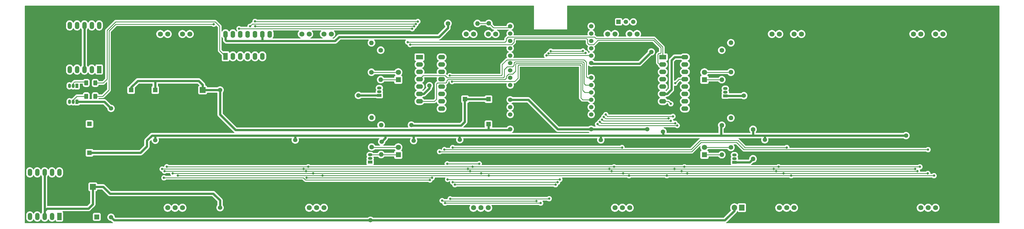
<source format=gbr>
%TF.GenerationSoftware,KiCad,Pcbnew,(6.0.10)*%
%TF.CreationDate,2023-02-22T22:23:03-03:00*%
%TF.ProjectId,SevenSegmentClock,53657665-6e53-4656-976d-656e74436c6f,rev?*%
%TF.SameCoordinates,Original*%
%TF.FileFunction,Copper,L2,Bot*%
%TF.FilePolarity,Positive*%
%FSLAX46Y46*%
G04 Gerber Fmt 4.6, Leading zero omitted, Abs format (unit mm)*
G04 Created by KiCad (PCBNEW (6.0.10)) date 2023-02-22 22:23:03*
%MOMM*%
%LPD*%
G01*
G04 APERTURE LIST*
G04 Aperture macros list*
%AMRoundRect*
0 Rectangle with rounded corners*
0 $1 Rounding radius*
0 $2 $3 $4 $5 $6 $7 $8 $9 X,Y pos of 4 corners*
0 Add a 4 corners polygon primitive as box body*
4,1,4,$2,$3,$4,$5,$6,$7,$8,$9,$2,$3,0*
0 Add four circle primitives for the rounded corners*
1,1,$1+$1,$2,$3*
1,1,$1+$1,$4,$5*
1,1,$1+$1,$6,$7*
1,1,$1+$1,$8,$9*
0 Add four rect primitives between the rounded corners*
20,1,$1+$1,$2,$3,$4,$5,0*
20,1,$1+$1,$4,$5,$6,$7,0*
20,1,$1+$1,$6,$7,$8,$9,0*
20,1,$1+$1,$8,$9,$2,$3,0*%
G04 Aperture macros list end*
%TA.AperFunction,ComponentPad*%
%ADD10R,1.600000X2.400000*%
%TD*%
%TA.AperFunction,ComponentPad*%
%ADD11O,1.600000X2.400000*%
%TD*%
%TA.AperFunction,ComponentPad*%
%ADD12R,1.500000X1.050000*%
%TD*%
%TA.AperFunction,ComponentPad*%
%ADD13O,1.500000X1.050000*%
%TD*%
%TA.AperFunction,ComponentPad*%
%ADD14R,1.524000X1.524000*%
%TD*%
%TA.AperFunction,ComponentPad*%
%ADD15C,1.524000*%
%TD*%
%TA.AperFunction,ComponentPad*%
%ADD16R,1.700000X1.700000*%
%TD*%
%TA.AperFunction,ComponentPad*%
%ADD17R,1.600000X1.600000*%
%TD*%
%TA.AperFunction,ComponentPad*%
%ADD18C,1.600000*%
%TD*%
%TA.AperFunction,ComponentPad*%
%ADD19O,1.600000X1.600000*%
%TD*%
%TA.AperFunction,ComponentPad*%
%ADD20R,1.050000X1.500000*%
%TD*%
%TA.AperFunction,ComponentPad*%
%ADD21O,1.050000X1.500000*%
%TD*%
%TA.AperFunction,ComponentPad*%
%ADD22R,2.000000X2.000000*%
%TD*%
%TA.AperFunction,ComponentPad*%
%ADD23C,2.000000*%
%TD*%
%TA.AperFunction,ComponentPad*%
%ADD24R,2.400000X1.600000*%
%TD*%
%TA.AperFunction,ComponentPad*%
%ADD25O,2.400000X1.600000*%
%TD*%
%TA.AperFunction,ComponentPad*%
%ADD26R,1.500000X1.500000*%
%TD*%
%TA.AperFunction,ComponentPad*%
%ADD27C,1.500000*%
%TD*%
%TA.AperFunction,ComponentPad*%
%ADD28R,1.905000X2.000000*%
%TD*%
%TA.AperFunction,ComponentPad*%
%ADD29O,1.905000X2.000000*%
%TD*%
%TA.AperFunction,ComponentPad*%
%ADD30R,1.750000X1.750000*%
%TD*%
%TA.AperFunction,ComponentPad*%
%ADD31C,1.750000*%
%TD*%
%TA.AperFunction,ComponentPad*%
%ADD32R,1.524000X2.524000*%
%TD*%
%TA.AperFunction,ComponentPad*%
%ADD33O,1.524000X2.524000*%
%TD*%
%TA.AperFunction,ComponentPad*%
%ADD34R,1.800000X1.800000*%
%TD*%
%TA.AperFunction,ComponentPad*%
%ADD35C,1.800000*%
%TD*%
%TA.AperFunction,SMDPad,CuDef*%
%ADD36RoundRect,0.250000X0.400000X0.625000X-0.400000X0.625000X-0.400000X-0.625000X0.400000X-0.625000X0*%
%TD*%
%TA.AperFunction,ViaPad*%
%ADD37C,0.800000*%
%TD*%
%TA.AperFunction,ViaPad*%
%ADD38C,1.500000*%
%TD*%
%TA.AperFunction,Conductor*%
%ADD39C,0.800000*%
%TD*%
%TA.AperFunction,Conductor*%
%ADD40C,0.250000*%
%TD*%
G04 APERTURE END LIST*
D10*
%TO.P,U9,1*%
%TO.N,/Display/DispDegree*%
X118337800Y-93371800D03*
D11*
%TO.P,U9,2*%
%TO.N,Net-(U10-Pad2)*%
X120877800Y-93371800D03*
%TO.P,U9,3*%
%TO.N,Net-(U10-Pad10)*%
X123417800Y-93371800D03*
%TO.P,U9,4*%
%TO.N,Net-(U10-Pad11)*%
X125957800Y-93371800D03*
%TO.P,U9,5*%
%TO.N,Net-(U10-Pad1)*%
X128497800Y-93371800D03*
%TO.P,U9,6,N.C.*%
%TO.N,unconnected-(U9-Pad6)*%
X131037800Y-93371800D03*
%TO.P,U9,7,GND*%
%TO.N,GND*%
X133577800Y-93371800D03*
%TO.P,U9,8,N.C.*%
%TO.N,unconnected-(U9-Pad8)*%
X133577800Y-85751800D03*
%TO.P,U9,9*%
%TO.N,+3.3V*%
X131037800Y-85751800D03*
%TO.P,U9,10*%
%TO.N,Net-(U10-Pad1)*%
X128497800Y-85751800D03*
%TO.P,U9,11*%
%TO.N,Net-(U10-Pad11)*%
X125957800Y-85751800D03*
%TO.P,U9,12*%
%TO.N,Net-(U10-Pad10)*%
X123417800Y-85751800D03*
%TO.P,U9,13*%
%TO.N,/Display/DispPercent*%
X120877800Y-85751800D03*
%TO.P,U9,14,Vcc*%
%TO.N,+3.3V*%
X118337800Y-85751800D03*
%TD*%
D12*
%TO.P,Q4,1,E*%
%TO.N,/Display/LedsGnd*%
X290612400Y-107051400D03*
D13*
%TO.P,Q4,2,B*%
%TO.N,Net-(Q4-Pad2)*%
X290612400Y-105781400D03*
%TO.P,Q4,3,C*%
%TO.N,Net-(D4-Pad1)*%
X290612400Y-104511400D03*
%TD*%
D14*
%TO.P,U15,1,IN-*%
%TO.N,GND*%
X134226600Y-145641200D03*
D15*
%TO.P,U15,2,OUT-*%
X134226600Y-105001200D03*
%TO.P,U15,3,OUT+*%
%TO.N,+5V*%
X116446600Y-105001200D03*
%TO.P,U15,4,IN+*%
%TO.N,+12V*%
X116446600Y-145641200D03*
%TD*%
D16*
%TO.P,J2,1,Pin_1*%
%TO.N,GND*%
X65761000Y-148823400D03*
%TD*%
D12*
%TO.P,Q1,1,E*%
%TO.N,/Display/LedsGnd*%
X168190600Y-129926800D03*
D13*
%TO.P,Q1,2,B*%
%TO.N,Net-(Q1-Pad2)*%
X168190600Y-128656800D03*
%TO.P,Q1,3,C*%
%TO.N,Net-(D1-Pad1)*%
X168190600Y-127386800D03*
%TD*%
D17*
%TO.P,C23,1*%
%TO.N,+5V*%
X85799041Y-105018800D03*
D18*
%TO.P,C23,2*%
%TO.N,GND*%
X83299041Y-105018800D03*
%TD*%
%TO.P,R59,1*%
%TO.N,+12V*%
X300163200Y-118618000D03*
D19*
%TO.P,R59,2*%
%TO.N,/Display/LedsGnd*%
X300163200Y-128778000D03*
%TD*%
D17*
%TO.P,C15,1*%
%TO.N,+5V*%
X208986200Y-116806359D03*
D18*
%TO.P,C15,2*%
%TO.N,GND*%
X208986200Y-114306359D03*
%TD*%
%TO.P,R19,1*%
%TO.N,Net-(D2-Pad2)*%
X168635000Y-98873200D03*
D19*
%TO.P,R19,2*%
%TO.N,+12V*%
X168635000Y-88713200D03*
%TD*%
D17*
%TO.P,C24,1*%
%TO.N,+5V*%
X94105759Y-105018800D03*
D18*
%TO.P,C24,2*%
%TO.N,GND*%
X91605759Y-105018800D03*
%TD*%
D15*
%TO.P,U13,1,ADC0*%
%TO.N,Net-(R60-Pad1)*%
X216452100Y-82993600D03*
%TO.P,U13,2,Reserved*%
%TO.N,unconnected-(U13-Pad2)*%
X216452100Y-85533600D03*
%TO.P,U13,3,Reserved*%
%TO.N,unconnected-(U13-Pad3)*%
X216452100Y-88073600D03*
%TO.P,U13,4,GPIO10*%
%TO.N,unconnected-(U13-Pad4)*%
X216452100Y-90613600D03*
%TO.P,U13,5,GPIO9*%
%TO.N,unconnected-(U13-Pad5)*%
X216452100Y-93153600D03*
%TO.P,U13,6,MOSI*%
%TO.N,unconnected-(U13-Pad6)*%
X216452100Y-95693600D03*
%TO.P,U13,7,CS*%
%TO.N,unconnected-(U13-Pad7)*%
X216452100Y-98233600D03*
%TO.P,U13,8,MISO*%
%TO.N,unconnected-(U13-Pad8)*%
X216452100Y-100773600D03*
%TO.P,U13,9,SCLK*%
%TO.N,unconnected-(U13-Pad9)*%
X216452100Y-103313600D03*
%TO.P,U13,10,GND*%
%TO.N,GND*%
X216452100Y-105853600D03*
%TO.P,U13,11,3v3*%
%TO.N,+3.3V*%
X216452100Y-108393600D03*
%TO.P,U13,12,EN*%
%TO.N,unconnected-(U13-Pad12)*%
X216452100Y-110933600D03*
%TO.P,U13,13,Reset*%
%TO.N,unconnected-(U13-Pad13)*%
X216452100Y-113473600D03*
%TO.P,U13,14,GND*%
%TO.N,GND*%
X216452100Y-116013600D03*
%TO.P,U13,15,Vin*%
%TO.N,+5V*%
X216452100Y-118553600D03*
%TO.P,U13,16,3v3*%
%TO.N,+3.3V*%
X244392100Y-118553600D03*
%TO.P,U13,17,GND*%
%TO.N,GND*%
X244392100Y-116013600D03*
%TO.P,U13,18,GPIO1*%
%TO.N,unconnected-(U13-Pad18)*%
X244392100Y-113473600D03*
%TO.P,U13,19,GPIO3*%
%TO.N,unconnected-(U13-Pad19)*%
X244392100Y-110933600D03*
%TO.P,U13,20,GPIO15*%
%TO.N,DispD*%
X244392100Y-108393600D03*
%TO.P,U13,21,GPIO13*%
%TO.N,DispB*%
X244392100Y-105853600D03*
%TO.P,U13,22,GPIO12*%
%TO.N,DispA*%
X244392100Y-103313600D03*
%TO.P,U13,23,GPIO14*%
%TO.N,DispC*%
X244392100Y-100773600D03*
%TO.P,U13,24,GND*%
%TO.N,GND*%
X244392100Y-98233600D03*
%TO.P,U13,25,3v3*%
%TO.N,+3.3V*%
X244392100Y-95693600D03*
%TO.P,U13,26,GPIO2*%
%TO.N,DispSel0*%
X244392100Y-93153600D03*
%TO.P,U13,27,GPIO0*%
%TO.N,~{BlkDisp}*%
X244392100Y-90613600D03*
%TO.P,U13,28,GPIO4*%
%TO.N,DispSel1*%
X244392100Y-88073600D03*
%TO.P,U13,29,GPIO5*%
%TO.N,DispSel2*%
X244392100Y-85533600D03*
%TO.P,U13,30,GPIO16*%
%TO.N,Net-(R62-Pad1)*%
X244392100Y-82993600D03*
%TD*%
D18*
%TO.P,R16,1*%
%TO.N,Net-(D1-Pad2)*%
X168707200Y-124720000D03*
D19*
%TO.P,R16,2*%
%TO.N,+12V*%
X168707200Y-114560000D03*
%TD*%
D18*
%TO.P,R17,1*%
%TO.N,+12V*%
X171956200Y-117120600D03*
D19*
%TO.P,R17,2*%
%TO.N,Net-(D1-Pad1)*%
X171956200Y-127280600D03*
%TD*%
D20*
%TO.P,Q5,1,E*%
%TO.N,/Display/LedsGnd*%
X67077400Y-103556400D03*
D21*
%TO.P,Q5,2,B*%
%TO.N,Net-(Q5-Pad2)*%
X65807400Y-103556400D03*
%TO.P,Q5,3,C*%
%TO.N,Net-(Q5-Pad3)*%
X64537400Y-103556400D03*
%TD*%
D18*
%TO.P,R39,1*%
%TO.N,Net-(D4-Pad2)*%
X292528400Y-98856800D03*
D19*
%TO.P,R39,2*%
%TO.N,+12V*%
X292528400Y-88696800D03*
%TD*%
D20*
%TO.P,Q6,1,E*%
%TO.N,/Display/LedsGnd*%
X67077400Y-109075000D03*
D21*
%TO.P,Q6,2,B*%
%TO.N,Net-(Q6-Pad2)*%
X65807400Y-109075000D03*
%TO.P,Q6,3,C*%
%TO.N,Net-(Q6-Pad3)*%
X64537400Y-109075000D03*
%TD*%
D18*
%TO.P,R40,1*%
%TO.N,+12V*%
X289391800Y-91288000D03*
D19*
%TO.P,R40,2*%
%TO.N,Net-(D4-Pad1)*%
X289391800Y-101448000D03*
%TD*%
D22*
%TO.P,C26,1*%
%TO.N,+12V*%
X72612646Y-138440200D03*
D23*
%TO.P,C26,2*%
%TO.N,GND*%
X67612646Y-138440200D03*
%TD*%
D17*
%TO.P,C18,1*%
%TO.N,+3.3V*%
X200888600Y-108173600D03*
D18*
%TO.P,C18,2*%
%TO.N,GND*%
X200888600Y-105673600D03*
%TD*%
%TO.P,R36,1*%
%TO.N,Net-(D3-Pad2)*%
X292524000Y-124828800D03*
D19*
%TO.P,R36,2*%
%TO.N,+12V*%
X292524000Y-114668800D03*
%TD*%
D17*
%TO.P,C21,1*%
%TO.N,+12V*%
X71427349Y-116731800D03*
D18*
%TO.P,C21,2*%
%TO.N,GND*%
X68927349Y-116731800D03*
%TD*%
D24*
%TO.P,U10,1*%
%TO.N,Net-(U10-Pad1)*%
X185190400Y-93667400D03*
D25*
%TO.P,U10,2*%
%TO.N,Net-(U10-Pad2)*%
X185190400Y-96207400D03*
%TO.P,U10,3*%
%TO.N,unconnected-(U10-Pad3)*%
X185190400Y-98747400D03*
%TO.P,U10,4*%
%TO.N,DispA*%
X185190400Y-101287400D03*
%TO.P,U10,5,Clk*%
%TO.N,Net-(U10-Pad5)*%
X185190400Y-103827400D03*
%TO.P,U10,6,Pol*%
%TO.N,+3.3V*%
X185190400Y-106367400D03*
%TO.P,U10,7*%
%TO.N,DispB*%
X185190400Y-108907400D03*
%TO.P,U10,8,GND*%
%TO.N,GND*%
X185190400Y-111447400D03*
%TO.P,U10,9*%
%TO.N,unconnected-(U10-Pad9)*%
X192810400Y-111447400D03*
%TO.P,U10,10*%
%TO.N,Net-(U10-Pad10)*%
X192810400Y-108907400D03*
%TO.P,U10,11*%
%TO.N,Net-(U10-Pad11)*%
X192810400Y-106367400D03*
%TO.P,U10,12*%
%TO.N,unconnected-(U10-Pad12)*%
X192810400Y-103827400D03*
%TO.P,U10,13*%
%TO.N,DispC*%
X192810400Y-101287400D03*
%TO.P,U10,14*%
%TO.N,DispD*%
X192810400Y-98747400D03*
%TO.P,U10,15*%
%TO.N,unconnected-(U10-Pad15)*%
X192810400Y-96207400D03*
%TO.P,U10,16,Vcc*%
%TO.N,+3.3V*%
X192810400Y-93667400D03*
%TD*%
D16*
%TO.P,J1,1,Pin_1*%
%TO.N,+12V*%
X73960800Y-148823400D03*
%TD*%
D24*
%TO.P,U4,1*%
%TO.N,Net-(R18-Pad1)*%
X269054200Y-93667400D03*
D25*
%TO.P,U4,2*%
%TO.N,Net-(R15-Pad1)*%
X269054200Y-96207400D03*
%TO.P,U4,3*%
%TO.N,unconnected-(U4-Pad3)*%
X269054200Y-98747400D03*
%TO.P,U4,4*%
%TO.N,DispA*%
X269054200Y-101287400D03*
%TO.P,U4,5,Clk*%
%TO.N,/Display/DotsClk*%
X269054200Y-103827400D03*
%TO.P,U4,6,Pol*%
%TO.N,+3.3V*%
X269054200Y-106367400D03*
%TO.P,U4,7*%
%TO.N,DispB*%
X269054200Y-108907400D03*
%TO.P,U4,8,GND*%
%TO.N,GND*%
X269054200Y-111447400D03*
%TO.P,U4,9*%
%TO.N,unconnected-(U4-Pad9)*%
X276674200Y-111447400D03*
%TO.P,U4,10*%
%TO.N,Net-(R35-Pad1)*%
X276674200Y-108907400D03*
%TO.P,U4,11*%
%TO.N,Net-(R38-Pad1)*%
X276674200Y-106367400D03*
%TO.P,U4,12*%
%TO.N,unconnected-(U4-Pad12)*%
X276674200Y-103827400D03*
%TO.P,U4,13*%
%TO.N,DispC*%
X276674200Y-101287400D03*
%TO.P,U4,14*%
%TO.N,DispD*%
X276674200Y-98747400D03*
%TO.P,U4,15*%
%TO.N,unconnected-(U4-Pad15)*%
X276674200Y-96207400D03*
%TO.P,U4,16,Vcc*%
%TO.N,+3.3V*%
X276674200Y-93667400D03*
%TD*%
D22*
%TO.P,C27,1*%
%TO.N,+5V*%
X110446154Y-105018800D03*
D23*
%TO.P,C27,2*%
%TO.N,GND*%
X105446154Y-105018800D03*
%TD*%
D26*
%TO.P,U14,1,VCC*%
%TO.N,+3.3V*%
X253819200Y-81486600D03*
D27*
%TO.P,U14,2,IO*%
%TO.N,Net-(R62-Pad1)*%
X256359200Y-81486600D03*
%TO.P,U14,3,NC*%
%TO.N,unconnected-(U14-Pad3)*%
X258899200Y-81486600D03*
%TO.P,U14,4,GND*%
%TO.N,GND*%
X261439200Y-81486600D03*
%TD*%
D18*
%TO.P,R61,1*%
%TO.N,+3.3V*%
X194988000Y-82030600D03*
D19*
%TO.P,R61,2*%
%TO.N,Net-(R60-Pad1)*%
X205148000Y-82030600D03*
%TD*%
D12*
%TO.P,Q3,1,E*%
%TO.N,/Display/LedsGnd*%
X293735400Y-129962200D03*
D13*
%TO.P,Q3,2,B*%
%TO.N,Net-(Q3-Pad2)*%
X293735400Y-128692200D03*
%TO.P,Q3,3,C*%
%TO.N,Net-(D3-Pad1)*%
X293735400Y-127422200D03*
%TD*%
D12*
%TO.P,Q2,1,E*%
%TO.N,/Display/LedsGnd*%
X171354200Y-106830400D03*
D13*
%TO.P,Q2,2,B*%
%TO.N,Net-(Q2-Pad2)*%
X171354200Y-105560400D03*
%TO.P,Q2,3,C*%
%TO.N,Net-(D2-Pad1)*%
X171354200Y-104290400D03*
%TD*%
D17*
%TO.P,C20,1*%
%TO.N,+12V*%
X71427349Y-126686400D03*
D18*
%TO.P,C20,2*%
%TO.N,GND*%
X68927349Y-126686400D03*
%TD*%
D28*
%TO.P,Q7,1,G*%
%TO.N,/Display/~{BlkDispBuf}*%
X296285600Y-145657800D03*
D29*
%TO.P,Q7,2,D*%
%TO.N,/Display/LedsGnd*%
X293745600Y-145657800D03*
%TO.P,Q7,3,S*%
%TO.N,GND*%
X291205600Y-145657800D03*
%TD*%
D18*
%TO.P,R20,1*%
%TO.N,+12V*%
X171825600Y-91261000D03*
D19*
%TO.P,R20,2*%
%TO.N,Net-(D2-Pad1)*%
X171825600Y-101421000D03*
%TD*%
D17*
%TO.P,C25,1*%
%TO.N,+3.3V*%
X208986200Y-108173600D03*
D18*
%TO.P,C25,2*%
%TO.N,GND*%
X208986200Y-105673600D03*
%TD*%
%TO.P,R37,1*%
%TO.N,+12V*%
X289389200Y-117196800D03*
D19*
%TO.P,R37,2*%
%TO.N,Net-(D3-Pad1)*%
X289389200Y-127356800D03*
%TD*%
D18*
%TO.P,R60,1*%
%TO.N,Net-(R60-Pad1)*%
X209104000Y-82004400D03*
%TO.P,R60,2*%
%TO.N,GND*%
X211644000Y-82004400D03*
%TD*%
D30*
%TO.P,SSD4,1,C.K.*%
%TO.N,GND*%
X260180100Y-145671600D03*
D31*
%TO.P,SSD4,2,e*%
%TO.N,Net-(R32-Pad2)*%
X257640100Y-145671600D03*
%TO.P,SSD4,3,d*%
%TO.N,Net-(R31-Pad2)*%
X255100100Y-145671600D03*
%TO.P,SSD4,4,c*%
%TO.N,Net-(R30-Pad2)*%
X252560100Y-145671600D03*
%TO.P,SSD4,5,C.K.*%
%TO.N,GND*%
X250020100Y-145671600D03*
%TO.P,SSD4,6,b*%
%TO.N,Net-(R29-Pad2)*%
X250020100Y-85671600D03*
%TO.P,SSD4,7,a*%
%TO.N,Net-(R28-Pad2)*%
X252560100Y-85671600D03*
%TO.P,SSD4,8,DP*%
%TO.N,GND*%
X255100100Y-85671600D03*
%TO.P,SSD4,9,f*%
%TO.N,Net-(R33-Pad2)*%
X257640100Y-85671600D03*
%TO.P,SSD4,10,g*%
%TO.N,Net-(R34-Pad2)*%
X260180100Y-85671600D03*
%TD*%
D32*
%TO.P,SSD8,1,e*%
%TO.N,+12V*%
X61044100Y-148691600D03*
D33*
%TO.P,SSD8,2,d*%
X58504100Y-148691600D03*
%TO.P,SSD8,3,C.A.*%
X55964100Y-148691600D03*
%TO.P,SSD8,4,c*%
X53424100Y-148691600D03*
%TO.P,SSD8,5,DP*%
X50884100Y-148691600D03*
%TO.P,SSD8,6,b*%
%TO.N,Net-(R54-Pad2)*%
X50884100Y-133451600D03*
%TO.P,SSD8,7,a*%
X53424100Y-133451600D03*
%TO.P,SSD8,8,C.A.*%
%TO.N,+12V*%
X55964100Y-133451600D03*
%TO.P,SSD8,9,f*%
%TO.N,Net-(R54-Pad2)*%
X58504100Y-133451600D03*
%TO.P,SSD8,10,g*%
X61044100Y-133451600D03*
%TD*%
D34*
%TO.P,D3,1,K*%
%TO.N,Net-(D3-Pad1)*%
X283421100Y-127355600D03*
D35*
%TO.P,D3,2,A*%
%TO.N,Net-(D3-Pad2)*%
X283421100Y-124815600D03*
%TD*%
D34*
%TO.P,D1,1,K*%
%TO.N,Net-(D1-Pad1)*%
X177884100Y-127355600D03*
D35*
%TO.P,D1,2,A*%
%TO.N,Net-(D1-Pad2)*%
X177884100Y-124815600D03*
%TD*%
D36*
%TO.P,R53,1*%
%TO.N,/Display/DispDegree*%
X73418600Y-102570200D03*
%TO.P,R53,2*%
%TO.N,Net-(Q5-Pad2)*%
X70318600Y-102570200D03*
%TD*%
D30*
%TO.P,SSD5,1,C.K.*%
%TO.N,GND*%
X316822100Y-145671600D03*
D31*
%TO.P,SSD5,2,e*%
%TO.N,Net-(R45-Pad2)*%
X314282100Y-145671600D03*
%TO.P,SSD5,3,d*%
%TO.N,Net-(R44-Pad2)*%
X311742100Y-145671600D03*
%TO.P,SSD5,4,c*%
%TO.N,Net-(R43-Pad2)*%
X309202100Y-145671600D03*
%TO.P,SSD5,5,C.K.*%
%TO.N,GND*%
X306662100Y-145671600D03*
%TO.P,SSD5,6,b*%
%TO.N,Net-(R42-Pad2)*%
X306662100Y-85671600D03*
%TO.P,SSD5,7,a*%
%TO.N,Net-(R41-Pad2)*%
X309202100Y-85671600D03*
%TO.P,SSD5,8,DP*%
%TO.N,GND*%
X311742100Y-85671600D03*
%TO.P,SSD5,9,f*%
%TO.N,Net-(R46-Pad2)*%
X314282100Y-85671600D03*
%TO.P,SSD5,10,g*%
%TO.N,Net-(R47-Pad2)*%
X316822100Y-85671600D03*
%TD*%
D36*
%TO.P,R58,1*%
%TO.N,/Display/DispPercent*%
X73418600Y-107169600D03*
%TO.P,R58,2*%
%TO.N,Net-(Q6-Pad2)*%
X70318600Y-107169600D03*
%TD*%
D34*
%TO.P,D2,1,K*%
%TO.N,Net-(D2-Pad1)*%
X177884100Y-101447600D03*
D35*
%TO.P,D2,2,A*%
%TO.N,Net-(D2-Pad2)*%
X177884100Y-98907600D03*
%TD*%
D30*
%TO.P,SSD3,1,C.K.*%
%TO.N,GND*%
X211412100Y-145671600D03*
D31*
%TO.P,SSD3,2,e*%
%TO.N,Net-(R25-Pad2)*%
X208872100Y-145671600D03*
%TO.P,SSD3,3,d*%
%TO.N,Net-(R24-Pad2)*%
X206332100Y-145671600D03*
%TO.P,SSD3,4,c*%
%TO.N,Net-(R23-Pad2)*%
X203792100Y-145671600D03*
%TO.P,SSD3,5,C.K.*%
%TO.N,GND*%
X201252100Y-145671600D03*
%TO.P,SSD3,6,b*%
%TO.N,Net-(R22-Pad2)*%
X201252100Y-85671600D03*
%TO.P,SSD3,7,a*%
%TO.N,Net-(R21-Pad2)*%
X203792100Y-85671600D03*
%TO.P,SSD3,8,DP*%
%TO.N,GND*%
X206332100Y-85671600D03*
%TO.P,SSD3,9,f*%
%TO.N,Net-(R26-Pad2)*%
X208872100Y-85671600D03*
%TO.P,SSD3,10,g*%
%TO.N,Net-(R27-Pad2)*%
X211412100Y-85671600D03*
%TD*%
D32*
%TO.P,SSD6,1,e*%
%TO.N,+12V*%
X74760100Y-97942400D03*
D33*
%TO.P,SSD6,2,d*%
X72220100Y-97942400D03*
%TO.P,SSD6,3,C.A.*%
X69680100Y-97942400D03*
%TO.P,SSD6,4,c*%
X67140100Y-97942400D03*
%TO.P,SSD6,5,DP*%
X64600100Y-97942400D03*
%TO.P,SSD6,6,b*%
%TO.N,Net-(R50-Pad2)*%
X64600100Y-82702400D03*
%TO.P,SSD6,7,a*%
X67140100Y-82702400D03*
%TO.P,SSD6,8,C.A.*%
%TO.N,+12V*%
X69680100Y-82702400D03*
%TO.P,SSD6,9,f*%
%TO.N,Net-(R50-Pad2)*%
X72220100Y-82702400D03*
%TO.P,SSD6,10,g*%
X74760100Y-82702400D03*
%TD*%
D30*
%TO.P,SSD2,1,C.K.*%
%TO.N,GND*%
X154770100Y-145671600D03*
D31*
%TO.P,SSD2,2,e*%
%TO.N,Net-(R12-Pad2)*%
X152230100Y-145671600D03*
%TO.P,SSD2,3,d*%
%TO.N,Net-(R11-Pad2)*%
X149690100Y-145671600D03*
%TO.P,SSD2,4,c*%
%TO.N,Net-(R10-Pad2)*%
X147150100Y-145671600D03*
%TO.P,SSD2,5,C.K.*%
%TO.N,GND*%
X144610100Y-145671600D03*
%TO.P,SSD2,6,b*%
%TO.N,Net-(R9-Pad2)*%
X144610100Y-85671600D03*
%TO.P,SSD2,7,a*%
%TO.N,Net-(R8-Pad2)*%
X147150100Y-85671600D03*
%TO.P,SSD2,8,DP*%
%TO.N,GND*%
X149690100Y-85671600D03*
%TO.P,SSD2,9,f*%
%TO.N,Net-(R13-Pad2)*%
X152230100Y-85671600D03*
%TO.P,SSD2,10,g*%
%TO.N,Net-(R14-Pad2)*%
X154770100Y-85671600D03*
%TD*%
D30*
%TO.P,SSD1,1,C.K.*%
%TO.N,GND*%
X106002100Y-145671600D03*
D31*
%TO.P,SSD1,2,e*%
%TO.N,Net-(R5-Pad2)*%
X103462100Y-145671600D03*
%TO.P,SSD1,3,d*%
%TO.N,Net-(R4-Pad2)*%
X100922100Y-145671600D03*
%TO.P,SSD1,4,c*%
%TO.N,Net-(R3-Pad2)*%
X98382100Y-145671600D03*
%TO.P,SSD1,5,C.K.*%
%TO.N,GND*%
X95842100Y-145671600D03*
%TO.P,SSD1,6,b*%
%TO.N,Net-(R2-Pad2)*%
X95842100Y-85671600D03*
%TO.P,SSD1,7,a*%
%TO.N,Net-(R1-Pad2)*%
X98382100Y-85671600D03*
%TO.P,SSD1,8,DP*%
%TO.N,GND*%
X100922100Y-85671600D03*
%TO.P,SSD1,9,f*%
%TO.N,Net-(R6-Pad2)*%
X103462100Y-85671600D03*
%TO.P,SSD1,10,g*%
%TO.N,Net-(R7-Pad2)*%
X106002100Y-85671600D03*
%TD*%
D34*
%TO.P,D4,1,K*%
%TO.N,Net-(D4-Pad1)*%
X283421100Y-101447600D03*
D35*
%TO.P,D4,2,A*%
%TO.N,Net-(D4-Pad2)*%
X283421100Y-98907600D03*
%TD*%
D30*
%TO.P,SSD7,1,C.K.*%
%TO.N,GND*%
X365590100Y-145671600D03*
D31*
%TO.P,SSD7,2,e*%
%TO.N,Net-(R55-Pad2)*%
X363050100Y-145671600D03*
%TO.P,SSD7,3,d*%
%TO.N,Net-(R52-Pad2)*%
X360510100Y-145671600D03*
%TO.P,SSD7,4,c*%
%TO.N,Net-(R51-Pad2)*%
X357970100Y-145671600D03*
%TO.P,SSD7,5,C.K.*%
%TO.N,GND*%
X355430100Y-145671600D03*
%TO.P,SSD7,6,b*%
%TO.N,Net-(R49-Pad2)*%
X355430100Y-85671600D03*
%TO.P,SSD7,7,a*%
%TO.N,Net-(R48-Pad2)*%
X357970100Y-85671600D03*
%TO.P,SSD7,8,DP*%
%TO.N,GND*%
X360510100Y-85671600D03*
%TO.P,SSD7,9,f*%
%TO.N,Net-(R56-Pad2)*%
X363050100Y-85671600D03*
%TO.P,SSD7,10,g*%
%TO.N,Net-(R57-Pad2)*%
X365590100Y-85671600D03*
%TD*%
D37*
%TO.N,GND*%
X240030000Y-90017600D03*
X264769600Y-89179400D03*
X247548400Y-89154000D03*
X240030000Y-88671400D03*
X272237200Y-107594400D03*
X183134000Y-127914400D03*
X196570600Y-129413000D03*
X183134000Y-125730000D03*
X272186400Y-119380000D03*
X221538800Y-91897200D03*
X273939000Y-96723200D03*
X267919200Y-124383800D03*
X137541000Y-85648800D03*
X277063200Y-115925600D03*
X223596200Y-89535000D03*
X223570800Y-91922600D03*
X190373000Y-95910400D03*
X221513400Y-89535000D03*
X277088600Y-117424200D03*
X255219200Y-89204800D03*
X265480800Y-127838200D03*
X267436600Y-123469400D03*
D38*
X188366400Y-107416600D03*
D37*
X238836200Y-90017600D03*
X140893800Y-85674200D03*
X183134000Y-126847600D03*
X255219200Y-93751400D03*
X190373000Y-98374200D03*
X276047200Y-114630200D03*
X266344400Y-123240800D03*
X265277600Y-123291600D03*
X272364200Y-124510800D03*
X238836200Y-88671400D03*
X183134000Y-124688600D03*
X273913600Y-95199200D03*
X263220200Y-89154000D03*
X190373000Y-101549200D03*
D38*
%TO.N,+12V*%
X142367000Y-122301000D03*
X94107000Y-122351800D03*
X183184800Y-122504200D03*
X304215800Y-122224800D03*
X247700800Y-122250200D03*
X269138400Y-119380000D03*
X172161200Y-122859800D03*
X352907600Y-120751600D03*
X199085200Y-122174000D03*
D37*
%TO.N,Net-(R15-Pad1)*%
X181965600Y-89331800D03*
%TO.N,Net-(U1-Pad2)*%
X97282000Y-133045200D03*
X251434600Y-133070600D03*
X202641200Y-133070600D03*
X356844600Y-133070600D03*
X308152800Y-133070600D03*
X146075400Y-133070600D03*
X275539200Y-133070600D03*
%TO.N,DispA*%
X248742200Y-114300000D03*
X271094200Y-114858800D03*
%TO.N,DispB*%
X271830800Y-109778800D03*
X248107200Y-115214400D03*
X271830800Y-115697000D03*
%TO.N,Net-(U1-Pad6)*%
X360400600Y-133832600D03*
X206476600Y-133832600D03*
X255422400Y-133832600D03*
X100152200Y-133832600D03*
X310667400Y-133832600D03*
X148539200Y-133832600D03*
X277520400Y-133832600D03*
%TO.N,DispC*%
X273304000Y-102666800D03*
X273304000Y-116509800D03*
X247345200Y-116027200D03*
X195656200Y-100050600D03*
%TO.N,DispD*%
X274040600Y-117271800D03*
X246583200Y-116814600D03*
X196418200Y-102108000D03*
%TO.N,~{BlkDisp}*%
X249402600Y-113512600D03*
X272567400Y-114122200D03*
%TO.N,DispSel0*%
X228955600Y-93091000D03*
%TO.N,DispSel1*%
X242443000Y-92202000D03*
X229692200Y-92354400D03*
%TO.N,DispSel2*%
X241528600Y-91541600D03*
X230428800Y-91592400D03*
%TO.N,Net-(U10-Pad5)*%
X194881601Y-135890001D03*
X233578400Y-135890000D03*
D38*
%TO.N,+3.3V*%
X188620400Y-103505000D03*
X263702800Y-118567200D03*
X265099800Y-91846400D03*
X182397400Y-117094000D03*
%TO.N,/Display/LedsGnd*%
X168275000Y-149987000D03*
X78867000Y-111379000D03*
X297002200Y-106959400D03*
X78867000Y-148920200D03*
X164134800Y-106883200D03*
D37*
%TO.N,/Display/~{BlkDispBuf}*%
X146862800Y-131546600D03*
X357682800Y-131546600D03*
X308965600Y-131546600D03*
X203479400Y-131546600D03*
X252272800Y-131546600D03*
X276504400Y-131546600D03*
X98094800Y-131495800D03*
%TO.N,/Display/DispPercent*%
X114274600Y-82296000D03*
%TO.N,Net-(U1-Pad1)*%
X356082600Y-132308600D03*
X201904600Y-132308600D03*
X273050000Y-132308600D03*
X145262600Y-132308600D03*
X250672600Y-132308600D03*
X96494600Y-132308600D03*
X307314600Y-132308600D03*
%TO.N,Net-(U1-Pad5)*%
X188798200Y-136093200D03*
X97104200Y-135331200D03*
%TO.N,Net-(U1-Pad7)*%
X313309000Y-134594600D03*
X101854000Y-134569200D03*
X362559600Y-134594600D03*
X151739600Y-134594600D03*
X257429000Y-134594600D03*
X270459200Y-134594600D03*
X209042000Y-134594600D03*
%TO.N,Net-(U3-Pad5)*%
X189534800Y-135356600D03*
X146253200Y-135356600D03*
%TO.N,Net-(U5-Pad5)*%
X205790800Y-130479800D03*
X194767200Y-130479800D03*
%TO.N,Net-(U6-Pad3)*%
X192989200Y-143205200D03*
X225501200Y-143332200D03*
%TO.N,Net-(U6-Pad5)*%
X226949000Y-144068800D03*
X193979800Y-144068800D03*
%TO.N,Net-(U6-Pad7)*%
X229895400Y-142544800D03*
X195757800Y-142595600D03*
%TO.N,Net-(U6-Pad9)*%
X232079800Y-137718800D03*
X197402506Y-137714768D03*
%TO.N,Net-(U6-Pad10)*%
X196621400Y-124866400D03*
X255016000Y-124866400D03*
%TO.N,Net-(U6-Pad11)*%
X232816400Y-136855200D03*
X196646800Y-136855200D03*
%TO.N,Net-(U11-Pad5)*%
X311810400Y-124866400D03*
X193776600Y-125577600D03*
%TO.N,Net-(U12-Pad5)*%
X192125600Y-126314200D03*
X360502200Y-125603000D03*
%TO.N,Net-(U10-Pad2)*%
X182676800Y-83845400D03*
X122986800Y-83820000D03*
%TO.N,Net-(U10-Pad10)*%
X126796800Y-83032600D03*
X183972200Y-82219800D03*
%TO.N,Net-(U10-Pad11)*%
X128498600Y-81330800D03*
X184607200Y-81356200D03*
%TO.N,Net-(U10-Pad1)*%
X128524000Y-83032600D03*
X183337200Y-83032600D03*
%TO.N,Net-(R18-Pad1)*%
X181127400Y-88468200D03*
%TD*%
D39*
%TO.N,+12V*%
X142367000Y-120751600D02*
X145262600Y-120751600D01*
X114122200Y-140792200D02*
X116446600Y-143116600D01*
X187655200Y-120751600D02*
X199034400Y-120751600D01*
X199034400Y-120751600D02*
X199034400Y-122123200D01*
X56759400Y-145948400D02*
X55964100Y-146743700D01*
X173405800Y-120751600D02*
X182803800Y-120751600D01*
X172008800Y-120751600D02*
X145262600Y-120751600D01*
X269163800Y-120751600D02*
X269163800Y-119405400D01*
X299923200Y-120751600D02*
X289153600Y-120751600D01*
X199034400Y-122123200D02*
X199085200Y-122174000D01*
X199034400Y-120751600D02*
X201904600Y-120751600D01*
X289153600Y-120751600D02*
X269163800Y-120751600D01*
X182803800Y-120751600D02*
X187655200Y-120751600D01*
X142367000Y-120751600D02*
X142367000Y-122301000D01*
X304215800Y-120751600D02*
X304215800Y-122224800D01*
X91236800Y-122478800D02*
X91236800Y-124510800D01*
X247675400Y-120751600D02*
X247675400Y-122224800D01*
X142367000Y-120751600D02*
X94081600Y-120751600D01*
X91236800Y-124510800D02*
X89061200Y-126686400D01*
X250672600Y-120751600D02*
X247675400Y-120751600D01*
X172008800Y-120751600D02*
X173405800Y-120751600D01*
X304215800Y-120751600D02*
X299923200Y-120751600D01*
X269163800Y-119405400D02*
X269138400Y-119380000D01*
X94081600Y-120751600D02*
X94081600Y-122326400D01*
X94081600Y-122326400D02*
X94107000Y-122351800D01*
X352907600Y-120751600D02*
X304215800Y-120751600D01*
X72612646Y-138440200D02*
X76159400Y-138440200D01*
X69680100Y-97942400D02*
X69680100Y-82702400D01*
X289153600Y-120751600D02*
X289153600Y-117432400D01*
X183159400Y-122478800D02*
X183184800Y-122504200D01*
X92964000Y-120751600D02*
X91236800Y-122478800D01*
X247675400Y-120751600D02*
X201904600Y-120751600D01*
X172161200Y-122859800D02*
X173405800Y-121615200D01*
X183159400Y-121107200D02*
X183159400Y-122478800D01*
X269163800Y-120751600D02*
X250672600Y-120751600D01*
X89061200Y-126686400D02*
X71427349Y-126686400D01*
X94081600Y-120751600D02*
X92964000Y-120751600D01*
X173405800Y-121615200D02*
X173405800Y-120751600D01*
X300163200Y-120511600D02*
X299923200Y-120751600D01*
X72612646Y-144421554D02*
X71085800Y-145948400D01*
X55964100Y-148691600D02*
X55964100Y-146743700D01*
X78511400Y-140792200D02*
X114122200Y-140792200D01*
X300163200Y-118618000D02*
X300163200Y-120511600D01*
X182803800Y-120751600D02*
X183159400Y-121107200D01*
X76159400Y-138440200D02*
X78511400Y-140792200D01*
X55964100Y-146743700D02*
X55964100Y-133451600D01*
X247675400Y-122224800D02*
X247700800Y-122250200D01*
X72612646Y-138440200D02*
X72612646Y-144421554D01*
X116446600Y-143116600D02*
X116446600Y-145641200D01*
X289153600Y-117432400D02*
X289389200Y-117196800D01*
X71085800Y-145948400D02*
X56759400Y-145948400D01*
D40*
%TO.N,Net-(D1-Pad1)*%
X172031200Y-127355600D02*
X177884100Y-127355600D01*
X171850000Y-127386800D02*
X171956200Y-127280600D01*
X168190600Y-127386800D02*
X171850000Y-127386800D01*
X171956200Y-127280600D02*
X172031200Y-127355600D01*
X171956200Y-127280600D02*
X172007000Y-127331400D01*
%TO.N,Net-(D1-Pad2)*%
X177878100Y-124821600D02*
X177884100Y-124815600D01*
X168808800Y-124821600D02*
X177878100Y-124821600D01*
X168707200Y-124720000D02*
X168808800Y-124821600D01*
%TO.N,Net-(D2-Pad1)*%
X171852200Y-101447600D02*
X177884100Y-101447600D01*
X171825600Y-101421000D02*
X171852200Y-101447600D01*
X171825600Y-101421000D02*
X171851000Y-101446400D01*
%TO.N,Net-(D2-Pad2)*%
X168685800Y-98924000D02*
X177867700Y-98924000D01*
X177867700Y-98924000D02*
X177884100Y-98907600D01*
X168635000Y-98873200D02*
X168685800Y-98924000D01*
%TO.N,Net-(D3-Pad1)*%
X283421100Y-127355600D02*
X289388000Y-127355600D01*
X289388000Y-127355600D02*
X289389200Y-127356800D01*
%TO.N,Net-(D3-Pad2)*%
X292510800Y-124815600D02*
X292524000Y-124828800D01*
X283421100Y-124815600D02*
X292510800Y-124815600D01*
%TO.N,Net-(D4-Pad1)*%
X289391400Y-101447600D02*
X289391800Y-101448000D01*
X283421100Y-101447600D02*
X289391400Y-101447600D01*
%TO.N,Net-(D4-Pad2)*%
X283421100Y-98907600D02*
X292477600Y-98907600D01*
X292477600Y-98907600D02*
X292528400Y-98856800D01*
%TO.N,Net-(R15-Pad1)*%
X245211600Y-89306400D02*
X243636800Y-89306400D01*
X267987600Y-96207400D02*
X267360400Y-95580200D01*
X242773200Y-87223600D02*
X217932000Y-87223600D01*
X268401800Y-92100400D02*
X268401800Y-90347800D01*
X267360400Y-95580200D02*
X267360400Y-92735400D01*
X217779600Y-87376000D02*
X217779600Y-88519000D01*
X269054200Y-96207400D02*
X267987600Y-96207400D01*
X268401800Y-90347800D02*
X265861800Y-87807800D01*
X265861800Y-87807800D02*
X246710200Y-87807800D01*
X268097000Y-92405200D02*
X268401800Y-92100400D01*
X217779600Y-88519000D02*
X216941400Y-89357200D01*
X267360400Y-92735400D02*
X267690600Y-92405200D01*
X246710200Y-87807800D02*
X245211600Y-89306400D01*
X181991000Y-89357200D02*
X181965600Y-89331800D01*
X243154200Y-88823800D02*
X243154200Y-87604600D01*
X267690600Y-92405200D02*
X268097000Y-92405200D01*
X216941400Y-89357200D02*
X181991000Y-89357200D01*
X243154200Y-87604600D02*
X242773200Y-87223600D01*
X217932000Y-87223600D02*
X217779600Y-87376000D01*
X243636800Y-89306400D02*
X243154200Y-88823800D01*
%TO.N,Net-(U1-Pad2)*%
X97307400Y-133070600D02*
X146075400Y-133070600D01*
X202641200Y-133070600D02*
X251434600Y-133070600D01*
X356844600Y-133070600D02*
X308152800Y-133070600D01*
X275539200Y-133070600D02*
X308152800Y-133070600D01*
X146075400Y-133070600D02*
X202641200Y-133070600D01*
X251434600Y-133070600D02*
X275539200Y-133070600D01*
X97282000Y-133045200D02*
X97307400Y-133070600D01*
%TO.N,DispA*%
X214426800Y-97993200D02*
X214426800Y-100406200D01*
X241960400Y-95605600D02*
X241604800Y-95250000D01*
X242454800Y-103313600D02*
X241960400Y-102819200D01*
X186478000Y-99999800D02*
X185190400Y-101287400D01*
X244392100Y-103313600D02*
X242454800Y-103313600D01*
X271018000Y-114935000D02*
X271094200Y-114858800D01*
X214045800Y-100787200D02*
X194792600Y-100787200D01*
X217779600Y-96469200D02*
X217297000Y-96951800D01*
X248742200Y-114325400D02*
X249351800Y-114935000D01*
X241604800Y-95250000D02*
X218109800Y-95250000D01*
X217297000Y-96951800D02*
X215468200Y-96951800D01*
X217779600Y-95580200D02*
X217779600Y-96469200D01*
X215468200Y-96951800D02*
X214426800Y-97993200D01*
X241960400Y-102819200D02*
X241960400Y-95605600D01*
X218109800Y-95250000D02*
X217779600Y-95580200D01*
X194792600Y-100787200D02*
X194005200Y-99999800D01*
X214426800Y-100406200D02*
X214045800Y-100787200D01*
X194005200Y-99999800D02*
X186478000Y-99999800D01*
X249351800Y-114935000D02*
X271018000Y-114935000D01*
X248742200Y-114300000D02*
X248742200Y-114325400D01*
%TO.N,DispB*%
X191084200Y-108178600D02*
X190355400Y-108907400D01*
X215138000Y-100304600D02*
X215138000Y-100838000D01*
X241198400Y-95834200D02*
X218465400Y-95834200D01*
X190355400Y-108907400D02*
X185190400Y-108907400D01*
X241401600Y-96037400D02*
X241198400Y-95834200D01*
X271830800Y-109778800D02*
X270959400Y-108907400D01*
X215925400Y-99517200D02*
X215138000Y-100304600D01*
X215138000Y-100838000D02*
X214630000Y-101346000D01*
X191084200Y-102870000D02*
X191084200Y-108178600D01*
X241401600Y-105105200D02*
X241401600Y-96037400D01*
X244392100Y-105853600D02*
X242150000Y-105853600D01*
X270959400Y-108907400D02*
X269054200Y-108907400D01*
X191363600Y-102590600D02*
X191084200Y-102870000D01*
X248589800Y-115697000D02*
X271830800Y-115697000D01*
X217297000Y-99517200D02*
X215925400Y-99517200D01*
X194233800Y-102590600D02*
X191363600Y-102590600D01*
X194589400Y-101803200D02*
X194589400Y-102235000D01*
X248107200Y-115214400D02*
X248589800Y-115697000D01*
X218465400Y-95834200D02*
X218313000Y-95986600D01*
X214630000Y-101346000D02*
X195046600Y-101346000D01*
X242150000Y-105853600D02*
X241401600Y-105105200D01*
X218313000Y-95986600D02*
X218313000Y-98501200D01*
X195046600Y-101346000D02*
X194589400Y-101803200D01*
X194589400Y-102235000D02*
X194233800Y-102590600D01*
X218313000Y-98501200D02*
X217297000Y-99517200D01*
%TO.N,Net-(U1-Pad6)*%
X277520400Y-133832600D02*
X255422400Y-133832600D01*
X255422400Y-133832600D02*
X206476600Y-133832600D01*
X100152200Y-133832600D02*
X148539200Y-133832600D01*
X360400600Y-133832600D02*
X310667400Y-133832600D01*
X206476600Y-133832600D02*
X148539200Y-133832600D01*
X310667400Y-133832600D02*
X277520400Y-133832600D01*
%TO.N,DispC*%
X242671600Y-100330000D02*
X242671600Y-95351600D01*
X273304000Y-102666800D02*
X274683400Y-101287400D01*
X274683400Y-101287400D02*
X276674200Y-101287400D01*
X213690200Y-99720400D02*
X213360000Y-100050600D01*
X247345200Y-116027200D02*
X247827800Y-116509800D01*
X215341200Y-94589600D02*
X213690200Y-96240600D01*
X241909600Y-94589600D02*
X215341200Y-94589600D01*
X247827800Y-116509800D02*
X273304000Y-116509800D01*
X243115200Y-100773600D02*
X242671600Y-100330000D01*
X242671600Y-95351600D02*
X241909600Y-94589600D01*
X213360000Y-100050600D02*
X195656200Y-100050600D01*
X213690200Y-96240600D02*
X213690200Y-99720400D01*
X244392100Y-100773600D02*
X243115200Y-100773600D01*
%TO.N,DispD*%
X247040400Y-117271800D02*
X274040600Y-117271800D01*
X240792000Y-107746800D02*
X241438800Y-108393600D01*
X217982800Y-102082600D02*
X219125800Y-100939600D01*
X219379800Y-96367600D02*
X240538000Y-96367600D01*
X240538000Y-96367600D02*
X240792000Y-96621600D01*
X219125800Y-100939600D02*
X219125800Y-96621600D01*
X241438800Y-108393600D02*
X244392100Y-108393600D01*
X246583200Y-116814600D02*
X247040400Y-117271800D01*
X196418200Y-102108000D02*
X196443600Y-102082600D01*
X219125800Y-96621600D02*
X219379800Y-96367600D01*
X196443600Y-102082600D02*
X217982800Y-102082600D01*
X240792000Y-96621600D02*
X240792000Y-107746800D01*
%TO.N,~{BlkDisp}*%
X250012200Y-114122200D02*
X272567400Y-114122200D01*
X249402600Y-113512600D02*
X250012200Y-114122200D01*
%TO.N,DispSel0*%
X244329500Y-93091000D02*
X244392100Y-93153600D01*
X228955600Y-93091000D02*
X244329500Y-93091000D01*
%TO.N,DispSel1*%
X229692200Y-92354400D02*
X229717600Y-92329000D01*
X242316000Y-92329000D02*
X242443000Y-92202000D01*
X241884200Y-92329000D02*
X242316000Y-92329000D01*
X229717600Y-92329000D02*
X241884200Y-92329000D01*
%TO.N,DispSel2*%
X230428800Y-91592400D02*
X241528600Y-91592400D01*
X241528600Y-91592400D02*
X241528600Y-91541600D01*
%TO.N,Net-(U10-Pad5)*%
X233578400Y-135890000D02*
X194881601Y-135890001D01*
D39*
%TO.N,+3.3V*%
X200812400Y-108249800D02*
X200812400Y-115976400D01*
X118694200Y-88112600D02*
X118337800Y-87756200D01*
X263702800Y-118567200D02*
X263689200Y-118553600D01*
X131216400Y-88112600D02*
X118694200Y-88112600D01*
X270543200Y-106367400D02*
X272034000Y-104876600D01*
X272034000Y-104876600D02*
X272034000Y-94792800D01*
X191897000Y-86690200D02*
X190550800Y-86690200D01*
X190550800Y-86690200D02*
X157530800Y-86690200D01*
X244392100Y-118553600D02*
X240130600Y-118553600D01*
X199517000Y-117271800D02*
X182575200Y-117271800D01*
X182575200Y-117271800D02*
X182397400Y-117094000D01*
X240130600Y-118553600D02*
X232853600Y-118553600D01*
X208986200Y-108173600D02*
X200888600Y-108173600D01*
X131037800Y-87934000D02*
X131216400Y-88112600D01*
X232853600Y-118553600D02*
X222693600Y-108393600D01*
X156108400Y-88112600D02*
X131216400Y-88112600D01*
X269054200Y-106367400D02*
X270543200Y-106367400D01*
X194988000Y-83599200D02*
X191897000Y-86690200D01*
X200888600Y-108173600D02*
X200812400Y-108249800D01*
X244608900Y-95910400D02*
X244392100Y-95693600D01*
X157530800Y-86690200D02*
X156108400Y-88112600D01*
X131037800Y-85751800D02*
X131037800Y-87934000D01*
X222693600Y-108393600D02*
X216452100Y-108393600D01*
X263689200Y-118553600D02*
X244392100Y-118553600D01*
X188620400Y-104394000D02*
X186647000Y-106367400D01*
X118337800Y-87756200D02*
X118337800Y-85751800D01*
X261035800Y-95910400D02*
X265099800Y-91846400D01*
X272034000Y-94792800D02*
X273159400Y-93667400D01*
X188620400Y-103505000D02*
X188620400Y-104394000D01*
X250418600Y-95910400D02*
X244608900Y-95910400D01*
X194988000Y-82030600D02*
X194988000Y-83599200D01*
X200812400Y-115976400D02*
X199517000Y-117271800D01*
X186647000Y-106367400D02*
X185190400Y-106367400D01*
X273159400Y-93667400D02*
X276674200Y-93667400D01*
X250418600Y-95910400D02*
X261035800Y-95910400D01*
%TO.N,+5V*%
X85799041Y-104116759D02*
X85799041Y-105018800D01*
X110446154Y-105018800D02*
X110446154Y-103207154D01*
X94335600Y-101854000D02*
X88061800Y-101854000D01*
X208986200Y-118816200D02*
X209016600Y-118846600D01*
X210489800Y-118846600D02*
X216159100Y-118846600D01*
X116446600Y-113474800D02*
X121818400Y-118846600D01*
X109093000Y-101854000D02*
X94335600Y-101854000D01*
X121818400Y-118846600D02*
X209016600Y-118846600D01*
X94105759Y-105018800D02*
X94105759Y-102083841D01*
X110446154Y-105018800D02*
X116429000Y-105018800D01*
X94105759Y-102083841D02*
X94335600Y-101854000D01*
X88061800Y-101854000D02*
X85799041Y-104116759D01*
X110446154Y-103207154D02*
X109093000Y-101854000D01*
X209016600Y-118846600D02*
X210489800Y-118846600D01*
X116446600Y-105001200D02*
X116446600Y-113474800D01*
X116429000Y-105018800D02*
X116446600Y-105001200D01*
X216159100Y-118846600D02*
X216452100Y-118553600D01*
X208986200Y-116806359D02*
X208986200Y-118816200D01*
%TO.N,/Display/LedsGnd*%
X79933800Y-149987000D02*
X78867000Y-148920200D01*
X171354200Y-106830400D02*
X164187600Y-106830400D01*
X298979000Y-129962200D02*
X300163200Y-128778000D01*
X168275000Y-149987000D02*
X290474400Y-149987000D01*
X293735400Y-129962200D02*
X298979000Y-129962200D01*
X76563000Y-109075000D02*
X67077400Y-109075000D01*
X78867000Y-111379000D02*
X76563000Y-109075000D01*
X293745600Y-146715800D02*
X293745600Y-145657800D01*
X290612400Y-107051400D02*
X296910200Y-107051400D01*
X168275000Y-149987000D02*
X79933800Y-149987000D01*
X164187600Y-106830400D02*
X164134800Y-106883200D01*
X290474400Y-149987000D02*
X293745600Y-146715800D01*
X296910200Y-107051400D02*
X297002200Y-106959400D01*
D40*
%TO.N,Net-(Q5-Pad2)*%
X65807400Y-103556400D02*
X65807400Y-102670800D01*
X65807400Y-102670800D02*
X66294000Y-102184200D01*
X69932600Y-102184200D02*
X70318600Y-102570200D01*
X66294000Y-102184200D02*
X69932600Y-102184200D01*
%TO.N,Net-(Q6-Pad2)*%
X65807400Y-109075000D02*
X65807400Y-108462000D01*
X65807400Y-108462000D02*
X67099800Y-107169600D01*
X67099800Y-107169600D02*
X70318600Y-107169600D01*
%TO.N,/Display/~{BlkDispBuf}*%
X203479400Y-131546600D02*
X276504400Y-131546600D01*
X146862800Y-131546600D02*
X98145600Y-131546600D01*
X98145600Y-131546600D02*
X98094800Y-131495800D01*
X276504400Y-131546600D02*
X308965600Y-131546600D01*
X308965600Y-131546600D02*
X357682800Y-131546600D01*
X146862800Y-131546600D02*
X203479400Y-131546600D01*
%TO.N,/Display/DispDegree*%
X76195000Y-102570200D02*
X73418600Y-102570200D01*
X80441800Y-81457800D02*
X77495400Y-84404200D01*
X77495400Y-101269800D02*
X76195000Y-102570200D01*
X77495400Y-84404200D02*
X77495400Y-101269800D01*
X116306600Y-82981800D02*
X114782600Y-81457800D01*
X118337800Y-93371800D02*
X116306600Y-91340600D01*
X114782600Y-81457800D02*
X80441800Y-81457800D01*
X116306600Y-91340600D02*
X116306600Y-82981800D01*
%TO.N,/Display/DispPercent*%
X78181200Y-104978200D02*
X75989800Y-107169600D01*
X114274600Y-82296000D02*
X80492600Y-82296000D01*
X78181200Y-84607400D02*
X78181200Y-104978200D01*
X80492600Y-82296000D02*
X78181200Y-84607400D01*
X75989800Y-107169600D02*
X73418600Y-107169600D01*
%TO.N,Net-(R60-Pad1)*%
X209077800Y-82030600D02*
X209104000Y-82004400D01*
X205148000Y-82030600D02*
X209077800Y-82030600D01*
X210693000Y-83515200D02*
X215930500Y-83515200D01*
X215930500Y-83515200D02*
X216452100Y-82993600D01*
X209182200Y-82004400D02*
X210693000Y-83515200D01*
X209104000Y-82004400D02*
X209182200Y-82004400D01*
%TO.N,Net-(U1-Pad1)*%
X201904600Y-132308600D02*
X250672600Y-132308600D01*
X250672600Y-132308600D02*
X273050000Y-132308600D01*
X307314600Y-132308600D02*
X356082600Y-132308600D01*
X96494600Y-132308600D02*
X145262600Y-132308600D01*
X145262600Y-132308600D02*
X201904600Y-132308600D01*
X273050000Y-132308600D02*
X307314600Y-132308600D01*
%TO.N,Net-(U1-Pad5)*%
X97104200Y-135331200D02*
X97129600Y-135305800D01*
X145923000Y-136093200D02*
X188798200Y-136093200D01*
X145135600Y-135305800D02*
X145923000Y-136093200D01*
X97129600Y-135305800D02*
X145135600Y-135305800D01*
%TO.N,Net-(U1-Pad7)*%
X101879400Y-134594600D02*
X151739600Y-134594600D01*
X313309000Y-134594600D02*
X270459200Y-134594600D01*
X257429000Y-134594600D02*
X209042000Y-134594600D01*
X270459200Y-134594600D02*
X257429000Y-134594600D01*
X362559600Y-134594600D02*
X313309000Y-134594600D01*
X101854000Y-134569200D02*
X101879400Y-134594600D01*
X209042000Y-134594600D02*
X151739600Y-134594600D01*
%TO.N,Net-(U3-Pad5)*%
X189534800Y-135356600D02*
X146253200Y-135356600D01*
%TO.N,Net-(U5-Pad5)*%
X205790800Y-130479800D02*
X194767200Y-130479800D01*
%TO.N,Net-(U6-Pad3)*%
X193116200Y-143332200D02*
X192989200Y-143205200D01*
X225501200Y-143332200D02*
X193116200Y-143332200D01*
%TO.N,Net-(U6-Pad5)*%
X193979800Y-144068800D02*
X226949000Y-144068800D01*
%TO.N,Net-(U6-Pad7)*%
X229844600Y-142595600D02*
X229895400Y-142544800D01*
X195757800Y-142595600D02*
X229844600Y-142595600D01*
%TO.N,Net-(U6-Pad9)*%
X197411700Y-137705574D02*
X197402506Y-137714768D01*
X232079800Y-137718800D02*
X232066574Y-137705574D01*
X232066574Y-137705574D02*
X197411700Y-137705574D01*
%TO.N,Net-(U6-Pad10)*%
X255016000Y-124866400D02*
X196621400Y-124866400D01*
%TO.N,Net-(U6-Pad11)*%
X196646800Y-136855200D02*
X232816400Y-136855200D01*
%TO.N,Net-(U11-Pad5)*%
X278841200Y-125603000D02*
X193802000Y-125603000D01*
X294995600Y-122478800D02*
X281965400Y-122478800D01*
X297383200Y-124866400D02*
X294995600Y-122478800D01*
X193802000Y-125603000D02*
X193776600Y-125577600D01*
X281965400Y-122478800D02*
X278841200Y-125603000D01*
X311810400Y-124866400D02*
X297383200Y-124866400D01*
%TO.N,Net-(U12-Pad5)*%
X360502200Y-125603000D02*
X297002200Y-125603000D01*
X297002200Y-125603000D02*
X294538400Y-123139200D01*
X294538400Y-123139200D02*
X282219400Y-123139200D01*
X279044400Y-126314200D02*
X192125600Y-126314200D01*
X282219400Y-123139200D02*
X279044400Y-126314200D01*
%TO.N,Net-(U10-Pad2)*%
X122986800Y-83820000D02*
X182651400Y-83820000D01*
X182651400Y-83820000D02*
X182676800Y-83845400D01*
%TO.N,Net-(U10-Pad10)*%
X126796800Y-83032600D02*
X127609600Y-82219800D01*
X127609600Y-82219800D02*
X183972200Y-82219800D01*
%TO.N,Net-(U10-Pad11)*%
X128524000Y-81356200D02*
X128498600Y-81330800D01*
X184607200Y-81356200D02*
X128524000Y-81356200D01*
%TO.N,Net-(U10-Pad1)*%
X128524000Y-83032600D02*
X183337200Y-83032600D01*
%TO.N,Net-(R18-Pad1)*%
X215087200Y-88087200D02*
X215087200Y-87299800D01*
X181127400Y-88468200D02*
X214706200Y-88468200D01*
X215646000Y-86741000D02*
X245567200Y-86741000D01*
X266039600Y-87198200D02*
X269054200Y-90212800D01*
X214706200Y-88468200D02*
X215087200Y-88087200D01*
X245567200Y-86741000D02*
X246024400Y-87198200D01*
X215087200Y-87299800D02*
X215646000Y-86741000D01*
X246024400Y-87198200D02*
X266039600Y-87198200D01*
X269054200Y-90212800D02*
X269054200Y-93667400D01*
%TD*%
%TA.AperFunction,Conductor*%
%TO.N,GND*%
G36*
X224605121Y-75915702D02*
G01*
X224651614Y-75969358D01*
X224663000Y-76021700D01*
X224663000Y-84074000D01*
X236093000Y-84074000D01*
X236093000Y-76021700D01*
X236113002Y-75953579D01*
X236166658Y-75907086D01*
X236219000Y-75895700D01*
X384962900Y-75895700D01*
X385031021Y-75915702D01*
X385077514Y-75969358D01*
X385088900Y-76021700D01*
X385088900Y-150876500D01*
X385068898Y-150944621D01*
X385015242Y-150991114D01*
X384962900Y-151002500D01*
X291007340Y-151002500D01*
X290939219Y-150982498D01*
X290892726Y-150928842D01*
X290882622Y-150858568D01*
X290912116Y-150793988D01*
X290950138Y-150764233D01*
X290966046Y-150756128D01*
X290966053Y-150756124D01*
X290971930Y-150753129D01*
X290982867Y-150744273D01*
X290999163Y-150733073D01*
X291005624Y-150729343D01*
X291005628Y-150729340D01*
X291011344Y-150726040D01*
X291016250Y-150721623D01*
X291016255Y-150721619D01*
X291062169Y-150680278D01*
X291067184Y-150675994D01*
X291080577Y-150665148D01*
X291083141Y-150663072D01*
X291097656Y-150648557D01*
X291102441Y-150644016D01*
X291148357Y-150602673D01*
X291153266Y-150598253D01*
X291161540Y-150586865D01*
X291174381Y-150571832D01*
X294330432Y-147415781D01*
X294345465Y-147402940D01*
X294351513Y-147398546D01*
X294351514Y-147398545D01*
X294356853Y-147394666D01*
X294402616Y-147343841D01*
X294407157Y-147339056D01*
X294421672Y-147324541D01*
X294434597Y-147308580D01*
X294438869Y-147303579D01*
X294480219Y-147257655D01*
X294480223Y-147257650D01*
X294484640Y-147252744D01*
X294491673Y-147240563D01*
X294502867Y-147224274D01*
X294511729Y-147213331D01*
X294535693Y-147166300D01*
X294542788Y-147152374D01*
X294545936Y-147146577D01*
X294576823Y-147093079D01*
X294576823Y-147093078D01*
X294580127Y-147087356D01*
X294584475Y-147073973D01*
X294592041Y-147055707D01*
X294595432Y-147049052D01*
X294598429Y-147043170D01*
X294601915Y-147030163D01*
X294616129Y-146977115D01*
X294618002Y-146970791D01*
X294631474Y-146929327D01*
X294639142Y-146905728D01*
X294640192Y-146906069D01*
X294670905Y-146849181D01*
X294733055Y-146814860D01*
X294803894Y-146819588D01*
X294860931Y-146861865D01*
X294878404Y-146893621D01*
X294879204Y-146895754D01*
X294882485Y-146904505D01*
X294969839Y-147021061D01*
X295086395Y-147108415D01*
X295222784Y-147159545D01*
X295284966Y-147166300D01*
X297286234Y-147166300D01*
X297348416Y-147159545D01*
X297484805Y-147108415D01*
X297601361Y-147021061D01*
X297688715Y-146904505D01*
X297739845Y-146768116D01*
X297746600Y-146705934D01*
X297746600Y-145637682D01*
X307814272Y-145637682D01*
X307814569Y-145642834D01*
X307814569Y-145642838D01*
X307819945Y-145736063D01*
X307827368Y-145864806D01*
X307828505Y-145869852D01*
X307828506Y-145869858D01*
X307844218Y-145939576D01*
X307877383Y-146086741D01*
X307962975Y-146297527D01*
X308081844Y-146491504D01*
X308230798Y-146663461D01*
X308332643Y-146748014D01*
X308401771Y-146805405D01*
X308405837Y-146808781D01*
X308410289Y-146811383D01*
X308410294Y-146811386D01*
X308591491Y-146917269D01*
X308602260Y-146923562D01*
X308814793Y-147004720D01*
X308819859Y-147005751D01*
X308819860Y-147005751D01*
X308855977Y-147013099D01*
X309037727Y-147050076D01*
X309165537Y-147054763D01*
X309259911Y-147058224D01*
X309259915Y-147058224D01*
X309265075Y-147058413D01*
X309270195Y-147057757D01*
X309270197Y-147057757D01*
X309485604Y-147030163D01*
X309485605Y-147030163D01*
X309490732Y-147029506D01*
X309500945Y-147026442D01*
X309703691Y-146965615D01*
X309703692Y-146965614D01*
X309708637Y-146964131D01*
X309912939Y-146864044D01*
X309917143Y-146861046D01*
X309917147Y-146861043D01*
X310093947Y-146734933D01*
X310093949Y-146734931D01*
X310098151Y-146731934D01*
X310259299Y-146571347D01*
X310370715Y-146416296D01*
X310426709Y-146372648D01*
X310497413Y-146366202D01*
X310560377Y-146399005D01*
X310580470Y-146423988D01*
X310619142Y-146487096D01*
X310619146Y-146487101D01*
X310621844Y-146491504D01*
X310770798Y-146663461D01*
X310872643Y-146748014D01*
X310941771Y-146805405D01*
X310945837Y-146808781D01*
X310950289Y-146811383D01*
X310950294Y-146811386D01*
X311131491Y-146917269D01*
X311142260Y-146923562D01*
X311354793Y-147004720D01*
X311359859Y-147005751D01*
X311359860Y-147005751D01*
X311395977Y-147013099D01*
X311577727Y-147050076D01*
X311705537Y-147054763D01*
X311799911Y-147058224D01*
X311799915Y-147058224D01*
X311805075Y-147058413D01*
X311810195Y-147057757D01*
X311810197Y-147057757D01*
X312025604Y-147030163D01*
X312025605Y-147030163D01*
X312030732Y-147029506D01*
X312040945Y-147026442D01*
X312243691Y-146965615D01*
X312243692Y-146965614D01*
X312248637Y-146964131D01*
X312452939Y-146864044D01*
X312457143Y-146861046D01*
X312457147Y-146861043D01*
X312633947Y-146734933D01*
X312633949Y-146734931D01*
X312638151Y-146731934D01*
X312799299Y-146571347D01*
X312910715Y-146416296D01*
X312966709Y-146372648D01*
X313037413Y-146366202D01*
X313100377Y-146399005D01*
X313120470Y-146423988D01*
X313159142Y-146487096D01*
X313159146Y-146487101D01*
X313161844Y-146491504D01*
X313310798Y-146663461D01*
X313412643Y-146748014D01*
X313481771Y-146805405D01*
X313485837Y-146808781D01*
X313490289Y-146811383D01*
X313490294Y-146811386D01*
X313671491Y-146917269D01*
X313682260Y-146923562D01*
X313894793Y-147004720D01*
X313899859Y-147005751D01*
X313899860Y-147005751D01*
X313935977Y-147013099D01*
X314117727Y-147050076D01*
X314245537Y-147054763D01*
X314339911Y-147058224D01*
X314339915Y-147058224D01*
X314345075Y-147058413D01*
X314350195Y-147057757D01*
X314350197Y-147057757D01*
X314565604Y-147030163D01*
X314565605Y-147030163D01*
X314570732Y-147029506D01*
X314580945Y-147026442D01*
X314783691Y-146965615D01*
X314783692Y-146965614D01*
X314788637Y-146964131D01*
X314992939Y-146864044D01*
X314997143Y-146861046D01*
X314997147Y-146861043D01*
X315173947Y-146734933D01*
X315173949Y-146734931D01*
X315178151Y-146731934D01*
X315339299Y-146571347D01*
X315393864Y-146495412D01*
X315469038Y-146390798D01*
X315469042Y-146390792D01*
X315472056Y-146386597D01*
X315572855Y-146182646D01*
X315638990Y-145964970D01*
X315652459Y-145862663D01*
X315668248Y-145742736D01*
X315668248Y-145742732D01*
X315668685Y-145739415D01*
X315670342Y-145671600D01*
X315667553Y-145637682D01*
X356582272Y-145637682D01*
X356582569Y-145642834D01*
X356582569Y-145642838D01*
X356587945Y-145736063D01*
X356595368Y-145864806D01*
X356596505Y-145869852D01*
X356596506Y-145869858D01*
X356612218Y-145939576D01*
X356645383Y-146086741D01*
X356730975Y-146297527D01*
X356849844Y-146491504D01*
X356998798Y-146663461D01*
X357100643Y-146748014D01*
X357169771Y-146805405D01*
X357173837Y-146808781D01*
X357178289Y-146811383D01*
X357178294Y-146811386D01*
X357359491Y-146917269D01*
X357370260Y-146923562D01*
X357582793Y-147004720D01*
X357587859Y-147005751D01*
X357587860Y-147005751D01*
X357623977Y-147013099D01*
X357805727Y-147050076D01*
X357933537Y-147054763D01*
X358027911Y-147058224D01*
X358027915Y-147058224D01*
X358033075Y-147058413D01*
X358038195Y-147057757D01*
X358038197Y-147057757D01*
X358253604Y-147030163D01*
X358253605Y-147030163D01*
X358258732Y-147029506D01*
X358268945Y-147026442D01*
X358471691Y-146965615D01*
X358471692Y-146965614D01*
X358476637Y-146964131D01*
X358680939Y-146864044D01*
X358685143Y-146861046D01*
X358685147Y-146861043D01*
X358861947Y-146734933D01*
X358861949Y-146734931D01*
X358866151Y-146731934D01*
X359027299Y-146571347D01*
X359138715Y-146416296D01*
X359194709Y-146372648D01*
X359265413Y-146366202D01*
X359328377Y-146399005D01*
X359348470Y-146423988D01*
X359387142Y-146487096D01*
X359387146Y-146487101D01*
X359389844Y-146491504D01*
X359538798Y-146663461D01*
X359640643Y-146748014D01*
X359709771Y-146805405D01*
X359713837Y-146808781D01*
X359718289Y-146811383D01*
X359718294Y-146811386D01*
X359899491Y-146917269D01*
X359910260Y-146923562D01*
X360122793Y-147004720D01*
X360127859Y-147005751D01*
X360127860Y-147005751D01*
X360163977Y-147013099D01*
X360345727Y-147050076D01*
X360473537Y-147054763D01*
X360567911Y-147058224D01*
X360567915Y-147058224D01*
X360573075Y-147058413D01*
X360578195Y-147057757D01*
X360578197Y-147057757D01*
X360793604Y-147030163D01*
X360793605Y-147030163D01*
X360798732Y-147029506D01*
X360808945Y-147026442D01*
X361011691Y-146965615D01*
X361011692Y-146965614D01*
X361016637Y-146964131D01*
X361220939Y-146864044D01*
X361225143Y-146861046D01*
X361225147Y-146861043D01*
X361401947Y-146734933D01*
X361401949Y-146734931D01*
X361406151Y-146731934D01*
X361567299Y-146571347D01*
X361678715Y-146416296D01*
X361734709Y-146372648D01*
X361805413Y-146366202D01*
X361868377Y-146399005D01*
X361888470Y-146423988D01*
X361927142Y-146487096D01*
X361927146Y-146487101D01*
X361929844Y-146491504D01*
X362078798Y-146663461D01*
X362180643Y-146748014D01*
X362249771Y-146805405D01*
X362253837Y-146808781D01*
X362258289Y-146811383D01*
X362258294Y-146811386D01*
X362439491Y-146917269D01*
X362450260Y-146923562D01*
X362662793Y-147004720D01*
X362667859Y-147005751D01*
X362667860Y-147005751D01*
X362703977Y-147013099D01*
X362885727Y-147050076D01*
X363013537Y-147054763D01*
X363107911Y-147058224D01*
X363107915Y-147058224D01*
X363113075Y-147058413D01*
X363118195Y-147057757D01*
X363118197Y-147057757D01*
X363333604Y-147030163D01*
X363333605Y-147030163D01*
X363338732Y-147029506D01*
X363348945Y-147026442D01*
X363551691Y-146965615D01*
X363551692Y-146965614D01*
X363556637Y-146964131D01*
X363760939Y-146864044D01*
X363765143Y-146861046D01*
X363765147Y-146861043D01*
X363941947Y-146734933D01*
X363941949Y-146734931D01*
X363946151Y-146731934D01*
X364107299Y-146571347D01*
X364161864Y-146495412D01*
X364237038Y-146390798D01*
X364237042Y-146390792D01*
X364240056Y-146386597D01*
X364340855Y-146182646D01*
X364406990Y-145964970D01*
X364420459Y-145862663D01*
X364436248Y-145742736D01*
X364436248Y-145742732D01*
X364436685Y-145739415D01*
X364438342Y-145671600D01*
X364419701Y-145444864D01*
X364364278Y-145224217D01*
X364287285Y-145047145D01*
X364275622Y-145020322D01*
X364275620Y-145020319D01*
X364273562Y-145015585D01*
X364189845Y-144886178D01*
X364152798Y-144828911D01*
X364152796Y-144828908D01*
X364149990Y-144824571D01*
X363996879Y-144656304D01*
X363818341Y-144515304D01*
X363813179Y-144512454D01*
X363764608Y-144485642D01*
X363619172Y-144405357D01*
X363614303Y-144403633D01*
X363614299Y-144403631D01*
X363409596Y-144331141D01*
X363409592Y-144331140D01*
X363404721Y-144329415D01*
X363399628Y-144328508D01*
X363399625Y-144328507D01*
X363185834Y-144290425D01*
X363185828Y-144290424D01*
X363180745Y-144289519D01*
X363107296Y-144288622D01*
X362958431Y-144286803D01*
X362958429Y-144286803D01*
X362953261Y-144286740D01*
X362728378Y-144321152D01*
X362512135Y-144391831D01*
X362507547Y-144394219D01*
X362507543Y-144394221D01*
X362314928Y-144494490D01*
X362310339Y-144496879D01*
X362306206Y-144499982D01*
X362306203Y-144499984D01*
X362132545Y-144630370D01*
X362128410Y-144633475D01*
X362124838Y-144637213D01*
X361999021Y-144768873D01*
X361971233Y-144797951D01*
X361968321Y-144802220D01*
X361968315Y-144802228D01*
X361883855Y-144926041D01*
X361828944Y-144971044D01*
X361758419Y-144979215D01*
X361694672Y-144947961D01*
X361673975Y-144923477D01*
X361612798Y-144828911D01*
X361612796Y-144828908D01*
X361609990Y-144824571D01*
X361456879Y-144656304D01*
X361278341Y-144515304D01*
X361273179Y-144512454D01*
X361224608Y-144485642D01*
X361079172Y-144405357D01*
X361074303Y-144403633D01*
X361074299Y-144403631D01*
X360869596Y-144331141D01*
X360869592Y-144331140D01*
X360864721Y-144329415D01*
X360859628Y-144328508D01*
X360859625Y-144328507D01*
X360645834Y-144290425D01*
X360645828Y-144290424D01*
X360640745Y-144289519D01*
X360567296Y-144288622D01*
X360418431Y-144286803D01*
X360418429Y-144286803D01*
X360413261Y-144286740D01*
X360188378Y-144321152D01*
X359972135Y-144391831D01*
X359967547Y-144394219D01*
X359967543Y-144394221D01*
X359774928Y-144494490D01*
X359770339Y-144496879D01*
X359766206Y-144499982D01*
X359766203Y-144499984D01*
X359592545Y-144630370D01*
X359588410Y-144633475D01*
X359584838Y-144637213D01*
X359459021Y-144768873D01*
X359431233Y-144797951D01*
X359428321Y-144802220D01*
X359428315Y-144802228D01*
X359343855Y-144926041D01*
X359288944Y-144971044D01*
X359218419Y-144979215D01*
X359154672Y-144947961D01*
X359133975Y-144923477D01*
X359072798Y-144828911D01*
X359072796Y-144828908D01*
X359069990Y-144824571D01*
X358916879Y-144656304D01*
X358738341Y-144515304D01*
X358733179Y-144512454D01*
X358684608Y-144485642D01*
X358539172Y-144405357D01*
X358534303Y-144403633D01*
X358534299Y-144403631D01*
X358329596Y-144331141D01*
X358329592Y-144331140D01*
X358324721Y-144329415D01*
X358319628Y-144328508D01*
X358319625Y-144328507D01*
X358105834Y-144290425D01*
X358105828Y-144290424D01*
X358100745Y-144289519D01*
X358027296Y-144288622D01*
X357878431Y-144286803D01*
X357878429Y-144286803D01*
X357873261Y-144286740D01*
X357648378Y-144321152D01*
X357432135Y-144391831D01*
X357427547Y-144394219D01*
X357427543Y-144394221D01*
X357234928Y-144494490D01*
X357230339Y-144496879D01*
X357226206Y-144499982D01*
X357226203Y-144499984D01*
X357052545Y-144630370D01*
X357048410Y-144633475D01*
X357044838Y-144637213D01*
X356919021Y-144768873D01*
X356891233Y-144797951D01*
X356877883Y-144817522D01*
X356773158Y-144971044D01*
X356763031Y-144985889D01*
X356760858Y-144990571D01*
X356760856Y-144990574D01*
X356703324Y-145114518D01*
X356667245Y-145192243D01*
X356606448Y-145411469D01*
X356605899Y-145416606D01*
X356593596Y-145531728D01*
X356582272Y-145637682D01*
X315667553Y-145637682D01*
X315651701Y-145444864D01*
X315596278Y-145224217D01*
X315519285Y-145047145D01*
X315507622Y-145020322D01*
X315507620Y-145020319D01*
X315505562Y-145015585D01*
X315421845Y-144886178D01*
X315384798Y-144828911D01*
X315384796Y-144828908D01*
X315381990Y-144824571D01*
X315228879Y-144656304D01*
X315050341Y-144515304D01*
X315045179Y-144512454D01*
X314996608Y-144485642D01*
X314851172Y-144405357D01*
X314846303Y-144403633D01*
X314846299Y-144403631D01*
X314641596Y-144331141D01*
X314641592Y-144331140D01*
X314636721Y-144329415D01*
X314631628Y-144328508D01*
X314631625Y-144328507D01*
X314417834Y-144290425D01*
X314417828Y-144290424D01*
X314412745Y-144289519D01*
X314339296Y-144288622D01*
X314190431Y-144286803D01*
X314190429Y-144286803D01*
X314185261Y-144286740D01*
X313960378Y-144321152D01*
X313744135Y-144391831D01*
X313739547Y-144394219D01*
X313739543Y-144394221D01*
X313546928Y-144494490D01*
X313542339Y-144496879D01*
X313538206Y-144499982D01*
X313538203Y-144499984D01*
X313364545Y-144630370D01*
X313360410Y-144633475D01*
X313356838Y-144637213D01*
X313231021Y-144768873D01*
X313203233Y-144797951D01*
X313200321Y-144802220D01*
X313200315Y-144802228D01*
X313115855Y-144926041D01*
X313060944Y-144971044D01*
X312990419Y-144979215D01*
X312926672Y-144947961D01*
X312905975Y-144923477D01*
X312844798Y-144828911D01*
X312844796Y-144828908D01*
X312841990Y-144824571D01*
X312688879Y-144656304D01*
X312510341Y-144515304D01*
X312505179Y-144512454D01*
X312456608Y-144485642D01*
X312311172Y-144405357D01*
X312306303Y-144403633D01*
X312306299Y-144403631D01*
X312101596Y-144331141D01*
X312101592Y-144331140D01*
X312096721Y-144329415D01*
X312091628Y-144328508D01*
X312091625Y-144328507D01*
X311877834Y-144290425D01*
X311877828Y-144290424D01*
X311872745Y-144289519D01*
X311799296Y-144288622D01*
X311650431Y-144286803D01*
X311650429Y-144286803D01*
X311645261Y-144286740D01*
X311420378Y-144321152D01*
X311204135Y-144391831D01*
X311199547Y-144394219D01*
X311199543Y-144394221D01*
X311006928Y-144494490D01*
X311002339Y-144496879D01*
X310998206Y-144499982D01*
X310998203Y-144499984D01*
X310824545Y-144630370D01*
X310820410Y-144633475D01*
X310816838Y-144637213D01*
X310691021Y-144768873D01*
X310663233Y-144797951D01*
X310660321Y-144802220D01*
X310660315Y-144802228D01*
X310575855Y-144926041D01*
X310520944Y-144971044D01*
X310450419Y-144979215D01*
X310386672Y-144947961D01*
X310365975Y-144923477D01*
X310304798Y-144828911D01*
X310304796Y-144828908D01*
X310301990Y-144824571D01*
X310148879Y-144656304D01*
X309970341Y-144515304D01*
X309965179Y-144512454D01*
X309916608Y-144485642D01*
X309771172Y-144405357D01*
X309766303Y-144403633D01*
X309766299Y-144403631D01*
X309561596Y-144331141D01*
X309561592Y-144331140D01*
X309556721Y-144329415D01*
X309551628Y-144328508D01*
X309551625Y-144328507D01*
X309337834Y-144290425D01*
X309337828Y-144290424D01*
X309332745Y-144289519D01*
X309259296Y-144288622D01*
X309110431Y-144286803D01*
X309110429Y-144286803D01*
X309105261Y-144286740D01*
X308880378Y-144321152D01*
X308664135Y-144391831D01*
X308659547Y-144394219D01*
X308659543Y-144394221D01*
X308466928Y-144494490D01*
X308462339Y-144496879D01*
X308458206Y-144499982D01*
X308458203Y-144499984D01*
X308284545Y-144630370D01*
X308280410Y-144633475D01*
X308276838Y-144637213D01*
X308151021Y-144768873D01*
X308123233Y-144797951D01*
X308109883Y-144817522D01*
X308005158Y-144971044D01*
X307995031Y-144985889D01*
X307992858Y-144990571D01*
X307992856Y-144990574D01*
X307935324Y-145114518D01*
X307899245Y-145192243D01*
X307838448Y-145411469D01*
X307837899Y-145416606D01*
X307825596Y-145531728D01*
X307814272Y-145637682D01*
X297746600Y-145637682D01*
X297746600Y-144609666D01*
X297739845Y-144547484D01*
X297688715Y-144411095D01*
X297601361Y-144294539D01*
X297484805Y-144207185D01*
X297348416Y-144156055D01*
X297286234Y-144149300D01*
X295284966Y-144149300D01*
X295222784Y-144156055D01*
X295086395Y-144207185D01*
X294969839Y-144294539D01*
X294882485Y-144411095D01*
X294875027Y-144430989D01*
X294832387Y-144487753D01*
X294765826Y-144512454D01*
X294696477Y-144497247D01*
X294678953Y-144485642D01*
X294560930Y-144392433D01*
X294560925Y-144392430D01*
X294556876Y-144389232D01*
X294552360Y-144386739D01*
X294552357Y-144386737D01*
X294351074Y-144275623D01*
X294351070Y-144275621D01*
X294346550Y-144273126D01*
X294341681Y-144271402D01*
X294341677Y-144271400D01*
X294124960Y-144194656D01*
X294124956Y-144194655D01*
X294120085Y-144192930D01*
X294114992Y-144192023D01*
X294114989Y-144192022D01*
X293888652Y-144151705D01*
X293888646Y-144151704D01*
X293883563Y-144150799D01*
X293791074Y-144149669D01*
X293648507Y-144147927D01*
X293648505Y-144147927D01*
X293643337Y-144147864D01*
X293405856Y-144184204D01*
X293293603Y-144220894D01*
X293182417Y-144257234D01*
X293182411Y-144257237D01*
X293177499Y-144258842D01*
X293172913Y-144261229D01*
X293172909Y-144261231D01*
X292983466Y-144359850D01*
X292964400Y-144369775D01*
X292950333Y-144380337D01*
X292795114Y-144496879D01*
X292772280Y-144514023D01*
X292606299Y-144687712D01*
X292571763Y-144738340D01*
X292494000Y-144852336D01*
X292470914Y-144886178D01*
X292468740Y-144890861D01*
X292468738Y-144890865D01*
X292373745Y-145095511D01*
X292369763Y-145104090D01*
X292305560Y-145335598D01*
X292284600Y-145531728D01*
X292284600Y-145766202D01*
X292299278Y-145944737D01*
X292357806Y-146177744D01*
X292413821Y-146306571D01*
X292446602Y-146381961D01*
X292453603Y-146398063D01*
X292525914Y-146509839D01*
X292546120Y-146577896D01*
X292526324Y-146646076D01*
X292509216Y-146667371D01*
X290134992Y-149041595D01*
X290072680Y-149075621D01*
X290045897Y-149078500D01*
X169198477Y-149078500D01*
X169130356Y-149058498D01*
X169109382Y-149041595D01*
X169087038Y-149019251D01*
X168906654Y-148892944D01*
X168707076Y-148799880D01*
X168494371Y-148742885D01*
X168275000Y-148723693D01*
X168055629Y-148742885D01*
X167842924Y-148799880D01*
X167749562Y-148843415D01*
X167648334Y-148890618D01*
X167648329Y-148890621D01*
X167643347Y-148892944D01*
X167638840Y-148896100D01*
X167638838Y-148896101D01*
X167467473Y-149016092D01*
X167467470Y-149016094D01*
X167462962Y-149019251D01*
X167440618Y-149041595D01*
X167378306Y-149075621D01*
X167351523Y-149078500D01*
X80362303Y-149078500D01*
X80294182Y-149058498D01*
X80273208Y-149041595D01*
X80160674Y-148929061D01*
X80126648Y-148866749D01*
X80124248Y-148850947D01*
X80119781Y-148799880D01*
X80111115Y-148700829D01*
X80054120Y-148488124D01*
X80010585Y-148394762D01*
X79963382Y-148293534D01*
X79963379Y-148293529D01*
X79961056Y-148288547D01*
X79834749Y-148108162D01*
X79679038Y-147952451D01*
X79498654Y-147826144D01*
X79299076Y-147733080D01*
X79086371Y-147676085D01*
X78867000Y-147656893D01*
X78647629Y-147676085D01*
X78434924Y-147733080D01*
X78405182Y-147746949D01*
X78240334Y-147823818D01*
X78240329Y-147823821D01*
X78235347Y-147826144D01*
X78230840Y-147829300D01*
X78230838Y-147829301D01*
X78059473Y-147949292D01*
X78059470Y-147949294D01*
X78054962Y-147952451D01*
X77899251Y-148108162D01*
X77772944Y-148288547D01*
X77770621Y-148293529D01*
X77770618Y-148293534D01*
X77723415Y-148394762D01*
X77679880Y-148488124D01*
X77622885Y-148700829D01*
X77603693Y-148920200D01*
X77622885Y-149139571D01*
X77679880Y-149352276D01*
X77682205Y-149357261D01*
X77770618Y-149546866D01*
X77770621Y-149546871D01*
X77772944Y-149551853D01*
X77776100Y-149556360D01*
X77776101Y-149556362D01*
X77894135Y-149724931D01*
X77899251Y-149732238D01*
X78054962Y-149887949D01*
X78235346Y-150014256D01*
X78434924Y-150107320D01*
X78647629Y-150164315D01*
X78797748Y-150177448D01*
X78863865Y-150203311D01*
X78875861Y-150213874D01*
X79233819Y-150571832D01*
X79246660Y-150586865D01*
X79254934Y-150598253D01*
X79259843Y-150602673D01*
X79305759Y-150644016D01*
X79310544Y-150648557D01*
X79325059Y-150663072D01*
X79327623Y-150665148D01*
X79341016Y-150675994D01*
X79346031Y-150680278D01*
X79391945Y-150721619D01*
X79391950Y-150721623D01*
X79396856Y-150726040D01*
X79402572Y-150729340D01*
X79402576Y-150729343D01*
X79409037Y-150733073D01*
X79425333Y-150744273D01*
X79436270Y-150753129D01*
X79442147Y-150756124D01*
X79442154Y-150756128D01*
X79458062Y-150764233D01*
X79509678Y-150812981D01*
X79526744Y-150881896D01*
X79503844Y-150949097D01*
X79448246Y-150993250D01*
X79400860Y-151002500D01*
X49250100Y-151002500D01*
X49181979Y-150982498D01*
X49135486Y-150928842D01*
X49124100Y-150876500D01*
X49124100Y-149249135D01*
X49613600Y-149249135D01*
X49628626Y-149417495D01*
X49688470Y-149636251D01*
X49690882Y-149641309D01*
X49690884Y-149641313D01*
X49736112Y-149736135D01*
X49786107Y-149840951D01*
X49789384Y-149845512D01*
X49789385Y-149845513D01*
X49912311Y-150016581D01*
X49918451Y-150025126D01*
X49922481Y-150029031D01*
X50073258Y-150175145D01*
X50081317Y-150182955D01*
X50107137Y-150200305D01*
X50264905Y-150306321D01*
X50264910Y-150306324D01*
X50269558Y-150309447D01*
X50274690Y-150311700D01*
X50274694Y-150311702D01*
X50402399Y-150367761D01*
X50477224Y-150400607D01*
X50482682Y-150401917D01*
X50482681Y-150401917D01*
X50692292Y-150452240D01*
X50692298Y-150452241D01*
X50697751Y-150453550D01*
X50810960Y-150460078D01*
X50918563Y-150466283D01*
X50918566Y-150466283D01*
X50924169Y-150466606D01*
X51149319Y-150439359D01*
X51154681Y-150437709D01*
X51154683Y-150437709D01*
X51282622Y-150398350D01*
X51366087Y-150372673D01*
X51474220Y-150316861D01*
X51562636Y-150271226D01*
X51562637Y-150271226D01*
X51567619Y-150268654D01*
X51747547Y-150130591D01*
X51851288Y-150016581D01*
X51896408Y-149966995D01*
X51896410Y-149966992D01*
X51900181Y-149962848D01*
X51939159Y-149900712D01*
X52017716Y-149775482D01*
X52017718Y-149775478D01*
X52020699Y-149770726D01*
X52037998Y-149727694D01*
X52081964Y-149671951D01*
X52149089Y-149648826D01*
X52218060Y-149665663D01*
X52268630Y-149720448D01*
X52326107Y-149840951D01*
X52329384Y-149845512D01*
X52329385Y-149845513D01*
X52452311Y-150016581D01*
X52458451Y-150025126D01*
X52462481Y-150029031D01*
X52613258Y-150175145D01*
X52621317Y-150182955D01*
X52647137Y-150200305D01*
X52804905Y-150306321D01*
X52804910Y-150306324D01*
X52809558Y-150309447D01*
X52814690Y-150311700D01*
X52814694Y-150311702D01*
X52942399Y-150367761D01*
X53017224Y-150400607D01*
X53022682Y-150401917D01*
X53022681Y-150401917D01*
X53232292Y-150452240D01*
X53232298Y-150452241D01*
X53237751Y-150453550D01*
X53350960Y-150460078D01*
X53458563Y-150466283D01*
X53458566Y-150466283D01*
X53464169Y-150466606D01*
X53689319Y-150439359D01*
X53694681Y-150437709D01*
X53694683Y-150437709D01*
X53822622Y-150398350D01*
X53906087Y-150372673D01*
X54014220Y-150316861D01*
X54102636Y-150271226D01*
X54102637Y-150271226D01*
X54107619Y-150268654D01*
X54287547Y-150130591D01*
X54391288Y-150016581D01*
X54436408Y-149966995D01*
X54436410Y-149966992D01*
X54440181Y-149962848D01*
X54479159Y-149900712D01*
X54557716Y-149775482D01*
X54557718Y-149775478D01*
X54560699Y-149770726D01*
X54577998Y-149727694D01*
X54621964Y-149671951D01*
X54689089Y-149648826D01*
X54758060Y-149665663D01*
X54808630Y-149720448D01*
X54866107Y-149840951D01*
X54869384Y-149845512D01*
X54869385Y-149845513D01*
X54992311Y-150016581D01*
X54998451Y-150025126D01*
X55002481Y-150029031D01*
X55153258Y-150175145D01*
X55161317Y-150182955D01*
X55187137Y-150200305D01*
X55344905Y-150306321D01*
X55344910Y-150306324D01*
X55349558Y-150309447D01*
X55354690Y-150311700D01*
X55354694Y-150311702D01*
X55482399Y-150367761D01*
X55557224Y-150400607D01*
X55562682Y-150401917D01*
X55562681Y-150401917D01*
X55772292Y-150452240D01*
X55772298Y-150452241D01*
X55777751Y-150453550D01*
X55890960Y-150460078D01*
X55998563Y-150466283D01*
X55998566Y-150466283D01*
X56004169Y-150466606D01*
X56229319Y-150439359D01*
X56234681Y-150437709D01*
X56234683Y-150437709D01*
X56362622Y-150398350D01*
X56446087Y-150372673D01*
X56554220Y-150316861D01*
X56642636Y-150271226D01*
X56642637Y-150271226D01*
X56647619Y-150268654D01*
X56827547Y-150130591D01*
X56931288Y-150016581D01*
X56976408Y-149966995D01*
X56976410Y-149966992D01*
X56980181Y-149962848D01*
X57019159Y-149900712D01*
X57097716Y-149775482D01*
X57097718Y-149775478D01*
X57100699Y-149770726D01*
X57117998Y-149727694D01*
X57161964Y-149671951D01*
X57229089Y-149648826D01*
X57298060Y-149665663D01*
X57348630Y-149720448D01*
X57406107Y-149840951D01*
X57409384Y-149845512D01*
X57409385Y-149845513D01*
X57532311Y-150016581D01*
X57538451Y-150025126D01*
X57542481Y-150029031D01*
X57693258Y-150175145D01*
X57701317Y-150182955D01*
X57727137Y-150200305D01*
X57884905Y-150306321D01*
X57884910Y-150306324D01*
X57889558Y-150309447D01*
X57894690Y-150311700D01*
X57894694Y-150311702D01*
X58022399Y-150367761D01*
X58097224Y-150400607D01*
X58102682Y-150401917D01*
X58102681Y-150401917D01*
X58312292Y-150452240D01*
X58312298Y-150452241D01*
X58317751Y-150453550D01*
X58430960Y-150460078D01*
X58538563Y-150466283D01*
X58538566Y-150466283D01*
X58544169Y-150466606D01*
X58769319Y-150439359D01*
X58774681Y-150437709D01*
X58774683Y-150437709D01*
X58902622Y-150398350D01*
X58986087Y-150372673D01*
X59094220Y-150316861D01*
X59182636Y-150271226D01*
X59182637Y-150271226D01*
X59187619Y-150268654D01*
X59367547Y-150130591D01*
X59471288Y-150016581D01*
X59516408Y-149966995D01*
X59516410Y-149966992D01*
X59520181Y-149962848D01*
X59523158Y-149958102D01*
X59523162Y-149958097D01*
X59540863Y-149929878D01*
X59594006Y-149882800D01*
X59664165Y-149871928D01*
X59729065Y-149900712D01*
X59768100Y-149960014D01*
X59773315Y-149994925D01*
X59773416Y-149994920D01*
X59773474Y-149995990D01*
X59773600Y-149996834D01*
X59773600Y-150001734D01*
X59780355Y-150063916D01*
X59831485Y-150200305D01*
X59918839Y-150316861D01*
X60035395Y-150404215D01*
X60171784Y-150455345D01*
X60233966Y-150462100D01*
X61854234Y-150462100D01*
X61916416Y-150455345D01*
X62052805Y-150404215D01*
X62169361Y-150316861D01*
X62256715Y-150200305D01*
X62307845Y-150063916D01*
X62314600Y-150001734D01*
X62314600Y-149721534D01*
X72602300Y-149721534D01*
X72609055Y-149783716D01*
X72660185Y-149920105D01*
X72747539Y-150036661D01*
X72864095Y-150124015D01*
X73000484Y-150175145D01*
X73056360Y-150181215D01*
X73058478Y-150181445D01*
X73062666Y-150181900D01*
X74858934Y-150181900D01*
X74863123Y-150181445D01*
X74865240Y-150181215D01*
X74921116Y-150175145D01*
X75057505Y-150124015D01*
X75174061Y-150036661D01*
X75261415Y-149920105D01*
X75312545Y-149783716D01*
X75319300Y-149721534D01*
X75319300Y-147925266D01*
X75312545Y-147863084D01*
X75261415Y-147726695D01*
X75174061Y-147610139D01*
X75057505Y-147522785D01*
X74921116Y-147471655D01*
X74858934Y-147464900D01*
X73062666Y-147464900D01*
X73000484Y-147471655D01*
X72864095Y-147522785D01*
X72747539Y-147610139D01*
X72660185Y-147726695D01*
X72609055Y-147863084D01*
X72602300Y-147925266D01*
X72602300Y-149721534D01*
X62314600Y-149721534D01*
X62314600Y-147381466D01*
X62307845Y-147319284D01*
X62256715Y-147182895D01*
X62172194Y-147070120D01*
X62172193Y-147070117D01*
X62169361Y-147066339D01*
X62169906Y-147065930D01*
X62139192Y-147009683D01*
X62144257Y-146938868D01*
X62186804Y-146882032D01*
X62253324Y-146857221D01*
X62262313Y-146856900D01*
X71004383Y-146856900D01*
X71024092Y-146858451D01*
X71037990Y-146860652D01*
X71044577Y-146860307D01*
X71044582Y-146860307D01*
X71106280Y-146857073D01*
X71112874Y-146856900D01*
X71133410Y-146856900D01*
X71136682Y-146856556D01*
X71136684Y-146856556D01*
X71153842Y-146854753D01*
X71160416Y-146854236D01*
X71222108Y-146851003D01*
X71222112Y-146851002D01*
X71228703Y-146850657D01*
X71235084Y-146848947D01*
X71235086Y-146848947D01*
X71242291Y-146847017D01*
X71261725Y-146843415D01*
X71269154Y-146842634D01*
X71269163Y-146842632D01*
X71275728Y-146841942D01*
X71340797Y-146820800D01*
X71347099Y-146818933D01*
X71388652Y-146807799D01*
X71406796Y-146802937D01*
X71406797Y-146802937D01*
X71413170Y-146801229D01*
X71425708Y-146794840D01*
X71443974Y-146787275D01*
X71451072Y-146784969D01*
X71451074Y-146784968D01*
X71457356Y-146782927D01*
X71516585Y-146748731D01*
X71522379Y-146745585D01*
X71528373Y-146742531D01*
X71583330Y-146714529D01*
X71594267Y-146705673D01*
X71610563Y-146694473D01*
X71617024Y-146690743D01*
X71617028Y-146690740D01*
X71622744Y-146687440D01*
X71627650Y-146683023D01*
X71627655Y-146683019D01*
X71673569Y-146641678D01*
X71678584Y-146637394D01*
X71691977Y-146626548D01*
X71694541Y-146624472D01*
X71709056Y-146609957D01*
X71713841Y-146605416D01*
X71759757Y-146564073D01*
X71764666Y-146559653D01*
X71772940Y-146548265D01*
X71785781Y-146533232D01*
X72681331Y-145637682D01*
X96994272Y-145637682D01*
X96994569Y-145642834D01*
X96994569Y-145642838D01*
X96999945Y-145736063D01*
X97007368Y-145864806D01*
X97008505Y-145869852D01*
X97008506Y-145869858D01*
X97024218Y-145939576D01*
X97057383Y-146086741D01*
X97142975Y-146297527D01*
X97261844Y-146491504D01*
X97410798Y-146663461D01*
X97512643Y-146748014D01*
X97581771Y-146805405D01*
X97585837Y-146808781D01*
X97590289Y-146811383D01*
X97590294Y-146811386D01*
X97771491Y-146917269D01*
X97782260Y-146923562D01*
X97994793Y-147004720D01*
X97999859Y-147005751D01*
X97999860Y-147005751D01*
X98035977Y-147013099D01*
X98217727Y-147050076D01*
X98345537Y-147054763D01*
X98439911Y-147058224D01*
X98439915Y-147058224D01*
X98445075Y-147058413D01*
X98450195Y-147057757D01*
X98450197Y-147057757D01*
X98665604Y-147030163D01*
X98665605Y-147030163D01*
X98670732Y-147029506D01*
X98680945Y-147026442D01*
X98883691Y-146965615D01*
X98883692Y-146965614D01*
X98888637Y-146964131D01*
X99092939Y-146864044D01*
X99097143Y-146861046D01*
X99097147Y-146861043D01*
X99273947Y-146734933D01*
X99273949Y-146734931D01*
X99278151Y-146731934D01*
X99439299Y-146571347D01*
X99550715Y-146416296D01*
X99606709Y-146372648D01*
X99677413Y-146366202D01*
X99740377Y-146399005D01*
X99760470Y-146423988D01*
X99799142Y-146487096D01*
X99799146Y-146487101D01*
X99801844Y-146491504D01*
X99950798Y-146663461D01*
X100052643Y-146748014D01*
X100121771Y-146805405D01*
X100125837Y-146808781D01*
X100130289Y-146811383D01*
X100130294Y-146811386D01*
X100311491Y-146917269D01*
X100322260Y-146923562D01*
X100534793Y-147004720D01*
X100539859Y-147005751D01*
X100539860Y-147005751D01*
X100575977Y-147013099D01*
X100757727Y-147050076D01*
X100885537Y-147054763D01*
X100979911Y-147058224D01*
X100979915Y-147058224D01*
X100985075Y-147058413D01*
X100990195Y-147057757D01*
X100990197Y-147057757D01*
X101205604Y-147030163D01*
X101205605Y-147030163D01*
X101210732Y-147029506D01*
X101220945Y-147026442D01*
X101423691Y-146965615D01*
X101423692Y-146965614D01*
X101428637Y-146964131D01*
X101632939Y-146864044D01*
X101637143Y-146861046D01*
X101637147Y-146861043D01*
X101813947Y-146734933D01*
X101813949Y-146734931D01*
X101818151Y-146731934D01*
X101979299Y-146571347D01*
X102090715Y-146416296D01*
X102146709Y-146372648D01*
X102217413Y-146366202D01*
X102280377Y-146399005D01*
X102300470Y-146423988D01*
X102339142Y-146487096D01*
X102339146Y-146487101D01*
X102341844Y-146491504D01*
X102490798Y-146663461D01*
X102592643Y-146748014D01*
X102661771Y-146805405D01*
X102665837Y-146808781D01*
X102670289Y-146811383D01*
X102670294Y-146811386D01*
X102851491Y-146917269D01*
X102862260Y-146923562D01*
X103074793Y-147004720D01*
X103079859Y-147005751D01*
X103079860Y-147005751D01*
X103115977Y-147013099D01*
X103297727Y-147050076D01*
X103425537Y-147054763D01*
X103519911Y-147058224D01*
X103519915Y-147058224D01*
X103525075Y-147058413D01*
X103530195Y-147057757D01*
X103530197Y-147057757D01*
X103745604Y-147030163D01*
X103745605Y-147030163D01*
X103750732Y-147029506D01*
X103760945Y-147026442D01*
X103963691Y-146965615D01*
X103963692Y-146965614D01*
X103968637Y-146964131D01*
X104172939Y-146864044D01*
X104177143Y-146861046D01*
X104177147Y-146861043D01*
X104353947Y-146734933D01*
X104353949Y-146734931D01*
X104358151Y-146731934D01*
X104519299Y-146571347D01*
X104573864Y-146495412D01*
X104649038Y-146390798D01*
X104649042Y-146390792D01*
X104652056Y-146386597D01*
X104752855Y-146182646D01*
X104818990Y-145964970D01*
X104832459Y-145862663D01*
X104848248Y-145742736D01*
X104848248Y-145742732D01*
X104848685Y-145739415D01*
X104850342Y-145671600D01*
X104831701Y-145444864D01*
X104776278Y-145224217D01*
X104699285Y-145047145D01*
X104687622Y-145020322D01*
X104687620Y-145020319D01*
X104685562Y-145015585D01*
X104601845Y-144886178D01*
X104564798Y-144828911D01*
X104564796Y-144828908D01*
X104561990Y-144824571D01*
X104408879Y-144656304D01*
X104230341Y-144515304D01*
X104225179Y-144512454D01*
X104176608Y-144485642D01*
X104031172Y-144405357D01*
X104026303Y-144403633D01*
X104026299Y-144403631D01*
X103821596Y-144331141D01*
X103821592Y-144331140D01*
X103816721Y-144329415D01*
X103811628Y-144328508D01*
X103811625Y-144328507D01*
X103597834Y-144290425D01*
X103597828Y-144290424D01*
X103592745Y-144289519D01*
X103519296Y-144288622D01*
X103370431Y-144286803D01*
X103370429Y-144286803D01*
X103365261Y-144286740D01*
X103140378Y-144321152D01*
X102924135Y-144391831D01*
X102919547Y-144394219D01*
X102919543Y-144394221D01*
X102726928Y-144494490D01*
X102722339Y-144496879D01*
X102718206Y-144499982D01*
X102718203Y-144499984D01*
X102544545Y-144630370D01*
X102540410Y-144633475D01*
X102536838Y-144637213D01*
X102411021Y-144768873D01*
X102383233Y-144797951D01*
X102380321Y-144802220D01*
X102380315Y-144802228D01*
X102295855Y-144926041D01*
X102240944Y-144971044D01*
X102170419Y-144979215D01*
X102106672Y-144947961D01*
X102085975Y-144923477D01*
X102024798Y-144828911D01*
X102024796Y-144828908D01*
X102021990Y-144824571D01*
X101868879Y-144656304D01*
X101690341Y-144515304D01*
X101685179Y-144512454D01*
X101636608Y-144485642D01*
X101491172Y-144405357D01*
X101486303Y-144403633D01*
X101486299Y-144403631D01*
X101281596Y-144331141D01*
X101281592Y-144331140D01*
X101276721Y-144329415D01*
X101271628Y-144328508D01*
X101271625Y-144328507D01*
X101057834Y-144290425D01*
X101057828Y-144290424D01*
X101052745Y-144289519D01*
X100979296Y-144288622D01*
X100830431Y-144286803D01*
X100830429Y-144286803D01*
X100825261Y-144286740D01*
X100600378Y-144321152D01*
X100384135Y-144391831D01*
X100379547Y-144394219D01*
X100379543Y-144394221D01*
X100186928Y-144494490D01*
X100182339Y-144496879D01*
X100178206Y-144499982D01*
X100178203Y-144499984D01*
X100004545Y-144630370D01*
X100000410Y-144633475D01*
X99996838Y-144637213D01*
X99871021Y-144768873D01*
X99843233Y-144797951D01*
X99840321Y-144802220D01*
X99840315Y-144802228D01*
X99755855Y-144926041D01*
X99700944Y-144971044D01*
X99630419Y-144979215D01*
X99566672Y-144947961D01*
X99545975Y-144923477D01*
X99484798Y-144828911D01*
X99484796Y-144828908D01*
X99481990Y-144824571D01*
X99328879Y-144656304D01*
X99150341Y-144515304D01*
X99145179Y-144512454D01*
X99096608Y-144485642D01*
X98951172Y-144405357D01*
X98946303Y-144403633D01*
X98946299Y-144403631D01*
X98741596Y-144331141D01*
X98741592Y-144331140D01*
X98736721Y-144329415D01*
X98731628Y-144328508D01*
X98731625Y-144328507D01*
X98517834Y-144290425D01*
X98517828Y-144290424D01*
X98512745Y-144289519D01*
X98439296Y-144288622D01*
X98290431Y-144286803D01*
X98290429Y-144286803D01*
X98285261Y-144286740D01*
X98060378Y-144321152D01*
X97844135Y-144391831D01*
X97839547Y-144394219D01*
X97839543Y-144394221D01*
X97646928Y-144494490D01*
X97642339Y-144496879D01*
X97638206Y-144499982D01*
X97638203Y-144499984D01*
X97464545Y-144630370D01*
X97460410Y-144633475D01*
X97456838Y-144637213D01*
X97331021Y-144768873D01*
X97303233Y-144797951D01*
X97289883Y-144817522D01*
X97185158Y-144971044D01*
X97175031Y-144985889D01*
X97172858Y-144990571D01*
X97172856Y-144990574D01*
X97115324Y-145114518D01*
X97079245Y-145192243D01*
X97018448Y-145411469D01*
X97017899Y-145416606D01*
X97005596Y-145531728D01*
X96994272Y-145637682D01*
X72681331Y-145637682D01*
X73197478Y-145121535D01*
X73212511Y-145108694D01*
X73218559Y-145104300D01*
X73218560Y-145104299D01*
X73223899Y-145100420D01*
X73269662Y-145049595D01*
X73274203Y-145044810D01*
X73288718Y-145030295D01*
X73301640Y-145014338D01*
X73305924Y-145009323D01*
X73347265Y-144963409D01*
X73347269Y-144963404D01*
X73351686Y-144958498D01*
X73354986Y-144952782D01*
X73354989Y-144952778D01*
X73358719Y-144946317D01*
X73369919Y-144930020D01*
X73374621Y-144924214D01*
X73374622Y-144924212D01*
X73378775Y-144919084D01*
X73409832Y-144858131D01*
X73412979Y-144852336D01*
X73443869Y-144798833D01*
X73443870Y-144798832D01*
X73447173Y-144793110D01*
X73451521Y-144779727D01*
X73459087Y-144761461D01*
X73462478Y-144754806D01*
X73465475Y-144748924D01*
X73467977Y-144739589D01*
X73483175Y-144682869D01*
X73485048Y-144676545D01*
X73492665Y-144653102D01*
X73506188Y-144611482D01*
X73507658Y-144597493D01*
X73511263Y-144578040D01*
X73513193Y-144570839D01*
X73514903Y-144564458D01*
X73517610Y-144512807D01*
X73518482Y-144496169D01*
X73518999Y-144489594D01*
X73520802Y-144472436D01*
X73521146Y-144469164D01*
X73521146Y-144448629D01*
X73521319Y-144442035D01*
X73524553Y-144380337D01*
X73524553Y-144380332D01*
X73524898Y-144373745D01*
X73522697Y-144359847D01*
X73521146Y-144340138D01*
X73521146Y-140074700D01*
X73541148Y-140006579D01*
X73594804Y-139960086D01*
X73647146Y-139948700D01*
X73660780Y-139948700D01*
X73722962Y-139941945D01*
X73859351Y-139890815D01*
X73975907Y-139803461D01*
X74063261Y-139686905D01*
X74114391Y-139550516D01*
X74121146Y-139488334D01*
X74121146Y-139474700D01*
X74141148Y-139406579D01*
X74194804Y-139360086D01*
X74247146Y-139348700D01*
X75730897Y-139348700D01*
X75799018Y-139368702D01*
X75819992Y-139385605D01*
X77811419Y-141377032D01*
X77824260Y-141392065D01*
X77832534Y-141403453D01*
X77837443Y-141407873D01*
X77883359Y-141449216D01*
X77888144Y-141453757D01*
X77902659Y-141468272D01*
X77905223Y-141470348D01*
X77918616Y-141481194D01*
X77923631Y-141485478D01*
X77969545Y-141526819D01*
X77969550Y-141526823D01*
X77974456Y-141531240D01*
X77980172Y-141534540D01*
X77980176Y-141534543D01*
X77986637Y-141538273D01*
X78002933Y-141549473D01*
X78013870Y-141558329D01*
X78074821Y-141589385D01*
X78080615Y-141592531D01*
X78139844Y-141626727D01*
X78146126Y-141628768D01*
X78146128Y-141628769D01*
X78153226Y-141631075D01*
X78171492Y-141638640D01*
X78184030Y-141645029D01*
X78190406Y-141646738D01*
X78190410Y-141646739D01*
X78250085Y-141662729D01*
X78256410Y-141664602D01*
X78321472Y-141685742D01*
X78328040Y-141686432D01*
X78328044Y-141686433D01*
X78335461Y-141687212D01*
X78354908Y-141690816D01*
X78368496Y-141694457D01*
X78375095Y-141694803D01*
X78375096Y-141694803D01*
X78436785Y-141698036D01*
X78443360Y-141698553D01*
X78457622Y-141700052D01*
X78463790Y-141700700D01*
X78484325Y-141700700D01*
X78490919Y-141700873D01*
X78552617Y-141704107D01*
X78552622Y-141704107D01*
X78559209Y-141704452D01*
X78573107Y-141702251D01*
X78592816Y-141700700D01*
X113693697Y-141700700D01*
X113761818Y-141720702D01*
X113782792Y-141737605D01*
X115501195Y-143456008D01*
X115535221Y-143518320D01*
X115538100Y-143545103D01*
X115538100Y-144700752D01*
X115518098Y-144768873D01*
X115501195Y-144789847D01*
X115469623Y-144821419D01*
X115466466Y-144825927D01*
X115466464Y-144825930D01*
X115345269Y-144999015D01*
X115342112Y-145003524D01*
X115339789Y-145008506D01*
X115339786Y-145008511D01*
X115251783Y-145197235D01*
X115248160Y-145205004D01*
X115190622Y-145419737D01*
X115171247Y-145641200D01*
X115190622Y-145862663D01*
X115248160Y-146077396D01*
X115250482Y-146082377D01*
X115250483Y-146082378D01*
X115339786Y-146273889D01*
X115339789Y-146273894D01*
X115342112Y-146278876D01*
X115345268Y-146283383D01*
X115345269Y-146283385D01*
X115428601Y-146402395D01*
X115469623Y-146460981D01*
X115626819Y-146618177D01*
X115631327Y-146621334D01*
X115631330Y-146621336D01*
X115666663Y-146646076D01*
X115808923Y-146745688D01*
X115813905Y-146748011D01*
X115813910Y-146748014D01*
X115957263Y-146814860D01*
X116010404Y-146839640D01*
X116015712Y-146841062D01*
X116015714Y-146841063D01*
X116065522Y-146854409D01*
X116225137Y-146897178D01*
X116446600Y-146916553D01*
X116668063Y-146897178D01*
X116827678Y-146854409D01*
X116877486Y-146841063D01*
X116877488Y-146841062D01*
X116882796Y-146839640D01*
X116935937Y-146814860D01*
X117079290Y-146748014D01*
X117079295Y-146748011D01*
X117084277Y-146745688D01*
X117226537Y-146646076D01*
X117261870Y-146621336D01*
X117261873Y-146621334D01*
X117266381Y-146618177D01*
X117423577Y-146460981D01*
X117464600Y-146402395D01*
X117547931Y-146283385D01*
X117547932Y-146283383D01*
X117551088Y-146278876D01*
X117553411Y-146273894D01*
X117553414Y-146273889D01*
X117642717Y-146082378D01*
X117642718Y-146082377D01*
X117645040Y-146077396D01*
X117702578Y-145862663D01*
X117721953Y-145641200D01*
X117721645Y-145637682D01*
X145762272Y-145637682D01*
X145762569Y-145642834D01*
X145762569Y-145642838D01*
X145767945Y-145736063D01*
X145775368Y-145864806D01*
X145776505Y-145869852D01*
X145776506Y-145869858D01*
X145792218Y-145939576D01*
X145825383Y-146086741D01*
X145910975Y-146297527D01*
X146029844Y-146491504D01*
X146178798Y-146663461D01*
X146280643Y-146748014D01*
X146349771Y-146805405D01*
X146353837Y-146808781D01*
X146358289Y-146811383D01*
X146358294Y-146811386D01*
X146539491Y-146917269D01*
X146550260Y-146923562D01*
X146762793Y-147004720D01*
X146767859Y-147005751D01*
X146767860Y-147005751D01*
X146803977Y-147013099D01*
X146985727Y-147050076D01*
X147113537Y-147054763D01*
X147207911Y-147058224D01*
X147207915Y-147058224D01*
X147213075Y-147058413D01*
X147218195Y-147057757D01*
X147218197Y-147057757D01*
X147433604Y-147030163D01*
X147433605Y-147030163D01*
X147438732Y-147029506D01*
X147448945Y-147026442D01*
X147651691Y-146965615D01*
X147651692Y-146965614D01*
X147656637Y-146964131D01*
X147860939Y-146864044D01*
X147865143Y-146861046D01*
X147865147Y-146861043D01*
X148041947Y-146734933D01*
X148041949Y-146734931D01*
X148046151Y-146731934D01*
X148207299Y-146571347D01*
X148318715Y-146416296D01*
X148374709Y-146372648D01*
X148445413Y-146366202D01*
X148508377Y-146399005D01*
X148528470Y-146423988D01*
X148567142Y-146487096D01*
X148567146Y-146487101D01*
X148569844Y-146491504D01*
X148718798Y-146663461D01*
X148820643Y-146748014D01*
X148889771Y-146805405D01*
X148893837Y-146808781D01*
X148898289Y-146811383D01*
X148898294Y-146811386D01*
X149079491Y-146917269D01*
X149090260Y-146923562D01*
X149302793Y-147004720D01*
X149307859Y-147005751D01*
X149307860Y-147005751D01*
X149343977Y-147013099D01*
X149525727Y-147050076D01*
X149653537Y-147054763D01*
X149747911Y-147058224D01*
X149747915Y-147058224D01*
X149753075Y-147058413D01*
X149758195Y-147057757D01*
X149758197Y-147057757D01*
X149973604Y-147030163D01*
X149973605Y-147030163D01*
X149978732Y-147029506D01*
X149988945Y-147026442D01*
X150191691Y-146965615D01*
X150191692Y-146965614D01*
X150196637Y-146964131D01*
X150400939Y-146864044D01*
X150405143Y-146861046D01*
X150405147Y-146861043D01*
X150581947Y-146734933D01*
X150581949Y-146734931D01*
X150586151Y-146731934D01*
X150747299Y-146571347D01*
X150858715Y-146416296D01*
X150914709Y-146372648D01*
X150985413Y-146366202D01*
X151048377Y-146399005D01*
X151068470Y-146423988D01*
X151107142Y-146487096D01*
X151107146Y-146487101D01*
X151109844Y-146491504D01*
X151258798Y-146663461D01*
X151360643Y-146748014D01*
X151429771Y-146805405D01*
X151433837Y-146808781D01*
X151438289Y-146811383D01*
X151438294Y-146811386D01*
X151619491Y-146917269D01*
X151630260Y-146923562D01*
X151842793Y-147004720D01*
X151847859Y-147005751D01*
X151847860Y-147005751D01*
X151883977Y-147013099D01*
X152065727Y-147050076D01*
X152193537Y-147054763D01*
X152287911Y-147058224D01*
X152287915Y-147058224D01*
X152293075Y-147058413D01*
X152298195Y-147057757D01*
X152298197Y-147057757D01*
X152513604Y-147030163D01*
X152513605Y-147030163D01*
X152518732Y-147029506D01*
X152528945Y-147026442D01*
X152731691Y-146965615D01*
X152731692Y-146965614D01*
X152736637Y-146964131D01*
X152940939Y-146864044D01*
X152945143Y-146861046D01*
X152945147Y-146861043D01*
X153121947Y-146734933D01*
X153121949Y-146734931D01*
X153126151Y-146731934D01*
X153287299Y-146571347D01*
X153341864Y-146495412D01*
X153417038Y-146390798D01*
X153417042Y-146390792D01*
X153420056Y-146386597D01*
X153520855Y-146182646D01*
X153586990Y-145964970D01*
X153600459Y-145862663D01*
X153616248Y-145742736D01*
X153616248Y-145742732D01*
X153616685Y-145739415D01*
X153618342Y-145671600D01*
X153599701Y-145444864D01*
X153544278Y-145224217D01*
X153467285Y-145047145D01*
X153455622Y-145020322D01*
X153455620Y-145020319D01*
X153453562Y-145015585D01*
X153369845Y-144886178D01*
X153332798Y-144828911D01*
X153332796Y-144828908D01*
X153329990Y-144824571D01*
X153176879Y-144656304D01*
X152998341Y-144515304D01*
X152993179Y-144512454D01*
X152944608Y-144485642D01*
X152799172Y-144405357D01*
X152794303Y-144403633D01*
X152794299Y-144403631D01*
X152589596Y-144331141D01*
X152589592Y-144331140D01*
X152584721Y-144329415D01*
X152579628Y-144328508D01*
X152579625Y-144328507D01*
X152365834Y-144290425D01*
X152365828Y-144290424D01*
X152360745Y-144289519D01*
X152287296Y-144288622D01*
X152138431Y-144286803D01*
X152138429Y-144286803D01*
X152133261Y-144286740D01*
X151908378Y-144321152D01*
X151692135Y-144391831D01*
X151687547Y-144394219D01*
X151687543Y-144394221D01*
X151494928Y-144494490D01*
X151490339Y-144496879D01*
X151486206Y-144499982D01*
X151486203Y-144499984D01*
X151312545Y-144630370D01*
X151308410Y-144633475D01*
X151304838Y-144637213D01*
X151179021Y-144768873D01*
X151151233Y-144797951D01*
X151148321Y-144802220D01*
X151148315Y-144802228D01*
X151063855Y-144926041D01*
X151008944Y-144971044D01*
X150938419Y-144979215D01*
X150874672Y-144947961D01*
X150853975Y-144923477D01*
X150792798Y-144828911D01*
X150792796Y-144828908D01*
X150789990Y-144824571D01*
X150636879Y-144656304D01*
X150458341Y-144515304D01*
X150453179Y-144512454D01*
X150404608Y-144485642D01*
X150259172Y-144405357D01*
X150254303Y-144403633D01*
X150254299Y-144403631D01*
X150049596Y-144331141D01*
X150049592Y-144331140D01*
X150044721Y-144329415D01*
X150039628Y-144328508D01*
X150039625Y-144328507D01*
X149825834Y-144290425D01*
X149825828Y-144290424D01*
X149820745Y-144289519D01*
X149747296Y-144288622D01*
X149598431Y-144286803D01*
X149598429Y-144286803D01*
X149593261Y-144286740D01*
X149368378Y-144321152D01*
X149152135Y-144391831D01*
X149147547Y-144394219D01*
X149147543Y-144394221D01*
X148954928Y-144494490D01*
X148950339Y-144496879D01*
X148946206Y-144499982D01*
X148946203Y-144499984D01*
X148772545Y-144630370D01*
X148768410Y-144633475D01*
X148764838Y-144637213D01*
X148639021Y-144768873D01*
X148611233Y-144797951D01*
X148608321Y-144802220D01*
X148608315Y-144802228D01*
X148523855Y-144926041D01*
X148468944Y-144971044D01*
X148398419Y-144979215D01*
X148334672Y-144947961D01*
X148313975Y-144923477D01*
X148252798Y-144828911D01*
X148252796Y-144828908D01*
X148249990Y-144824571D01*
X148096879Y-144656304D01*
X147918341Y-144515304D01*
X147913179Y-144512454D01*
X147864608Y-144485642D01*
X147719172Y-144405357D01*
X147714303Y-144403633D01*
X147714299Y-144403631D01*
X147509596Y-144331141D01*
X147509592Y-144331140D01*
X147504721Y-144329415D01*
X147499628Y-144328508D01*
X147499625Y-144328507D01*
X147285834Y-144290425D01*
X147285828Y-144290424D01*
X147280745Y-144289519D01*
X147207296Y-144288622D01*
X147058431Y-144286803D01*
X147058429Y-144286803D01*
X147053261Y-144286740D01*
X146828378Y-144321152D01*
X146612135Y-144391831D01*
X146607547Y-144394219D01*
X146607543Y-144394221D01*
X146414928Y-144494490D01*
X146410339Y-144496879D01*
X146406206Y-144499982D01*
X146406203Y-144499984D01*
X146232545Y-144630370D01*
X146228410Y-144633475D01*
X146224838Y-144637213D01*
X146099021Y-144768873D01*
X146071233Y-144797951D01*
X146057883Y-144817522D01*
X145953158Y-144971044D01*
X145943031Y-144985889D01*
X145940858Y-144990571D01*
X145940856Y-144990574D01*
X145883324Y-145114518D01*
X145847245Y-145192243D01*
X145786448Y-145411469D01*
X145785899Y-145416606D01*
X145773596Y-145531728D01*
X145762272Y-145637682D01*
X117721645Y-145637682D01*
X117702578Y-145419737D01*
X117645040Y-145205004D01*
X117641417Y-145197235D01*
X117553414Y-145008511D01*
X117553411Y-145008506D01*
X117551088Y-145003524D01*
X117547931Y-144999015D01*
X117426736Y-144825930D01*
X117426734Y-144825927D01*
X117423577Y-144821419D01*
X117392005Y-144789847D01*
X117357979Y-144727535D01*
X117355100Y-144700752D01*
X117355100Y-143205200D01*
X192075696Y-143205200D01*
X192095658Y-143395128D01*
X192154673Y-143576756D01*
X192250160Y-143742144D01*
X192254578Y-143747051D01*
X192254579Y-143747052D01*
X192373270Y-143878872D01*
X192377947Y-143884066D01*
X192532448Y-143996318D01*
X192538476Y-143999002D01*
X192538478Y-143999003D01*
X192695246Y-144068800D01*
X192706912Y-144073994D01*
X192800313Y-144093847D01*
X192887256Y-144112328D01*
X192887261Y-144112328D01*
X192893713Y-144113700D01*
X192957564Y-144113700D01*
X193025685Y-144133702D01*
X193072178Y-144187358D01*
X193082874Y-144226529D01*
X193086258Y-144258728D01*
X193088298Y-144265005D01*
X193088298Y-144265007D01*
X193119115Y-144359850D01*
X193145273Y-144440356D01*
X193240760Y-144605744D01*
X193245178Y-144610651D01*
X193245179Y-144610652D01*
X193314564Y-144687712D01*
X193368547Y-144747666D01*
X193422446Y-144786826D01*
X193516556Y-144855201D01*
X193523048Y-144859918D01*
X193529076Y-144862602D01*
X193529078Y-144862603D01*
X193671563Y-144926041D01*
X193697512Y-144937594D01*
X193768947Y-144952778D01*
X193877856Y-144975928D01*
X193877861Y-144975928D01*
X193884313Y-144977300D01*
X194075287Y-144977300D01*
X194081739Y-144975928D01*
X194081744Y-144975928D01*
X194190653Y-144952778D01*
X194262088Y-144937594D01*
X194288037Y-144926041D01*
X194430522Y-144862603D01*
X194430524Y-144862602D01*
X194436552Y-144859918D01*
X194443045Y-144855201D01*
X194583791Y-144752942D01*
X194591053Y-144747666D01*
X194595468Y-144742763D01*
X194600380Y-144738340D01*
X194601505Y-144739589D01*
X194654814Y-144706749D01*
X194688000Y-144702300D01*
X202540006Y-144702300D01*
X202608127Y-144722302D01*
X202654620Y-144775958D01*
X202664724Y-144846232D01*
X202644095Y-144899304D01*
X202595158Y-144971044D01*
X202585031Y-144985889D01*
X202582858Y-144990571D01*
X202582856Y-144990574D01*
X202525324Y-145114518D01*
X202489245Y-145192243D01*
X202428448Y-145411469D01*
X202427899Y-145416606D01*
X202415596Y-145531728D01*
X202404272Y-145637682D01*
X202404569Y-145642834D01*
X202404569Y-145642838D01*
X202409945Y-145736063D01*
X202417368Y-145864806D01*
X202418505Y-145869852D01*
X202418506Y-145869858D01*
X202434218Y-145939576D01*
X202467383Y-146086741D01*
X202552975Y-146297527D01*
X202671844Y-146491504D01*
X202820798Y-146663461D01*
X202922643Y-146748014D01*
X202991771Y-146805405D01*
X202995837Y-146808781D01*
X203000289Y-146811383D01*
X203000294Y-146811386D01*
X203181491Y-146917269D01*
X203192260Y-146923562D01*
X203404793Y-147004720D01*
X203409859Y-147005751D01*
X203409860Y-147005751D01*
X203445977Y-147013099D01*
X203627727Y-147050076D01*
X203755537Y-147054763D01*
X203849911Y-147058224D01*
X203849915Y-147058224D01*
X203855075Y-147058413D01*
X203860195Y-147057757D01*
X203860197Y-147057757D01*
X204075604Y-147030163D01*
X204075605Y-147030163D01*
X204080732Y-147029506D01*
X204090945Y-147026442D01*
X204293691Y-146965615D01*
X204293692Y-146965614D01*
X204298637Y-146964131D01*
X204502939Y-146864044D01*
X204507143Y-146861046D01*
X204507147Y-146861043D01*
X204683947Y-146734933D01*
X204683949Y-146734931D01*
X204688151Y-146731934D01*
X204849299Y-146571347D01*
X204960715Y-146416296D01*
X205016709Y-146372648D01*
X205087413Y-146366202D01*
X205150377Y-146399005D01*
X205170470Y-146423988D01*
X205209142Y-146487096D01*
X205209146Y-146487101D01*
X205211844Y-146491504D01*
X205360798Y-146663461D01*
X205462643Y-146748014D01*
X205531771Y-146805405D01*
X205535837Y-146808781D01*
X205540289Y-146811383D01*
X205540294Y-146811386D01*
X205721491Y-146917269D01*
X205732260Y-146923562D01*
X205944793Y-147004720D01*
X205949859Y-147005751D01*
X205949860Y-147005751D01*
X205985977Y-147013099D01*
X206167727Y-147050076D01*
X206295537Y-147054763D01*
X206389911Y-147058224D01*
X206389915Y-147058224D01*
X206395075Y-147058413D01*
X206400195Y-147057757D01*
X206400197Y-147057757D01*
X206615604Y-147030163D01*
X206615605Y-147030163D01*
X206620732Y-147029506D01*
X206630945Y-147026442D01*
X206833691Y-146965615D01*
X206833692Y-146965614D01*
X206838637Y-146964131D01*
X207042939Y-146864044D01*
X207047143Y-146861046D01*
X207047147Y-146861043D01*
X207223947Y-146734933D01*
X207223949Y-146734931D01*
X207228151Y-146731934D01*
X207389299Y-146571347D01*
X207500715Y-146416296D01*
X207556709Y-146372648D01*
X207627413Y-146366202D01*
X207690377Y-146399005D01*
X207710470Y-146423988D01*
X207749142Y-146487096D01*
X207749146Y-146487101D01*
X207751844Y-146491504D01*
X207900798Y-146663461D01*
X208002643Y-146748014D01*
X208071771Y-146805405D01*
X208075837Y-146808781D01*
X208080289Y-146811383D01*
X208080294Y-146811386D01*
X208261491Y-146917269D01*
X208272260Y-146923562D01*
X208484793Y-147004720D01*
X208489859Y-147005751D01*
X208489860Y-147005751D01*
X208525977Y-147013099D01*
X208707727Y-147050076D01*
X208835537Y-147054763D01*
X208929911Y-147058224D01*
X208929915Y-147058224D01*
X208935075Y-147058413D01*
X208940195Y-147057757D01*
X208940197Y-147057757D01*
X209155604Y-147030163D01*
X209155605Y-147030163D01*
X209160732Y-147029506D01*
X209170945Y-147026442D01*
X209373691Y-146965615D01*
X209373692Y-146965614D01*
X209378637Y-146964131D01*
X209582939Y-146864044D01*
X209587143Y-146861046D01*
X209587147Y-146861043D01*
X209763947Y-146734933D01*
X209763949Y-146734931D01*
X209768151Y-146731934D01*
X209929299Y-146571347D01*
X209983864Y-146495412D01*
X210059038Y-146390798D01*
X210059042Y-146390792D01*
X210062056Y-146386597D01*
X210162855Y-146182646D01*
X210228990Y-145964970D01*
X210242459Y-145862663D01*
X210258248Y-145742736D01*
X210258248Y-145742732D01*
X210258685Y-145739415D01*
X210260342Y-145671600D01*
X210257553Y-145637682D01*
X251172272Y-145637682D01*
X251172569Y-145642834D01*
X251172569Y-145642838D01*
X251177945Y-145736063D01*
X251185368Y-145864806D01*
X251186505Y-145869852D01*
X251186506Y-145869858D01*
X251202218Y-145939576D01*
X251235383Y-146086741D01*
X251320975Y-146297527D01*
X251439844Y-146491504D01*
X251588798Y-146663461D01*
X251690643Y-146748014D01*
X251759771Y-146805405D01*
X251763837Y-146808781D01*
X251768289Y-146811383D01*
X251768294Y-146811386D01*
X251949491Y-146917269D01*
X251960260Y-146923562D01*
X252172793Y-147004720D01*
X252177859Y-147005751D01*
X252177860Y-147005751D01*
X252213977Y-147013099D01*
X252395727Y-147050076D01*
X252523537Y-147054763D01*
X252617911Y-147058224D01*
X252617915Y-147058224D01*
X252623075Y-147058413D01*
X252628195Y-147057757D01*
X252628197Y-147057757D01*
X252843604Y-147030163D01*
X252843605Y-147030163D01*
X252848732Y-147029506D01*
X252858945Y-147026442D01*
X253061691Y-146965615D01*
X253061692Y-146965614D01*
X253066637Y-146964131D01*
X253270939Y-146864044D01*
X253275143Y-146861046D01*
X253275147Y-146861043D01*
X253451947Y-146734933D01*
X253451949Y-146734931D01*
X253456151Y-146731934D01*
X253617299Y-146571347D01*
X253728715Y-146416296D01*
X253784709Y-146372648D01*
X253855413Y-146366202D01*
X253918377Y-146399005D01*
X253938470Y-146423988D01*
X253977142Y-146487096D01*
X253977146Y-146487101D01*
X253979844Y-146491504D01*
X254128798Y-146663461D01*
X254230643Y-146748014D01*
X254299771Y-146805405D01*
X254303837Y-146808781D01*
X254308289Y-146811383D01*
X254308294Y-146811386D01*
X254489491Y-146917269D01*
X254500260Y-146923562D01*
X254712793Y-147004720D01*
X254717859Y-147005751D01*
X254717860Y-147005751D01*
X254753977Y-147013099D01*
X254935727Y-147050076D01*
X255063537Y-147054763D01*
X255157911Y-147058224D01*
X255157915Y-147058224D01*
X255163075Y-147058413D01*
X255168195Y-147057757D01*
X255168197Y-147057757D01*
X255383604Y-147030163D01*
X255383605Y-147030163D01*
X255388732Y-147029506D01*
X255398945Y-147026442D01*
X255601691Y-146965615D01*
X255601692Y-146965614D01*
X255606637Y-146964131D01*
X255810939Y-146864044D01*
X255815143Y-146861046D01*
X255815147Y-146861043D01*
X255991947Y-146734933D01*
X255991949Y-146734931D01*
X255996151Y-146731934D01*
X256157299Y-146571347D01*
X256268715Y-146416296D01*
X256324709Y-146372648D01*
X256395413Y-146366202D01*
X256458377Y-146399005D01*
X256478470Y-146423988D01*
X256517142Y-146487096D01*
X256517146Y-146487101D01*
X256519844Y-146491504D01*
X256668798Y-146663461D01*
X256770643Y-146748014D01*
X256839771Y-146805405D01*
X256843837Y-146808781D01*
X256848289Y-146811383D01*
X256848294Y-146811386D01*
X257029491Y-146917269D01*
X257040260Y-146923562D01*
X257252793Y-147004720D01*
X257257859Y-147005751D01*
X257257860Y-147005751D01*
X257293977Y-147013099D01*
X257475727Y-147050076D01*
X257603537Y-147054763D01*
X257697911Y-147058224D01*
X257697915Y-147058224D01*
X257703075Y-147058413D01*
X257708195Y-147057757D01*
X257708197Y-147057757D01*
X257923604Y-147030163D01*
X257923605Y-147030163D01*
X257928732Y-147029506D01*
X257938945Y-147026442D01*
X258141691Y-146965615D01*
X258141692Y-146965614D01*
X258146637Y-146964131D01*
X258350939Y-146864044D01*
X258355143Y-146861046D01*
X258355147Y-146861043D01*
X258531947Y-146734933D01*
X258531949Y-146734931D01*
X258536151Y-146731934D01*
X258697299Y-146571347D01*
X258751864Y-146495412D01*
X258827038Y-146390798D01*
X258827042Y-146390792D01*
X258830056Y-146386597D01*
X258930855Y-146182646D01*
X258996990Y-145964970D01*
X259010459Y-145862663D01*
X259026248Y-145742736D01*
X259026248Y-145742732D01*
X259026685Y-145739415D01*
X259028342Y-145671600D01*
X259009701Y-145444864D01*
X258954278Y-145224217D01*
X258877285Y-145047145D01*
X258865622Y-145020322D01*
X258865620Y-145020319D01*
X258863562Y-145015585D01*
X258779845Y-144886178D01*
X258742798Y-144828911D01*
X258742796Y-144828908D01*
X258739990Y-144824571D01*
X258586879Y-144656304D01*
X258408341Y-144515304D01*
X258403179Y-144512454D01*
X258354608Y-144485642D01*
X258209172Y-144405357D01*
X258204303Y-144403633D01*
X258204299Y-144403631D01*
X257999596Y-144331141D01*
X257999592Y-144331140D01*
X257994721Y-144329415D01*
X257989628Y-144328508D01*
X257989625Y-144328507D01*
X257775834Y-144290425D01*
X257775828Y-144290424D01*
X257770745Y-144289519D01*
X257697296Y-144288622D01*
X257548431Y-144286803D01*
X257548429Y-144286803D01*
X257543261Y-144286740D01*
X257318378Y-144321152D01*
X257102135Y-144391831D01*
X257097547Y-144394219D01*
X257097543Y-144394221D01*
X256904928Y-144494490D01*
X256900339Y-144496879D01*
X256896206Y-144499982D01*
X256896203Y-144499984D01*
X256722545Y-144630370D01*
X256718410Y-144633475D01*
X256714838Y-144637213D01*
X256589021Y-144768873D01*
X256561233Y-144797951D01*
X256558321Y-144802220D01*
X256558315Y-144802228D01*
X256473855Y-144926041D01*
X256418944Y-144971044D01*
X256348419Y-144979215D01*
X256284672Y-144947961D01*
X256263975Y-144923477D01*
X256202798Y-144828911D01*
X256202796Y-144828908D01*
X256199990Y-144824571D01*
X256046879Y-144656304D01*
X255868341Y-144515304D01*
X255863179Y-144512454D01*
X255814608Y-144485642D01*
X255669172Y-144405357D01*
X255664303Y-144403633D01*
X255664299Y-144403631D01*
X255459596Y-144331141D01*
X255459592Y-144331140D01*
X255454721Y-144329415D01*
X255449628Y-144328508D01*
X255449625Y-144328507D01*
X255235834Y-144290425D01*
X255235828Y-144290424D01*
X255230745Y-144289519D01*
X255157296Y-144288622D01*
X255008431Y-144286803D01*
X255008429Y-144286803D01*
X255003261Y-144286740D01*
X254778378Y-144321152D01*
X254562135Y-144391831D01*
X254557547Y-144394219D01*
X254557543Y-144394221D01*
X254364928Y-144494490D01*
X254360339Y-144496879D01*
X254356206Y-144499982D01*
X254356203Y-144499984D01*
X254182545Y-144630370D01*
X254178410Y-144633475D01*
X254174838Y-144637213D01*
X254049021Y-144768873D01*
X254021233Y-144797951D01*
X254018321Y-144802220D01*
X254018315Y-144802228D01*
X253933855Y-144926041D01*
X253878944Y-144971044D01*
X253808419Y-144979215D01*
X253744672Y-144947961D01*
X253723975Y-144923477D01*
X253662798Y-144828911D01*
X253662796Y-144828908D01*
X253659990Y-144824571D01*
X253506879Y-144656304D01*
X253328341Y-144515304D01*
X253323179Y-144512454D01*
X253274608Y-144485642D01*
X253129172Y-144405357D01*
X253124303Y-144403633D01*
X253124299Y-144403631D01*
X252919596Y-144331141D01*
X252919592Y-144331140D01*
X252914721Y-144329415D01*
X252909628Y-144328508D01*
X252909625Y-144328507D01*
X252695834Y-144290425D01*
X252695828Y-144290424D01*
X252690745Y-144289519D01*
X252617296Y-144288622D01*
X252468431Y-144286803D01*
X252468429Y-144286803D01*
X252463261Y-144286740D01*
X252238378Y-144321152D01*
X252022135Y-144391831D01*
X252017547Y-144394219D01*
X252017543Y-144394221D01*
X251824928Y-144494490D01*
X251820339Y-144496879D01*
X251816206Y-144499982D01*
X251816203Y-144499984D01*
X251642545Y-144630370D01*
X251638410Y-144633475D01*
X251634838Y-144637213D01*
X251509021Y-144768873D01*
X251481233Y-144797951D01*
X251467883Y-144817522D01*
X251363158Y-144971044D01*
X251353031Y-144985889D01*
X251350858Y-144990571D01*
X251350856Y-144990574D01*
X251293324Y-145114518D01*
X251257245Y-145192243D01*
X251196448Y-145411469D01*
X251195899Y-145416606D01*
X251183596Y-145531728D01*
X251172272Y-145637682D01*
X210257553Y-145637682D01*
X210241701Y-145444864D01*
X210186278Y-145224217D01*
X210109285Y-145047145D01*
X210097622Y-145020322D01*
X210097620Y-145020319D01*
X210095562Y-145015585D01*
X210018678Y-144896740D01*
X209998471Y-144828680D01*
X210018267Y-144760499D01*
X210071783Y-144713845D01*
X210124470Y-144702300D01*
X226240800Y-144702300D01*
X226308921Y-144722302D01*
X226328147Y-144738643D01*
X226328420Y-144738340D01*
X226333332Y-144742763D01*
X226337747Y-144747666D01*
X226345009Y-144752942D01*
X226485756Y-144855201D01*
X226492248Y-144859918D01*
X226498276Y-144862602D01*
X226498278Y-144862603D01*
X226640763Y-144926041D01*
X226666712Y-144937594D01*
X226738147Y-144952778D01*
X226847056Y-144975928D01*
X226847061Y-144975928D01*
X226853513Y-144977300D01*
X227044487Y-144977300D01*
X227050939Y-144975928D01*
X227050944Y-144975928D01*
X227159853Y-144952778D01*
X227231288Y-144937594D01*
X227257237Y-144926041D01*
X227399722Y-144862603D01*
X227399724Y-144862602D01*
X227405752Y-144859918D01*
X227412245Y-144855201D01*
X227506354Y-144786826D01*
X227560253Y-144747666D01*
X227614236Y-144687712D01*
X227683621Y-144610652D01*
X227683622Y-144610651D01*
X227688040Y-144605744D01*
X227783527Y-144440356D01*
X227842542Y-144258728D01*
X227853791Y-144151705D01*
X227861814Y-144075365D01*
X227862504Y-144068800D01*
X227842542Y-143878872D01*
X227783527Y-143697244D01*
X227688040Y-143531856D01*
X227604800Y-143439408D01*
X227574084Y-143375403D01*
X227582848Y-143304949D01*
X227628310Y-143250418D01*
X227698437Y-143229100D01*
X229250686Y-143229100D01*
X229318807Y-143249102D01*
X229324747Y-143253164D01*
X229438648Y-143335918D01*
X229444676Y-143338602D01*
X229444678Y-143338603D01*
X229571636Y-143395128D01*
X229613112Y-143413594D01*
X229706512Y-143433447D01*
X229793456Y-143451928D01*
X229793461Y-143451928D01*
X229799913Y-143453300D01*
X229990887Y-143453300D01*
X229997339Y-143451928D01*
X229997344Y-143451928D01*
X230084288Y-143433447D01*
X230177688Y-143413594D01*
X230219164Y-143395128D01*
X230346122Y-143338603D01*
X230346124Y-143338602D01*
X230352152Y-143335918D01*
X230506653Y-143223666D01*
X230529191Y-143198635D01*
X230630021Y-143086652D01*
X230630022Y-143086651D01*
X230634440Y-143081744D01*
X230710196Y-142950531D01*
X230726623Y-142922079D01*
X230726624Y-142922078D01*
X230729927Y-142916356D01*
X230788942Y-142734728D01*
X230793417Y-142692157D01*
X230808214Y-142551365D01*
X230808904Y-142544800D01*
X230797243Y-142433854D01*
X230789632Y-142361435D01*
X230789632Y-142361433D01*
X230788942Y-142354872D01*
X230729927Y-142173244D01*
X230634440Y-142007856D01*
X230589235Y-141957650D01*
X230511075Y-141870845D01*
X230511074Y-141870844D01*
X230506653Y-141865934D01*
X230352152Y-141753682D01*
X230346124Y-141750998D01*
X230346122Y-141750997D01*
X230183719Y-141678691D01*
X230183718Y-141678691D01*
X230177688Y-141676006D01*
X230084287Y-141656153D01*
X229997344Y-141637672D01*
X229997339Y-141637672D01*
X229990887Y-141636300D01*
X229799913Y-141636300D01*
X229793461Y-141637672D01*
X229793456Y-141637672D01*
X229706513Y-141656153D01*
X229613112Y-141676006D01*
X229607082Y-141678691D01*
X229607081Y-141678691D01*
X229444678Y-141750997D01*
X229444676Y-141750998D01*
X229438648Y-141753682D01*
X229284147Y-141865934D01*
X229235095Y-141920412D01*
X229174652Y-141957650D01*
X229141461Y-141962100D01*
X196466000Y-141962100D01*
X196397879Y-141942098D01*
X196378653Y-141925757D01*
X196378380Y-141926060D01*
X196373468Y-141921637D01*
X196369053Y-141916734D01*
X196347471Y-141901054D01*
X196219894Y-141808363D01*
X196219893Y-141808362D01*
X196214552Y-141804482D01*
X196208524Y-141801798D01*
X196208522Y-141801797D01*
X196046119Y-141729491D01*
X196046118Y-141729491D01*
X196040088Y-141726806D01*
X195946688Y-141706953D01*
X195859744Y-141688472D01*
X195859739Y-141688472D01*
X195853287Y-141687100D01*
X195662313Y-141687100D01*
X195655861Y-141688472D01*
X195655856Y-141688472D01*
X195568912Y-141706953D01*
X195475512Y-141726806D01*
X195469482Y-141729491D01*
X195469481Y-141729491D01*
X195307078Y-141801797D01*
X195307076Y-141801798D01*
X195301048Y-141804482D01*
X195146547Y-141916734D01*
X195142126Y-141921644D01*
X195142125Y-141921645D01*
X195068920Y-142002948D01*
X195018760Y-142058656D01*
X194923273Y-142224044D01*
X194864258Y-142405672D01*
X194863568Y-142412233D01*
X194863568Y-142412235D01*
X194845319Y-142585870D01*
X194818306Y-142651527D01*
X194760085Y-142692157D01*
X194720009Y-142698700D01*
X193811750Y-142698700D01*
X193743629Y-142678698D01*
X193718114Y-142657010D01*
X193604875Y-142531245D01*
X193604874Y-142531244D01*
X193600453Y-142526334D01*
X193445952Y-142414082D01*
X193439924Y-142411398D01*
X193439922Y-142411397D01*
X193277519Y-142339091D01*
X193277518Y-142339091D01*
X193271488Y-142336406D01*
X193178088Y-142316553D01*
X193091144Y-142298072D01*
X193091139Y-142298072D01*
X193084687Y-142296700D01*
X192893713Y-142296700D01*
X192887261Y-142298072D01*
X192887256Y-142298072D01*
X192800312Y-142316553D01*
X192706912Y-142336406D01*
X192700882Y-142339091D01*
X192700881Y-142339091D01*
X192538478Y-142411397D01*
X192538476Y-142411398D01*
X192532448Y-142414082D01*
X192377947Y-142526334D01*
X192373526Y-142531244D01*
X192373525Y-142531245D01*
X192324341Y-142585870D01*
X192250160Y-142668256D01*
X192154673Y-142833644D01*
X192095658Y-143015272D01*
X192094968Y-143021833D01*
X192094968Y-143021835D01*
X192087161Y-143096120D01*
X192075696Y-143205200D01*
X117355100Y-143205200D01*
X117355100Y-143198017D01*
X117356651Y-143178305D01*
X117357820Y-143170925D01*
X117358852Y-143164410D01*
X117355273Y-143096120D01*
X117355100Y-143089526D01*
X117355100Y-143068990D01*
X117354756Y-143065716D01*
X117352953Y-143048558D01*
X117352436Y-143041984D01*
X117349203Y-142980292D01*
X117349202Y-142980288D01*
X117348857Y-142973697D01*
X117347147Y-142967314D01*
X117345217Y-142960109D01*
X117341615Y-142940675D01*
X117340834Y-142933246D01*
X117340832Y-142933237D01*
X117340142Y-142926672D01*
X117319000Y-142861603D01*
X117317131Y-142855295D01*
X117301137Y-142795604D01*
X117301137Y-142795603D01*
X117299429Y-142789230D01*
X117293040Y-142776692D01*
X117285475Y-142758426D01*
X117283169Y-142751328D01*
X117283168Y-142751326D01*
X117281127Y-142745044D01*
X117246931Y-142685815D01*
X117243785Y-142680021D01*
X117240704Y-142673974D01*
X117212729Y-142619070D01*
X117203873Y-142608133D01*
X117192673Y-142591837D01*
X117188943Y-142585376D01*
X117188940Y-142585372D01*
X117185640Y-142579656D01*
X117181223Y-142574750D01*
X117181219Y-142574745D01*
X117139878Y-142528831D01*
X117135594Y-142523816D01*
X117124748Y-142510423D01*
X117122672Y-142507859D01*
X117108157Y-142493344D01*
X117103616Y-142488559D01*
X117062273Y-142442643D01*
X117057853Y-142437734D01*
X117046465Y-142429460D01*
X117031432Y-142416619D01*
X114822181Y-140207368D01*
X114809340Y-140192335D01*
X114804946Y-140186287D01*
X114804945Y-140186286D01*
X114801066Y-140180947D01*
X114750241Y-140135184D01*
X114745456Y-140130643D01*
X114730941Y-140116128D01*
X114723482Y-140110088D01*
X114714984Y-140103206D01*
X114709969Y-140098922D01*
X114664055Y-140057581D01*
X114664050Y-140057577D01*
X114659144Y-140053160D01*
X114653428Y-140049860D01*
X114653424Y-140049857D01*
X114646963Y-140046127D01*
X114630666Y-140034927D01*
X114624860Y-140030225D01*
X114624858Y-140030224D01*
X114619730Y-140026071D01*
X114558777Y-139995014D01*
X114552982Y-139991867D01*
X114499479Y-139960977D01*
X114499478Y-139960976D01*
X114493756Y-139957673D01*
X114487474Y-139955632D01*
X114487472Y-139955631D01*
X114480374Y-139953325D01*
X114462107Y-139945759D01*
X114449570Y-139939371D01*
X114383499Y-139921667D01*
X114377197Y-139919800D01*
X114312128Y-139898658D01*
X114305563Y-139897968D01*
X114305554Y-139897966D01*
X114298125Y-139897185D01*
X114278691Y-139893583D01*
X114271486Y-139891653D01*
X114271484Y-139891653D01*
X114265103Y-139889943D01*
X114258512Y-139889598D01*
X114258508Y-139889597D01*
X114196816Y-139886364D01*
X114190242Y-139885847D01*
X114173084Y-139884044D01*
X114173082Y-139884044D01*
X114169810Y-139883700D01*
X114149274Y-139883700D01*
X114142680Y-139883527D01*
X114080982Y-139880293D01*
X114080977Y-139880293D01*
X114074390Y-139879948D01*
X114060492Y-139882149D01*
X114040783Y-139883700D01*
X78939903Y-139883700D01*
X78871782Y-139863698D01*
X78850808Y-139846795D01*
X76859381Y-137855368D01*
X76846540Y-137840335D01*
X76842146Y-137834287D01*
X76842145Y-137834286D01*
X76838266Y-137828947D01*
X76787441Y-137783184D01*
X76782656Y-137778643D01*
X76768141Y-137764128D01*
X76752264Y-137751271D01*
X76752184Y-137751206D01*
X76747169Y-137746922D01*
X76701255Y-137705581D01*
X76701250Y-137705577D01*
X76696344Y-137701160D01*
X76690628Y-137697860D01*
X76690624Y-137697857D01*
X76684163Y-137694127D01*
X76667866Y-137682927D01*
X76662060Y-137678225D01*
X76662058Y-137678224D01*
X76656930Y-137674071D01*
X76595977Y-137643014D01*
X76590182Y-137639867D01*
X76536679Y-137608977D01*
X76536678Y-137608976D01*
X76530956Y-137605673D01*
X76524674Y-137603632D01*
X76524672Y-137603631D01*
X76517574Y-137601325D01*
X76499307Y-137593759D01*
X76486770Y-137587371D01*
X76420699Y-137569667D01*
X76414397Y-137567800D01*
X76349328Y-137546658D01*
X76342763Y-137545968D01*
X76342754Y-137545966D01*
X76335325Y-137545185D01*
X76315891Y-137541583D01*
X76308686Y-137539653D01*
X76308684Y-137539653D01*
X76302303Y-137537943D01*
X76295712Y-137537598D01*
X76295708Y-137537597D01*
X76234016Y-137534364D01*
X76227442Y-137533847D01*
X76210284Y-137532044D01*
X76210282Y-137532044D01*
X76207010Y-137531700D01*
X76186474Y-137531700D01*
X76179880Y-137531527D01*
X76118182Y-137528293D01*
X76118177Y-137528293D01*
X76111590Y-137527948D01*
X76097692Y-137530149D01*
X76077983Y-137531700D01*
X74247146Y-137531700D01*
X74179025Y-137511698D01*
X74132532Y-137458042D01*
X74121146Y-137405700D01*
X74121146Y-137392066D01*
X74114391Y-137329884D01*
X74063261Y-137193495D01*
X73975907Y-137076939D01*
X73859351Y-136989585D01*
X73722962Y-136938455D01*
X73660780Y-136931700D01*
X71564512Y-136931700D01*
X71502330Y-136938455D01*
X71365941Y-136989585D01*
X71249385Y-137076939D01*
X71162031Y-137193495D01*
X71110901Y-137329884D01*
X71104146Y-137392066D01*
X71104146Y-139488334D01*
X71110901Y-139550516D01*
X71162031Y-139686905D01*
X71249385Y-139803461D01*
X71365941Y-139890815D01*
X71502330Y-139941945D01*
X71564512Y-139948700D01*
X71578146Y-139948700D01*
X71646267Y-139968702D01*
X71692760Y-140022358D01*
X71704146Y-140074700D01*
X71704146Y-143993051D01*
X71684144Y-144061172D01*
X71667241Y-144082146D01*
X70746392Y-145002995D01*
X70684080Y-145037021D01*
X70657297Y-145039900D01*
X56998600Y-145039900D01*
X56930479Y-145019898D01*
X56883986Y-144966242D01*
X56872600Y-144913900D01*
X56872600Y-134889825D01*
X56892602Y-134821704D01*
X56905406Y-134805026D01*
X56976404Y-134727000D01*
X56976409Y-134726993D01*
X56980181Y-134722848D01*
X57024437Y-134652298D01*
X57097716Y-134535482D01*
X57097718Y-134535478D01*
X57100699Y-134530726D01*
X57117998Y-134487694D01*
X57161964Y-134431951D01*
X57229089Y-134408826D01*
X57298060Y-134425663D01*
X57348630Y-134480448D01*
X57390963Y-134569200D01*
X57406107Y-134600951D01*
X57409384Y-134605512D01*
X57409385Y-134605513D01*
X57535174Y-134780565D01*
X57538451Y-134785126D01*
X57596189Y-134841078D01*
X57650801Y-134894001D01*
X57701317Y-134942955D01*
X57726153Y-134959644D01*
X57884905Y-135066321D01*
X57884910Y-135066324D01*
X57889558Y-135069447D01*
X57894690Y-135071700D01*
X57894694Y-135071702D01*
X58017992Y-135125826D01*
X58097224Y-135160607D01*
X58102682Y-135161917D01*
X58102681Y-135161917D01*
X58312292Y-135212240D01*
X58312298Y-135212241D01*
X58317751Y-135213550D01*
X58430960Y-135220078D01*
X58538563Y-135226283D01*
X58538566Y-135226283D01*
X58544169Y-135226606D01*
X58769319Y-135199359D01*
X58774681Y-135197709D01*
X58774683Y-135197709D01*
X58902622Y-135158350D01*
X58986087Y-135132673D01*
X59086853Y-135080663D01*
X59182636Y-135031226D01*
X59182637Y-135031226D01*
X59187619Y-135028654D01*
X59367547Y-134890591D01*
X59520181Y-134722848D01*
X59561334Y-134657245D01*
X59637716Y-134535482D01*
X59637718Y-134535478D01*
X59640699Y-134530726D01*
X59657998Y-134487694D01*
X59701964Y-134431951D01*
X59769089Y-134408826D01*
X59838060Y-134425663D01*
X59888630Y-134480448D01*
X59930963Y-134569200D01*
X59946107Y-134600951D01*
X59949384Y-134605512D01*
X59949385Y-134605513D01*
X60075174Y-134780565D01*
X60078451Y-134785126D01*
X60136189Y-134841078D01*
X60190801Y-134894001D01*
X60241317Y-134942955D01*
X60266153Y-134959644D01*
X60424905Y-135066321D01*
X60424910Y-135066324D01*
X60429558Y-135069447D01*
X60434690Y-135071700D01*
X60434694Y-135071702D01*
X60557992Y-135125826D01*
X60637224Y-135160607D01*
X60642682Y-135161917D01*
X60642681Y-135161917D01*
X60852292Y-135212240D01*
X60852298Y-135212241D01*
X60857751Y-135213550D01*
X60970960Y-135220078D01*
X61078563Y-135226283D01*
X61078566Y-135226283D01*
X61084169Y-135226606D01*
X61309319Y-135199359D01*
X61314681Y-135197709D01*
X61314683Y-135197709D01*
X61442622Y-135158350D01*
X61526087Y-135132673D01*
X61626853Y-135080663D01*
X61722636Y-135031226D01*
X61722637Y-135031226D01*
X61727619Y-135028654D01*
X61907547Y-134890591D01*
X62060181Y-134722848D01*
X62101334Y-134657245D01*
X62177716Y-134535482D01*
X62177718Y-134535478D01*
X62180699Y-134530726D01*
X62265290Y-134320299D01*
X62311281Y-134098218D01*
X62314600Y-134040656D01*
X62314600Y-132894065D01*
X62313991Y-132887235D01*
X62300073Y-132731300D01*
X62299574Y-132725705D01*
X62239730Y-132506949D01*
X62235714Y-132498528D01*
X62144510Y-132307316D01*
X62144509Y-132307315D01*
X62142093Y-132302249D01*
X62089709Y-132229349D01*
X62013026Y-132122634D01*
X62013024Y-132122632D01*
X62009749Y-132118074D01*
X61934390Y-132045046D01*
X61850911Y-131964148D01*
X61850908Y-131964146D01*
X61846883Y-131960245D01*
X61781827Y-131916530D01*
X61663295Y-131836879D01*
X61663290Y-131836876D01*
X61658642Y-131833753D01*
X61653510Y-131831500D01*
X61653506Y-131831498D01*
X61506002Y-131766748D01*
X61450976Y-131742593D01*
X61398376Y-131729965D01*
X61235908Y-131690960D01*
X61235902Y-131690959D01*
X61230449Y-131689650D01*
X61117240Y-131683122D01*
X61009637Y-131676917D01*
X61009634Y-131676917D01*
X61004031Y-131676594D01*
X60778881Y-131703841D01*
X60773519Y-131705491D01*
X60773517Y-131705491D01*
X60693963Y-131729965D01*
X60562113Y-131770527D01*
X60557129Y-131773099D01*
X60557130Y-131773099D01*
X60443985Y-131831498D01*
X60360581Y-131874546D01*
X60180653Y-132012609D01*
X60028019Y-132180352D01*
X60025038Y-132185103D01*
X60025038Y-132185104D01*
X59948375Y-132307316D01*
X59907501Y-132372474D01*
X59890203Y-132415505D01*
X59846236Y-132471249D01*
X59779111Y-132494374D01*
X59710140Y-132477537D01*
X59659570Y-132422752D01*
X59604510Y-132307316D01*
X59604509Y-132307315D01*
X59602093Y-132302249D01*
X59549709Y-132229349D01*
X59473026Y-132122634D01*
X59473024Y-132122632D01*
X59469749Y-132118074D01*
X59394390Y-132045046D01*
X59310911Y-131964148D01*
X59310908Y-131964146D01*
X59306883Y-131960245D01*
X59241827Y-131916530D01*
X59123295Y-131836879D01*
X59123290Y-131836876D01*
X59118642Y-131833753D01*
X59113510Y-131831500D01*
X59113506Y-131831498D01*
X58966002Y-131766748D01*
X58910976Y-131742593D01*
X58858376Y-131729965D01*
X58695908Y-131690960D01*
X58695902Y-131690959D01*
X58690449Y-131689650D01*
X58577240Y-131683122D01*
X58469637Y-131676917D01*
X58469634Y-131676917D01*
X58464031Y-131676594D01*
X58238881Y-131703841D01*
X58233519Y-131705491D01*
X58233517Y-131705491D01*
X58153963Y-131729965D01*
X58022113Y-131770527D01*
X58017129Y-131773099D01*
X58017130Y-131773099D01*
X57903985Y-131831498D01*
X57820581Y-131874546D01*
X57640653Y-132012609D01*
X57488019Y-132180352D01*
X57485038Y-132185103D01*
X57485038Y-132185104D01*
X57408375Y-132307316D01*
X57367501Y-132372474D01*
X57350203Y-132415505D01*
X57306236Y-132471249D01*
X57239111Y-132494374D01*
X57170140Y-132477537D01*
X57119570Y-132422752D01*
X57064510Y-132307316D01*
X57064509Y-132307315D01*
X57062093Y-132302249D01*
X57009709Y-132229349D01*
X56933026Y-132122634D01*
X56933024Y-132122632D01*
X56929749Y-132118074D01*
X56854390Y-132045046D01*
X56770911Y-131964148D01*
X56770908Y-131964146D01*
X56766883Y-131960245D01*
X56701827Y-131916530D01*
X56583295Y-131836879D01*
X56583290Y-131836876D01*
X56578642Y-131833753D01*
X56573510Y-131831500D01*
X56573506Y-131831498D01*
X56426002Y-131766748D01*
X56370976Y-131742593D01*
X56318376Y-131729965D01*
X56155908Y-131690960D01*
X56155902Y-131690959D01*
X56150449Y-131689650D01*
X56037240Y-131683122D01*
X55929637Y-131676917D01*
X55929634Y-131676917D01*
X55924031Y-131676594D01*
X55698881Y-131703841D01*
X55693519Y-131705491D01*
X55693517Y-131705491D01*
X55613963Y-131729965D01*
X55482113Y-131770527D01*
X55477129Y-131773099D01*
X55477130Y-131773099D01*
X55363985Y-131831498D01*
X55280581Y-131874546D01*
X55100653Y-132012609D01*
X54948019Y-132180352D01*
X54945038Y-132185103D01*
X54945038Y-132185104D01*
X54868375Y-132307316D01*
X54827501Y-132372474D01*
X54810203Y-132415505D01*
X54766236Y-132471249D01*
X54699111Y-132494374D01*
X54630140Y-132477537D01*
X54579570Y-132422752D01*
X54524510Y-132307316D01*
X54524509Y-132307315D01*
X54522093Y-132302249D01*
X54469709Y-132229349D01*
X54393026Y-132122634D01*
X54393024Y-132122632D01*
X54389749Y-132118074D01*
X54314390Y-132045046D01*
X54230911Y-131964148D01*
X54230908Y-131964146D01*
X54226883Y-131960245D01*
X54161827Y-131916530D01*
X54043295Y-131836879D01*
X54043290Y-131836876D01*
X54038642Y-131833753D01*
X54033510Y-131831500D01*
X54033506Y-131831498D01*
X53886002Y-131766748D01*
X53830976Y-131742593D01*
X53778376Y-131729965D01*
X53615908Y-131690960D01*
X53615902Y-131690959D01*
X53610449Y-131689650D01*
X53497240Y-131683122D01*
X53389637Y-131676917D01*
X53389634Y-131676917D01*
X53384031Y-131676594D01*
X53158881Y-131703841D01*
X53153519Y-131705491D01*
X53153517Y-131705491D01*
X53073963Y-131729965D01*
X52942113Y-131770527D01*
X52937129Y-131773099D01*
X52937130Y-131773099D01*
X52823985Y-131831498D01*
X52740581Y-131874546D01*
X52560653Y-132012609D01*
X52408019Y-132180352D01*
X52405038Y-132185103D01*
X52405038Y-132185104D01*
X52328375Y-132307316D01*
X52287501Y-132372474D01*
X52270203Y-132415505D01*
X52226236Y-132471249D01*
X52159111Y-132494374D01*
X52090140Y-132477537D01*
X52039570Y-132422752D01*
X51984510Y-132307316D01*
X51984509Y-132307315D01*
X51982093Y-132302249D01*
X51929709Y-132229349D01*
X51853026Y-132122634D01*
X51853024Y-132122632D01*
X51849749Y-132118074D01*
X51774390Y-132045046D01*
X51690911Y-131964148D01*
X51690908Y-131964146D01*
X51686883Y-131960245D01*
X51621827Y-131916530D01*
X51503295Y-131836879D01*
X51503290Y-131836876D01*
X51498642Y-131833753D01*
X51493510Y-131831500D01*
X51493506Y-131831498D01*
X51346002Y-131766748D01*
X51290976Y-131742593D01*
X51238376Y-131729965D01*
X51075908Y-131690960D01*
X51075902Y-131690959D01*
X51070449Y-131689650D01*
X50957240Y-131683122D01*
X50849637Y-131676917D01*
X50849634Y-131676917D01*
X50844031Y-131676594D01*
X50618881Y-131703841D01*
X50613519Y-131705491D01*
X50613517Y-131705491D01*
X50533963Y-131729965D01*
X50402113Y-131770527D01*
X50397129Y-131773099D01*
X50397130Y-131773099D01*
X50283985Y-131831498D01*
X50200581Y-131874546D01*
X50020653Y-132012609D01*
X49868019Y-132180352D01*
X49865038Y-132185103D01*
X49865038Y-132185104D01*
X49788375Y-132307316D01*
X49747501Y-132372474D01*
X49662910Y-132582901D01*
X49616919Y-132804982D01*
X49613600Y-132862544D01*
X49613600Y-134009135D01*
X49613849Y-134011922D01*
X49613849Y-134011928D01*
X49616250Y-134038832D01*
X49628626Y-134177495D01*
X49688470Y-134396251D01*
X49690882Y-134401309D01*
X49690884Y-134401313D01*
X49779946Y-134588035D01*
X49786107Y-134600951D01*
X49789384Y-134605512D01*
X49789385Y-134605513D01*
X49915174Y-134780565D01*
X49918451Y-134785126D01*
X49976189Y-134841078D01*
X50030801Y-134894001D01*
X50081317Y-134942955D01*
X50106153Y-134959644D01*
X50264905Y-135066321D01*
X50264910Y-135066324D01*
X50269558Y-135069447D01*
X50274690Y-135071700D01*
X50274694Y-135071702D01*
X50397992Y-135125826D01*
X50477224Y-135160607D01*
X50482682Y-135161917D01*
X50482681Y-135161917D01*
X50692292Y-135212240D01*
X50692298Y-135212241D01*
X50697751Y-135213550D01*
X50810960Y-135220078D01*
X50918563Y-135226283D01*
X50918566Y-135226283D01*
X50924169Y-135226606D01*
X51149319Y-135199359D01*
X51154681Y-135197709D01*
X51154683Y-135197709D01*
X51282622Y-135158350D01*
X51366087Y-135132673D01*
X51466853Y-135080663D01*
X51562636Y-135031226D01*
X51562637Y-135031226D01*
X51567619Y-135028654D01*
X51747547Y-134890591D01*
X51900181Y-134722848D01*
X51941334Y-134657245D01*
X52017716Y-134535482D01*
X52017718Y-134535478D01*
X52020699Y-134530726D01*
X52037998Y-134487694D01*
X52081964Y-134431951D01*
X52149089Y-134408826D01*
X52218060Y-134425663D01*
X52268630Y-134480448D01*
X52310963Y-134569200D01*
X52326107Y-134600951D01*
X52329384Y-134605512D01*
X52329385Y-134605513D01*
X52455174Y-134780565D01*
X52458451Y-134785126D01*
X52516189Y-134841078D01*
X52570801Y-134894001D01*
X52621317Y-134942955D01*
X52646153Y-134959644D01*
X52804905Y-135066321D01*
X52804910Y-135066324D01*
X52809558Y-135069447D01*
X52814690Y-135071700D01*
X52814694Y-135071702D01*
X52937992Y-135125826D01*
X53017224Y-135160607D01*
X53022682Y-135161917D01*
X53022681Y-135161917D01*
X53232292Y-135212240D01*
X53232298Y-135212241D01*
X53237751Y-135213550D01*
X53350960Y-135220078D01*
X53458563Y-135226283D01*
X53458566Y-135226283D01*
X53464169Y-135226606D01*
X53689319Y-135199359D01*
X53694681Y-135197709D01*
X53694683Y-135197709D01*
X53822622Y-135158350D01*
X53906087Y-135132673D01*
X54006853Y-135080663D01*
X54102636Y-135031226D01*
X54102637Y-135031226D01*
X54107619Y-135028654D01*
X54287547Y-134890591D01*
X54440181Y-134722848D01*
X54481334Y-134657245D01*
X54557716Y-134535482D01*
X54557718Y-134535478D01*
X54560699Y-134530726D01*
X54577998Y-134487694D01*
X54621964Y-134431951D01*
X54689089Y-134408826D01*
X54758060Y-134425663D01*
X54808630Y-134480448D01*
X54850963Y-134569200D01*
X54866107Y-134600951D01*
X54998451Y-134785126D01*
X55007872Y-134794256D01*
X55017287Y-134803380D01*
X55052285Y-134865150D01*
X55055600Y-134893862D01*
X55055600Y-146716626D01*
X55055427Y-146723220D01*
X55052298Y-146782927D01*
X55051848Y-146791510D01*
X55053443Y-146801577D01*
X55054049Y-146805405D01*
X55055600Y-146825117D01*
X55055600Y-147253375D01*
X55035598Y-147321496D01*
X55022794Y-147338174D01*
X54951796Y-147416200D01*
X54951792Y-147416205D01*
X54948019Y-147420352D01*
X54945037Y-147425106D01*
X54868375Y-147547316D01*
X54827501Y-147612474D01*
X54825407Y-147617684D01*
X54810203Y-147655505D01*
X54766236Y-147711249D01*
X54699111Y-147734374D01*
X54630140Y-147717537D01*
X54579570Y-147662752D01*
X54524510Y-147547316D01*
X54524509Y-147547315D01*
X54522093Y-147542249D01*
X54505842Y-147519633D01*
X54393026Y-147362634D01*
X54393022Y-147362629D01*
X54389749Y-147358074D01*
X54286125Y-147257655D01*
X54230911Y-147204148D01*
X54230908Y-147204146D01*
X54226883Y-147200245D01*
X54099349Y-147114546D01*
X54043295Y-147076879D01*
X54043290Y-147076876D01*
X54038642Y-147073753D01*
X54033510Y-147071500D01*
X54033506Y-147071498D01*
X53872525Y-147000832D01*
X53830976Y-146982593D01*
X53794866Y-146973924D01*
X53615908Y-146930960D01*
X53615902Y-146930959D01*
X53610449Y-146929650D01*
X53497240Y-146923122D01*
X53389637Y-146916917D01*
X53389634Y-146916917D01*
X53384031Y-146916594D01*
X53158881Y-146943841D01*
X53153519Y-146945491D01*
X53153517Y-146945491D01*
X53092927Y-146964131D01*
X52942113Y-147010527D01*
X52891230Y-147036790D01*
X52752460Y-147108415D01*
X52740581Y-147114546D01*
X52560653Y-147252609D01*
X52481297Y-147339820D01*
X52423863Y-147402940D01*
X52408019Y-147420352D01*
X52405038Y-147425103D01*
X52405038Y-147425104D01*
X52328375Y-147547316D01*
X52287501Y-147612474D01*
X52285407Y-147617684D01*
X52270203Y-147655505D01*
X52226236Y-147711249D01*
X52159111Y-147734374D01*
X52090140Y-147717537D01*
X52039570Y-147662752D01*
X51984510Y-147547316D01*
X51984509Y-147547315D01*
X51982093Y-147542249D01*
X51965842Y-147519633D01*
X51853026Y-147362634D01*
X51853022Y-147362629D01*
X51849749Y-147358074D01*
X51746125Y-147257655D01*
X51690911Y-147204148D01*
X51690908Y-147204146D01*
X51686883Y-147200245D01*
X51559349Y-147114546D01*
X51503295Y-147076879D01*
X51503290Y-147076876D01*
X51498642Y-147073753D01*
X51493510Y-147071500D01*
X51493506Y-147071498D01*
X51332525Y-147000832D01*
X51290976Y-146982593D01*
X51254866Y-146973924D01*
X51075908Y-146930960D01*
X51075902Y-146930959D01*
X51070449Y-146929650D01*
X50957240Y-146923122D01*
X50849637Y-146916917D01*
X50849634Y-146916917D01*
X50844031Y-146916594D01*
X50618881Y-146943841D01*
X50613519Y-146945491D01*
X50613517Y-146945491D01*
X50552927Y-146964131D01*
X50402113Y-147010527D01*
X50351230Y-147036790D01*
X50212460Y-147108415D01*
X50200581Y-147114546D01*
X50020653Y-147252609D01*
X49941297Y-147339820D01*
X49883863Y-147402940D01*
X49868019Y-147420352D01*
X49865038Y-147425103D01*
X49865038Y-147425104D01*
X49788375Y-147547316D01*
X49747501Y-147612474D01*
X49662910Y-147822901D01*
X49616919Y-148044982D01*
X49613600Y-148102544D01*
X49613600Y-149249135D01*
X49124100Y-149249135D01*
X49124100Y-127534534D01*
X70118849Y-127534534D01*
X70125604Y-127596716D01*
X70176734Y-127733105D01*
X70264088Y-127849661D01*
X70380644Y-127937015D01*
X70517033Y-127988145D01*
X70579215Y-127994900D01*
X72275483Y-127994900D01*
X72337665Y-127988145D01*
X72474054Y-127937015D01*
X72590610Y-127849661D01*
X72677964Y-127733105D01*
X72699121Y-127676670D01*
X72741763Y-127619905D01*
X72808325Y-127595206D01*
X72817103Y-127594900D01*
X88979783Y-127594900D01*
X88999492Y-127596451D01*
X89013390Y-127598652D01*
X89019977Y-127598307D01*
X89019982Y-127598307D01*
X89081680Y-127595073D01*
X89088274Y-127594900D01*
X89108810Y-127594900D01*
X89112082Y-127594556D01*
X89112084Y-127594556D01*
X89129242Y-127592753D01*
X89135816Y-127592236D01*
X89197508Y-127589003D01*
X89197512Y-127589002D01*
X89204103Y-127588657D01*
X89210484Y-127586947D01*
X89210486Y-127586947D01*
X89217691Y-127585017D01*
X89237125Y-127581415D01*
X89244554Y-127580634D01*
X89244563Y-127580632D01*
X89251128Y-127579942D01*
X89316197Y-127558800D01*
X89322499Y-127556933D01*
X89364052Y-127545799D01*
X89382196Y-127540937D01*
X89382197Y-127540937D01*
X89388570Y-127539229D01*
X89401108Y-127532840D01*
X89419374Y-127525275D01*
X89426472Y-127522969D01*
X89426474Y-127522968D01*
X89432756Y-127520927D01*
X89491985Y-127486731D01*
X89497779Y-127483585D01*
X89558730Y-127452529D01*
X89569667Y-127443673D01*
X89585963Y-127432473D01*
X89592424Y-127428743D01*
X89592428Y-127428740D01*
X89598144Y-127425440D01*
X89603050Y-127421023D01*
X89603055Y-127421019D01*
X89648969Y-127379678D01*
X89653984Y-127375394D01*
X89667377Y-127364548D01*
X89669941Y-127362472D01*
X89684456Y-127347957D01*
X89689241Y-127343416D01*
X89735157Y-127302073D01*
X89740066Y-127297653D01*
X89748340Y-127286265D01*
X89761181Y-127271232D01*
X91821632Y-125210781D01*
X91836665Y-125197940D01*
X91842713Y-125193546D01*
X91842714Y-125193545D01*
X91848053Y-125189666D01*
X91893816Y-125138841D01*
X91898357Y-125134056D01*
X91912872Y-125119541D01*
X91925794Y-125103584D01*
X91930078Y-125098569D01*
X91971419Y-125052655D01*
X91971423Y-125052650D01*
X91975840Y-125047744D01*
X91979140Y-125042028D01*
X91979143Y-125042024D01*
X91982873Y-125035563D01*
X91994073Y-125019266D01*
X91998775Y-125013460D01*
X91998776Y-125013458D01*
X92002929Y-125008330D01*
X92033986Y-124947377D01*
X92037133Y-124941582D01*
X92068023Y-124888079D01*
X92068024Y-124888078D01*
X92071327Y-124882356D01*
X92075675Y-124868973D01*
X92083241Y-124850707D01*
X92089629Y-124838170D01*
X92107333Y-124772099D01*
X92109200Y-124765797D01*
X92130342Y-124700728D01*
X92131032Y-124694163D01*
X92131034Y-124694154D01*
X92131815Y-124686725D01*
X92135417Y-124667291D01*
X92137347Y-124660086D01*
X92137347Y-124660084D01*
X92139057Y-124653703D01*
X92142636Y-124585416D01*
X92143153Y-124578842D01*
X92144956Y-124561684D01*
X92144956Y-124561682D01*
X92145300Y-124558410D01*
X92145300Y-124537874D01*
X92145473Y-124531280D01*
X92148707Y-124469582D01*
X92148707Y-124469577D01*
X92149052Y-124462990D01*
X92146851Y-124449092D01*
X92145300Y-124429383D01*
X92145300Y-122907303D01*
X92165302Y-122839182D01*
X92182205Y-122818208D01*
X92636933Y-122363480D01*
X92699245Y-122329454D01*
X92770060Y-122334519D01*
X92826896Y-122377066D01*
X92851549Y-122441593D01*
X92862885Y-122571171D01*
X92919880Y-122783876D01*
X92945670Y-122839182D01*
X93010618Y-122978466D01*
X93010621Y-122978471D01*
X93012944Y-122983453D01*
X93016100Y-122987960D01*
X93016101Y-122987962D01*
X93119656Y-123135853D01*
X93139251Y-123163838D01*
X93294962Y-123319549D01*
X93475346Y-123445856D01*
X93674924Y-123538920D01*
X93887629Y-123595915D01*
X94107000Y-123615107D01*
X94326371Y-123595915D01*
X94539076Y-123538920D01*
X94738654Y-123445856D01*
X94919038Y-123319549D01*
X95074749Y-123163838D01*
X95094345Y-123135853D01*
X95197899Y-122987962D01*
X95197900Y-122987960D01*
X95201056Y-122983453D01*
X95203379Y-122978471D01*
X95203382Y-122978466D01*
X95268330Y-122839182D01*
X95294120Y-122783876D01*
X95351115Y-122571171D01*
X95370307Y-122351800D01*
X95351115Y-122132429D01*
X95294120Y-121919724D01*
X95256641Y-121839350D01*
X95245980Y-121769158D01*
X95274960Y-121704346D01*
X95334380Y-121665489D01*
X95370836Y-121660100D01*
X141079476Y-121660100D01*
X141147597Y-121680102D01*
X141194090Y-121733758D01*
X141204194Y-121804032D01*
X141193670Y-121839351D01*
X141182206Y-121863934D01*
X141182203Y-121863942D01*
X141179880Y-121868924D01*
X141122885Y-122081629D01*
X141103693Y-122301000D01*
X141122885Y-122520371D01*
X141179880Y-122733076D01*
X141205893Y-122788861D01*
X141270618Y-122927666D01*
X141270621Y-122927671D01*
X141272944Y-122932653D01*
X141276100Y-122937160D01*
X141276101Y-122937162D01*
X141360522Y-123057727D01*
X141399251Y-123113038D01*
X141554962Y-123268749D01*
X141559471Y-123271906D01*
X141559473Y-123271908D01*
X141621946Y-123315652D01*
X141735346Y-123395056D01*
X141934924Y-123488120D01*
X142147629Y-123545115D01*
X142367000Y-123564307D01*
X142586371Y-123545115D01*
X142799076Y-123488120D01*
X142998654Y-123395056D01*
X143112054Y-123315652D01*
X143174527Y-123271908D01*
X143174529Y-123271906D01*
X143179038Y-123268749D01*
X143334749Y-123113038D01*
X143373479Y-123057727D01*
X143457899Y-122937162D01*
X143457900Y-122937160D01*
X143461056Y-122932653D01*
X143463379Y-122927671D01*
X143463382Y-122927666D01*
X143528107Y-122788861D01*
X143554120Y-122733076D01*
X143611115Y-122520371D01*
X143630307Y-122301000D01*
X143611115Y-122081629D01*
X143554120Y-121868924D01*
X143551797Y-121863942D01*
X143551794Y-121863934D01*
X143540330Y-121839351D01*
X143529668Y-121769160D01*
X143558647Y-121704347D01*
X143618066Y-121665490D01*
X143654524Y-121660100D01*
X171280801Y-121660100D01*
X171348922Y-121680102D01*
X171395415Y-121733758D01*
X171405519Y-121804032D01*
X171376025Y-121868612D01*
X171357702Y-121885138D01*
X171357886Y-121885357D01*
X171353673Y-121888892D01*
X171349162Y-121892051D01*
X171193451Y-122047762D01*
X171190294Y-122052270D01*
X171190292Y-122052273D01*
X171071884Y-122221377D01*
X171067144Y-122228147D01*
X171064821Y-122233129D01*
X171064818Y-122233134D01*
X171023236Y-122322309D01*
X170974080Y-122427724D01*
X170917085Y-122640429D01*
X170897893Y-122859800D01*
X170917085Y-123079171D01*
X170974080Y-123291876D01*
X171017615Y-123385238D01*
X171064818Y-123486466D01*
X171064821Y-123486471D01*
X171067144Y-123491453D01*
X171070300Y-123495960D01*
X171070301Y-123495962D01*
X171172286Y-123641611D01*
X171193451Y-123671838D01*
X171349162Y-123827549D01*
X171353671Y-123830706D01*
X171353673Y-123830708D01*
X171412363Y-123871803D01*
X171529546Y-123953856D01*
X171530045Y-123954089D01*
X171577982Y-124004363D01*
X171591418Y-124074077D01*
X171565032Y-124139988D01*
X171507200Y-124181170D01*
X171465989Y-124188100D01*
X169983212Y-124188100D01*
X169915091Y-124168098D01*
X169869017Y-124115350D01*
X169847049Y-124068238D01*
X169847046Y-124068233D01*
X169844723Y-124063251D01*
X169751725Y-123930437D01*
X169716557Y-123880211D01*
X169716555Y-123880208D01*
X169713398Y-123875700D01*
X169551500Y-123713802D01*
X169546992Y-123710645D01*
X169546989Y-123710643D01*
X169440266Y-123635915D01*
X169363949Y-123582477D01*
X169358967Y-123580154D01*
X169358962Y-123580151D01*
X169161425Y-123488039D01*
X169161424Y-123488039D01*
X169156443Y-123485716D01*
X169151135Y-123484294D01*
X169151133Y-123484293D01*
X168940602Y-123427881D01*
X168940600Y-123427881D01*
X168935287Y-123426457D01*
X168707200Y-123406502D01*
X168479113Y-123426457D01*
X168473800Y-123427881D01*
X168473798Y-123427881D01*
X168263267Y-123484293D01*
X168263265Y-123484294D01*
X168257957Y-123485716D01*
X168252976Y-123488039D01*
X168252975Y-123488039D01*
X168055438Y-123580151D01*
X168055433Y-123580154D01*
X168050451Y-123582477D01*
X167974134Y-123635915D01*
X167867411Y-123710643D01*
X167867408Y-123710645D01*
X167862900Y-123713802D01*
X167701002Y-123875700D01*
X167697845Y-123880208D01*
X167697843Y-123880211D01*
X167662675Y-123930437D01*
X167569677Y-124063251D01*
X167567354Y-124068233D01*
X167567351Y-124068238D01*
X167499896Y-124212898D01*
X167472916Y-124270757D01*
X167471494Y-124276065D01*
X167471493Y-124276067D01*
X167415081Y-124486598D01*
X167413657Y-124491913D01*
X167393702Y-124720000D01*
X167413657Y-124948087D01*
X167415081Y-124953400D01*
X167415081Y-124953402D01*
X167463488Y-125134056D01*
X167472916Y-125169243D01*
X167475239Y-125174224D01*
X167475239Y-125174225D01*
X167567351Y-125371762D01*
X167567354Y-125371767D01*
X167569677Y-125376749D01*
X167638545Y-125475102D01*
X167697840Y-125559784D01*
X167701002Y-125564300D01*
X167862900Y-125726198D01*
X167867408Y-125729355D01*
X167867411Y-125729357D01*
X167928809Y-125772348D01*
X168050451Y-125857523D01*
X168055433Y-125859846D01*
X168055438Y-125859849D01*
X168246473Y-125948929D01*
X168257957Y-125954284D01*
X168263265Y-125955706D01*
X168263267Y-125955707D01*
X168473798Y-126012119D01*
X168473800Y-126012119D01*
X168479113Y-126013543D01*
X168707200Y-126033498D01*
X168935287Y-126013543D01*
X168940600Y-126012119D01*
X168940602Y-126012119D01*
X169151133Y-125955707D01*
X169151135Y-125955706D01*
X169156443Y-125954284D01*
X169167927Y-125948929D01*
X169358962Y-125859849D01*
X169358967Y-125859846D01*
X169363949Y-125857523D01*
X169485591Y-125772348D01*
X169546989Y-125729357D01*
X169546992Y-125729355D01*
X169551500Y-125726198D01*
X169713398Y-125564300D01*
X169716557Y-125559789D01*
X169716561Y-125559784D01*
X169752239Y-125508830D01*
X169807696Y-125464501D01*
X169855452Y-125455100D01*
X176553407Y-125455100D01*
X176621528Y-125475102D01*
X176660840Y-125515265D01*
X176743601Y-125650319D01*
X176746982Y-125654222D01*
X176855404Y-125779388D01*
X176884886Y-125843973D01*
X176874771Y-125914246D01*
X176828270Y-125967894D01*
X176804396Y-125979867D01*
X176781419Y-125988481D01*
X176737395Y-126004985D01*
X176620839Y-126092339D01*
X176533485Y-126208895D01*
X176482355Y-126345284D01*
X176475600Y-126407466D01*
X176475600Y-126596100D01*
X176455598Y-126664221D01*
X176401942Y-126710714D01*
X176349600Y-126722100D01*
X173219808Y-126722100D01*
X173151687Y-126702098D01*
X173105613Y-126649349D01*
X173096051Y-126628842D01*
X173096048Y-126628836D01*
X173093723Y-126623851D01*
X172985371Y-126469109D01*
X172965557Y-126440811D01*
X172965555Y-126440808D01*
X172962398Y-126436300D01*
X172800500Y-126274402D01*
X172795992Y-126271245D01*
X172795989Y-126271243D01*
X172684069Y-126192876D01*
X172612949Y-126143077D01*
X172607967Y-126140754D01*
X172607962Y-126140751D01*
X172410425Y-126048639D01*
X172410424Y-126048639D01*
X172405443Y-126046316D01*
X172400135Y-126044894D01*
X172400133Y-126044893D01*
X172189602Y-125988481D01*
X172189600Y-125988481D01*
X172184287Y-125987057D01*
X171956200Y-125967102D01*
X171728113Y-125987057D01*
X171722800Y-125988481D01*
X171722798Y-125988481D01*
X171512267Y-126044893D01*
X171512265Y-126044894D01*
X171506957Y-126046316D01*
X171501976Y-126048639D01*
X171501975Y-126048639D01*
X171304438Y-126140751D01*
X171304433Y-126140754D01*
X171299451Y-126143077D01*
X171228331Y-126192876D01*
X171116411Y-126271243D01*
X171116408Y-126271245D01*
X171111900Y-126274402D01*
X170950002Y-126436300D01*
X170946845Y-126440808D01*
X170946843Y-126440811D01*
X170927029Y-126469109D01*
X170818677Y-126623851D01*
X170816354Y-126628833D01*
X170816351Y-126628838D01*
X170792238Y-126680550D01*
X170745321Y-126733835D01*
X170678043Y-126753300D01*
X169292806Y-126753300D01*
X169224685Y-126733298D01*
X169194610Y-126706253D01*
X169161442Y-126665000D01*
X169161437Y-126664995D01*
X169157581Y-126660199D01*
X169002319Y-126529919D01*
X168996927Y-126526955D01*
X168996923Y-126526952D01*
X168830106Y-126435244D01*
X168824709Y-126432277D01*
X168631516Y-126370993D01*
X168625399Y-126370307D01*
X168625395Y-126370306D01*
X168551252Y-126361990D01*
X168473783Y-126353300D01*
X167914596Y-126353300D01*
X167763887Y-126368077D01*
X167569858Y-126426658D01*
X167390902Y-126521810D01*
X167386128Y-126525704D01*
X167386126Y-126525705D01*
X167342722Y-126561105D01*
X167233837Y-126649910D01*
X167229910Y-126654657D01*
X167229908Y-126654659D01*
X167108573Y-126801328D01*
X167108571Y-126801331D01*
X167104644Y-126806078D01*
X167008244Y-126984365D01*
X167006422Y-126990252D01*
X166969972Y-127108003D01*
X166948310Y-127177980D01*
X166947666Y-127184105D01*
X166947666Y-127184106D01*
X166928940Y-127362275D01*
X166927124Y-127379550D01*
X166934702Y-127462814D01*
X166940177Y-127522969D01*
X166945494Y-127581396D01*
X166947232Y-127587302D01*
X166947233Y-127587306D01*
X166973535Y-127676670D01*
X167002719Y-127775829D01*
X167096523Y-127955260D01*
X167096523Y-127955262D01*
X167096619Y-127955445D01*
X167096584Y-127955463D01*
X167116489Y-128021241D01*
X167101329Y-128082209D01*
X167008244Y-128254365D01*
X166993136Y-128303171D01*
X166958530Y-128414966D01*
X166948310Y-128447980D01*
X166947666Y-128454105D01*
X166947666Y-128454106D01*
X166929784Y-128624242D01*
X166927124Y-128649550D01*
X166929012Y-128670298D01*
X166939313Y-128783475D01*
X166945494Y-128851396D01*
X166947232Y-128857302D01*
X166947233Y-128857306D01*
X167000980Y-129039921D01*
X167001388Y-129041307D01*
X167002719Y-129045829D01*
X167001860Y-129046082D01*
X167008314Y-129111462D01*
X166995148Y-129148206D01*
X166989985Y-129155095D01*
X166986836Y-129163496D01*
X166986834Y-129163499D01*
X166962938Y-129227243D01*
X166938855Y-129291484D01*
X166932100Y-129353666D01*
X166932100Y-130499934D01*
X166938855Y-130562116D01*
X166989985Y-130698505D01*
X166995370Y-130705690D01*
X166999752Y-130711537D01*
X167024598Y-130778044D01*
X167009544Y-130847426D01*
X166959368Y-130897655D01*
X166898924Y-130913100D01*
X147571000Y-130913100D01*
X147502879Y-130893098D01*
X147483653Y-130876757D01*
X147483380Y-130877060D01*
X147478468Y-130872637D01*
X147474053Y-130867734D01*
X147427048Y-130833583D01*
X147324894Y-130759363D01*
X147324893Y-130759362D01*
X147319552Y-130755482D01*
X147313524Y-130752798D01*
X147313522Y-130752797D01*
X147151119Y-130680491D01*
X147151118Y-130680491D01*
X147145088Y-130677806D01*
X147040039Y-130655477D01*
X146964744Y-130639472D01*
X146964739Y-130639472D01*
X146958287Y-130638100D01*
X146767313Y-130638100D01*
X146760861Y-130639472D01*
X146760856Y-130639472D01*
X146685561Y-130655477D01*
X146580512Y-130677806D01*
X146574482Y-130680491D01*
X146574481Y-130680491D01*
X146412078Y-130752797D01*
X146412076Y-130752798D01*
X146406048Y-130755482D01*
X146400707Y-130759362D01*
X146400706Y-130759363D01*
X146298552Y-130833583D01*
X146251547Y-130867734D01*
X146247132Y-130872637D01*
X146242220Y-130877060D01*
X146241095Y-130875811D01*
X146187786Y-130908651D01*
X146154600Y-130913100D01*
X98848739Y-130913100D01*
X98780618Y-130893098D01*
X98755107Y-130871415D01*
X98706053Y-130816934D01*
X98606957Y-130744936D01*
X98556894Y-130708563D01*
X98556893Y-130708562D01*
X98551552Y-130704682D01*
X98545524Y-130701998D01*
X98545522Y-130701997D01*
X98383119Y-130629691D01*
X98383118Y-130629691D01*
X98377088Y-130627006D01*
X98273159Y-130604915D01*
X98196744Y-130588672D01*
X98196739Y-130588672D01*
X98190287Y-130587300D01*
X97999313Y-130587300D01*
X97992861Y-130588672D01*
X97992856Y-130588672D01*
X97916441Y-130604915D01*
X97812512Y-130627006D01*
X97806482Y-130629691D01*
X97806481Y-130629691D01*
X97644078Y-130701997D01*
X97644076Y-130701998D01*
X97638048Y-130704682D01*
X97632707Y-130708562D01*
X97632706Y-130708563D01*
X97582643Y-130744936D01*
X97483547Y-130816934D01*
X97479126Y-130821844D01*
X97479125Y-130821845D01*
X97406580Y-130902415D01*
X97355760Y-130958856D01*
X97260273Y-131124244D01*
X97201258Y-131305872D01*
X97187182Y-131439806D01*
X97185678Y-131454112D01*
X97158665Y-131519769D01*
X97100444Y-131560399D01*
X97029499Y-131563102D01*
X96986308Y-131542879D01*
X96976465Y-131535728D01*
X96951352Y-131517482D01*
X96945324Y-131514798D01*
X96945322Y-131514797D01*
X96782919Y-131442491D01*
X96782918Y-131442491D01*
X96776888Y-131439806D01*
X96683488Y-131419953D01*
X96596544Y-131401472D01*
X96596539Y-131401472D01*
X96590087Y-131400100D01*
X96399113Y-131400100D01*
X96392661Y-131401472D01*
X96392656Y-131401472D01*
X96305712Y-131419953D01*
X96212312Y-131439806D01*
X96206282Y-131442491D01*
X96206281Y-131442491D01*
X96043878Y-131514797D01*
X96043876Y-131514798D01*
X96037848Y-131517482D01*
X96032507Y-131521362D01*
X96032506Y-131521363D01*
X96002892Y-131542879D01*
X95883347Y-131629734D01*
X95878926Y-131634644D01*
X95878925Y-131634645D01*
X95781537Y-131742806D01*
X95755560Y-131771656D01*
X95660073Y-131937044D01*
X95601058Y-132118672D01*
X95600368Y-132125233D01*
X95600368Y-132125235D01*
X95582243Y-132297687D01*
X95581096Y-132308600D01*
X95581786Y-132315165D01*
X95596494Y-132455100D01*
X95601058Y-132498528D01*
X95660073Y-132680156D01*
X95755560Y-132845544D01*
X95759978Y-132850451D01*
X95759979Y-132850452D01*
X95799248Y-132894065D01*
X95883347Y-132987466D01*
X96037848Y-133099718D01*
X96043876Y-133102402D01*
X96043878Y-133102403D01*
X96180117Y-133163060D01*
X96212312Y-133177394D01*
X96272429Y-133190172D01*
X96310219Y-133198205D01*
X96372693Y-133231934D01*
X96403855Y-133282515D01*
X96447473Y-133416756D01*
X96450776Y-133422478D01*
X96450777Y-133422479D01*
X96473043Y-133461044D01*
X96542960Y-133582144D01*
X96547378Y-133587051D01*
X96547379Y-133587052D01*
X96652954Y-133704305D01*
X96670747Y-133724066D01*
X96769843Y-133796064D01*
X96816690Y-133830100D01*
X96825248Y-133836318D01*
X96831276Y-133839002D01*
X96831278Y-133839003D01*
X96993681Y-133911309D01*
X96999712Y-133913994D01*
X97093112Y-133933847D01*
X97180056Y-133952328D01*
X97180061Y-133952328D01*
X97186513Y-133953700D01*
X97377487Y-133953700D01*
X97383939Y-133952328D01*
X97383944Y-133952328D01*
X97470888Y-133933847D01*
X97564288Y-133913994D01*
X97570319Y-133911309D01*
X97732722Y-133839003D01*
X97732724Y-133839002D01*
X97738752Y-133836318D01*
X97744094Y-133832437D01*
X97887613Y-133728164D01*
X97954481Y-133704305D01*
X97961674Y-133704100D01*
X99113386Y-133704100D01*
X99181507Y-133724102D01*
X99228000Y-133777758D01*
X99239098Y-133828776D01*
X99238696Y-133832600D01*
X99239386Y-133839165D01*
X99248283Y-133923811D01*
X99258658Y-134022528D01*
X99317673Y-134204156D01*
X99413160Y-134369544D01*
X99496400Y-134461992D01*
X99527116Y-134525997D01*
X99518352Y-134596451D01*
X99472890Y-134650982D01*
X99402763Y-134672300D01*
X97783874Y-134672300D01*
X97715753Y-134652298D01*
X97709813Y-134648236D01*
X97566294Y-134543963D01*
X97566293Y-134543962D01*
X97560952Y-134540082D01*
X97554924Y-134537398D01*
X97554922Y-134537397D01*
X97392519Y-134465091D01*
X97392518Y-134465091D01*
X97386488Y-134462406D01*
X97293087Y-134442553D01*
X97206144Y-134424072D01*
X97206139Y-134424072D01*
X97199687Y-134422700D01*
X97008713Y-134422700D01*
X97002261Y-134424072D01*
X97002256Y-134424072D01*
X96915313Y-134442553D01*
X96821912Y-134462406D01*
X96815882Y-134465091D01*
X96815881Y-134465091D01*
X96653478Y-134537397D01*
X96653476Y-134537398D01*
X96647448Y-134540082D01*
X96492947Y-134652334D01*
X96488526Y-134657244D01*
X96488525Y-134657245D01*
X96369865Y-134789031D01*
X96365160Y-134794256D01*
X96269673Y-134959644D01*
X96210658Y-135141272D01*
X96209968Y-135147833D01*
X96209968Y-135147835D01*
X96200583Y-135237126D01*
X96190696Y-135331200D01*
X96191386Y-135337765D01*
X96209775Y-135512722D01*
X96210658Y-135521128D01*
X96269673Y-135702756D01*
X96365160Y-135868144D01*
X96492947Y-136010066D01*
X96647448Y-136122318D01*
X96653476Y-136125002D01*
X96653478Y-136125003D01*
X96710528Y-136150403D01*
X96821912Y-136199994D01*
X96915312Y-136219847D01*
X97002256Y-136238328D01*
X97002261Y-136238328D01*
X97008713Y-136239700D01*
X97199687Y-136239700D01*
X97206139Y-136238328D01*
X97206144Y-136238328D01*
X97293088Y-136219847D01*
X97386488Y-136199994D01*
X97497872Y-136150403D01*
X97554922Y-136125003D01*
X97554924Y-136125002D01*
X97560952Y-136122318D01*
X97715453Y-136010066D01*
X97741633Y-135980990D01*
X97802079Y-135943750D01*
X97835269Y-135939300D01*
X144821005Y-135939300D01*
X144889126Y-135959302D01*
X144910101Y-135976205D01*
X145168501Y-136234606D01*
X145419353Y-136485458D01*
X145426887Y-136493737D01*
X145431000Y-136500218D01*
X145455794Y-136523501D01*
X145480651Y-136546843D01*
X145483493Y-136549598D01*
X145503230Y-136569335D01*
X145506427Y-136571815D01*
X145515447Y-136579518D01*
X145547679Y-136609786D01*
X145554625Y-136613605D01*
X145554628Y-136613607D01*
X145565434Y-136619548D01*
X145581953Y-136630399D01*
X145597959Y-136642814D01*
X145605228Y-136645959D01*
X145605232Y-136645962D01*
X145638537Y-136660374D01*
X145649187Y-136665591D01*
X145687940Y-136686895D01*
X145695615Y-136688866D01*
X145695616Y-136688866D01*
X145707562Y-136691933D01*
X145726267Y-136698337D01*
X145744855Y-136706381D01*
X145752678Y-136707620D01*
X145752688Y-136707623D01*
X145788524Y-136713299D01*
X145800144Y-136715705D01*
X145835289Y-136724728D01*
X145842970Y-136726700D01*
X145863224Y-136726700D01*
X145882934Y-136728251D01*
X145902943Y-136731420D01*
X145910835Y-136730674D01*
X145946961Y-136727259D01*
X145958819Y-136726700D01*
X188090000Y-136726700D01*
X188158121Y-136746702D01*
X188177347Y-136763043D01*
X188177620Y-136762740D01*
X188182532Y-136767163D01*
X188186947Y-136772066D01*
X188208529Y-136787746D01*
X188310407Y-136861765D01*
X188341448Y-136884318D01*
X188347476Y-136887002D01*
X188347478Y-136887003D01*
X188509881Y-136959309D01*
X188515912Y-136961994D01*
X188609313Y-136981847D01*
X188696256Y-137000328D01*
X188696261Y-137000328D01*
X188702713Y-137001700D01*
X188893687Y-137001700D01*
X188900139Y-137000328D01*
X188900144Y-137000328D01*
X188987087Y-136981847D01*
X189080488Y-136961994D01*
X189086519Y-136959309D01*
X189248922Y-136887003D01*
X189248924Y-136887002D01*
X189254952Y-136884318D01*
X189285994Y-136861765D01*
X189387395Y-136788092D01*
X189409453Y-136772066D01*
X189446051Y-136731420D01*
X189532821Y-136635052D01*
X189532822Y-136635051D01*
X189537240Y-136630144D01*
X189596242Y-136527950D01*
X189629423Y-136470479D01*
X189629424Y-136470478D01*
X189632727Y-136464756D01*
X189680114Y-136318916D01*
X189720186Y-136260311D01*
X189773749Y-136234606D01*
X189817088Y-136225394D01*
X189874138Y-136199994D01*
X189985522Y-136150403D01*
X189985524Y-136150402D01*
X189991552Y-136147718D01*
X190022817Y-136125003D01*
X190076214Y-136086207D01*
X190146053Y-136035466D01*
X190214631Y-135959302D01*
X190269421Y-135898452D01*
X190269422Y-135898451D01*
X190273840Y-135893544D01*
X190369327Y-135728156D01*
X190428342Y-135546528D01*
X190431702Y-135514565D01*
X190447614Y-135363165D01*
X190448304Y-135356600D01*
X190447929Y-135353029D01*
X190467616Y-135285979D01*
X190521272Y-135239486D01*
X190573614Y-135228100D01*
X193996467Y-135228100D01*
X194064588Y-135248102D01*
X194111081Y-135301758D01*
X194121185Y-135372032D01*
X194105586Y-135417100D01*
X194056726Y-135501728D01*
X194047074Y-135518445D01*
X193988059Y-135700073D01*
X193987369Y-135706634D01*
X193987369Y-135706636D01*
X193985768Y-135721871D01*
X193968097Y-135890001D01*
X193968787Y-135896565D01*
X193968787Y-135896566D01*
X193982870Y-136030555D01*
X193988059Y-136079929D01*
X194047074Y-136261557D01*
X194142561Y-136426945D01*
X194146979Y-136431852D01*
X194146980Y-136431853D01*
X194251725Y-136548184D01*
X194270348Y-136568867D01*
X194365443Y-136637958D01*
X194403484Y-136665596D01*
X194424849Y-136681119D01*
X194430877Y-136683803D01*
X194430879Y-136683804D01*
X194593280Y-136756109D01*
X194599313Y-136758795D01*
X194679997Y-136775945D01*
X194779657Y-136797129D01*
X194779662Y-136797129D01*
X194786114Y-136798501D01*
X194977088Y-136798501D01*
X194983540Y-136797129D01*
X194983545Y-136797129D01*
X195083205Y-136775945D01*
X195163889Y-136758795D01*
X195169922Y-136756109D01*
X195332323Y-136683804D01*
X195332325Y-136683803D01*
X195338353Y-136681119D01*
X195359719Y-136665596D01*
X195483786Y-136575455D01*
X195492854Y-136568867D01*
X195497269Y-136563964D01*
X195502181Y-136559541D01*
X195503306Y-136560790D01*
X195556615Y-136527950D01*
X195589801Y-136523501D01*
X195628501Y-136523501D01*
X195696622Y-136543503D01*
X195743115Y-136597159D01*
X195752903Y-136665235D01*
X195753258Y-136665272D01*
X195733296Y-136855200D01*
X195733986Y-136861765D01*
X195748694Y-137001700D01*
X195753258Y-137045128D01*
X195812273Y-137226756D01*
X195907760Y-137392144D01*
X195912178Y-137397051D01*
X195912179Y-137397052D01*
X196031125Y-137529155D01*
X196035547Y-137534066D01*
X196084550Y-137569669D01*
X196183446Y-137641521D01*
X196190048Y-137646318D01*
X196196076Y-137649002D01*
X196196078Y-137649003D01*
X196358481Y-137721309D01*
X196364512Y-137723994D01*
X196370967Y-137725366D01*
X196370976Y-137725369D01*
X196403296Y-137732239D01*
X196465769Y-137765967D01*
X196500090Y-137828117D01*
X196502407Y-137842311D01*
X196508964Y-137904696D01*
X196567979Y-138086324D01*
X196663466Y-138251712D01*
X196667884Y-138256619D01*
X196667885Y-138256620D01*
X196742127Y-138339074D01*
X196791253Y-138393634D01*
X196945754Y-138505886D01*
X196951782Y-138508570D01*
X196951784Y-138508571D01*
X197114187Y-138580877D01*
X197120218Y-138583562D01*
X197213618Y-138603415D01*
X197300562Y-138621896D01*
X197300567Y-138621896D01*
X197307019Y-138623268D01*
X197497993Y-138623268D01*
X197504445Y-138621896D01*
X197504450Y-138621896D01*
X197591394Y-138603415D01*
X197684794Y-138583562D01*
X197690825Y-138580877D01*
X197853228Y-138508571D01*
X197853230Y-138508570D01*
X197859258Y-138505886D01*
X198013759Y-138393634D01*
X198025349Y-138380762D01*
X198085792Y-138343524D01*
X198118983Y-138339074D01*
X231359692Y-138339074D01*
X231427813Y-138359076D01*
X231453327Y-138380763D01*
X231468547Y-138397666D01*
X231473889Y-138401547D01*
X231473891Y-138401549D01*
X231617498Y-138505886D01*
X231623048Y-138509918D01*
X231629076Y-138512602D01*
X231629078Y-138512603D01*
X231782425Y-138580877D01*
X231797512Y-138587594D01*
X231890913Y-138607447D01*
X231977856Y-138625928D01*
X231977861Y-138625928D01*
X231984313Y-138627300D01*
X232175287Y-138627300D01*
X232181739Y-138625928D01*
X232181744Y-138625928D01*
X232268687Y-138607447D01*
X232362088Y-138587594D01*
X232377175Y-138580877D01*
X232530522Y-138512603D01*
X232530524Y-138512602D01*
X232536552Y-138509918D01*
X232547444Y-138502005D01*
X232591957Y-138469664D01*
X232691053Y-138397666D01*
X232739803Y-138343524D01*
X232814421Y-138260652D01*
X232814422Y-138260651D01*
X232818840Y-138255744D01*
X232914327Y-138090356D01*
X232973342Y-137908728D01*
X232980768Y-137838068D01*
X233007781Y-137772412D01*
X233066002Y-137731782D01*
X233079878Y-137727993D01*
X233092227Y-137725368D01*
X233092233Y-137725366D01*
X233098688Y-137723994D01*
X233104719Y-137721309D01*
X233267122Y-137649003D01*
X233267124Y-137649002D01*
X233273152Y-137646318D01*
X233279755Y-137641521D01*
X233378650Y-137569669D01*
X233427653Y-137534066D01*
X233432075Y-137529155D01*
X233551021Y-137397052D01*
X233551022Y-137397051D01*
X233555440Y-137392144D01*
X233650927Y-137226756D01*
X233709942Y-137045128D01*
X233710632Y-137038565D01*
X233727711Y-136876068D01*
X233754724Y-136810412D01*
X233812946Y-136769782D01*
X233826824Y-136765992D01*
X233828134Y-136765714D01*
X233860688Y-136758794D01*
X233866719Y-136756109D01*
X234029122Y-136683803D01*
X234029124Y-136683802D01*
X234035152Y-136681118D01*
X234189653Y-136568866D01*
X234230500Y-136523501D01*
X234313021Y-136431852D01*
X234313022Y-136431851D01*
X234317440Y-136426944D01*
X234379810Y-136318917D01*
X234409623Y-136267279D01*
X234409624Y-136267278D01*
X234412927Y-136261556D01*
X234471942Y-136079928D01*
X234491904Y-135890000D01*
X234471942Y-135700072D01*
X234412927Y-135518444D01*
X234354416Y-135417100D01*
X234337678Y-135348105D01*
X234360898Y-135281013D01*
X234416706Y-135237126D01*
X234463535Y-135228100D01*
X256720800Y-135228100D01*
X256788921Y-135248102D01*
X256808147Y-135264443D01*
X256808420Y-135264140D01*
X256813332Y-135268563D01*
X256817747Y-135273466D01*
X256828135Y-135281013D01*
X256941207Y-135363165D01*
X256972248Y-135385718D01*
X256978276Y-135388402D01*
X256978278Y-135388403D01*
X257042733Y-135417100D01*
X257146712Y-135463394D01*
X257240112Y-135483247D01*
X257327056Y-135501728D01*
X257327061Y-135501728D01*
X257333513Y-135503100D01*
X257524487Y-135503100D01*
X257530939Y-135501728D01*
X257530944Y-135501728D01*
X257617888Y-135483247D01*
X257711288Y-135463394D01*
X257815267Y-135417100D01*
X257879722Y-135388403D01*
X257879724Y-135388402D01*
X257885752Y-135385718D01*
X257916794Y-135363165D01*
X258029865Y-135281013D01*
X258040253Y-135273466D01*
X258044668Y-135268563D01*
X258049580Y-135264140D01*
X258050705Y-135265389D01*
X258104014Y-135232549D01*
X258137200Y-135228100D01*
X269751000Y-135228100D01*
X269819121Y-135248102D01*
X269838347Y-135264443D01*
X269838620Y-135264140D01*
X269843532Y-135268563D01*
X269847947Y-135273466D01*
X269858335Y-135281013D01*
X269971407Y-135363165D01*
X270002448Y-135385718D01*
X270008476Y-135388402D01*
X270008478Y-135388403D01*
X270072933Y-135417100D01*
X270176912Y-135463394D01*
X270270312Y-135483247D01*
X270357256Y-135501728D01*
X270357261Y-135501728D01*
X270363713Y-135503100D01*
X270554687Y-135503100D01*
X270561139Y-135501728D01*
X270561144Y-135501728D01*
X270648088Y-135483247D01*
X270741488Y-135463394D01*
X270845467Y-135417100D01*
X270909922Y-135388403D01*
X270909924Y-135388402D01*
X270915952Y-135385718D01*
X270946994Y-135363165D01*
X271060065Y-135281013D01*
X271070453Y-135273466D01*
X271074868Y-135268563D01*
X271079780Y-135264140D01*
X271080905Y-135265389D01*
X271134214Y-135232549D01*
X271167400Y-135228100D01*
X312600800Y-135228100D01*
X312668921Y-135248102D01*
X312688147Y-135264443D01*
X312688420Y-135264140D01*
X312693332Y-135268563D01*
X312697747Y-135273466D01*
X312708135Y-135281013D01*
X312821207Y-135363165D01*
X312852248Y-135385718D01*
X312858276Y-135388402D01*
X312858278Y-135388403D01*
X312922733Y-135417100D01*
X313026712Y-135463394D01*
X313120112Y-135483247D01*
X313207056Y-135501728D01*
X313207061Y-135501728D01*
X313213513Y-135503100D01*
X313404487Y-135503100D01*
X313410939Y-135501728D01*
X313410944Y-135501728D01*
X313497888Y-135483247D01*
X313591288Y-135463394D01*
X313695267Y-135417100D01*
X313759722Y-135388403D01*
X313759724Y-135388402D01*
X313765752Y-135385718D01*
X313796794Y-135363165D01*
X313909865Y-135281013D01*
X313920253Y-135273466D01*
X313924668Y-135268563D01*
X313929580Y-135264140D01*
X313930705Y-135265389D01*
X313984014Y-135232549D01*
X314017200Y-135228100D01*
X361851400Y-135228100D01*
X361919521Y-135248102D01*
X361938747Y-135264443D01*
X361939020Y-135264140D01*
X361943932Y-135268563D01*
X361948347Y-135273466D01*
X361958735Y-135281013D01*
X362071807Y-135363165D01*
X362102848Y-135385718D01*
X362108876Y-135388402D01*
X362108878Y-135388403D01*
X362173333Y-135417100D01*
X362277312Y-135463394D01*
X362370712Y-135483247D01*
X362457656Y-135501728D01*
X362457661Y-135501728D01*
X362464113Y-135503100D01*
X362655087Y-135503100D01*
X362661539Y-135501728D01*
X362661544Y-135501728D01*
X362748488Y-135483247D01*
X362841888Y-135463394D01*
X362945867Y-135417100D01*
X363010322Y-135388403D01*
X363010324Y-135388402D01*
X363016352Y-135385718D01*
X363047394Y-135363165D01*
X363100425Y-135324635D01*
X363170853Y-135273466D01*
X363298640Y-135131544D01*
X363394127Y-134966156D01*
X363453142Y-134784528D01*
X363459189Y-134727000D01*
X363472414Y-134601165D01*
X363473104Y-134594600D01*
X363465894Y-134525997D01*
X363453832Y-134411235D01*
X363453832Y-134411233D01*
X363453142Y-134404672D01*
X363394127Y-134223044D01*
X363298640Y-134057656D01*
X363272664Y-134028806D01*
X363175275Y-133920645D01*
X363175274Y-133920644D01*
X363170853Y-133915734D01*
X363052988Y-133830100D01*
X363021694Y-133807363D01*
X363021693Y-133807362D01*
X363016352Y-133803482D01*
X363010324Y-133800798D01*
X363010322Y-133800797D01*
X362847919Y-133728491D01*
X362847918Y-133728491D01*
X362841888Y-133725806D01*
X362748488Y-133705953D01*
X362661544Y-133687472D01*
X362661539Y-133687472D01*
X362655087Y-133686100D01*
X362464113Y-133686100D01*
X362457661Y-133687472D01*
X362457656Y-133687472D01*
X362370712Y-133705953D01*
X362277312Y-133725806D01*
X362271282Y-133728491D01*
X362271281Y-133728491D01*
X362108878Y-133800797D01*
X362108876Y-133800798D01*
X362102848Y-133803482D01*
X362097507Y-133807362D01*
X362097506Y-133807363D01*
X362059330Y-133835100D01*
X361948347Y-133915734D01*
X361943932Y-133920637D01*
X361939020Y-133925060D01*
X361937895Y-133923811D01*
X361884586Y-133956651D01*
X361851400Y-133961100D01*
X361439414Y-133961100D01*
X361371293Y-133941098D01*
X361324800Y-133887442D01*
X361313702Y-133836424D01*
X361314104Y-133832600D01*
X361303162Y-133728491D01*
X361294832Y-133649235D01*
X361294832Y-133649233D01*
X361294142Y-133642672D01*
X361235127Y-133461044D01*
X361212862Y-133422479D01*
X361142941Y-133301374D01*
X361139640Y-133295656D01*
X361085141Y-133235128D01*
X361016275Y-133158645D01*
X361016274Y-133158644D01*
X361011853Y-133153734D01*
X360897429Y-133070600D01*
X360862694Y-133045363D01*
X360862693Y-133045362D01*
X360857352Y-133041482D01*
X360851324Y-133038798D01*
X360851322Y-133038797D01*
X360688919Y-132966491D01*
X360688918Y-132966491D01*
X360682888Y-132963806D01*
X360589488Y-132943953D01*
X360502544Y-132925472D01*
X360502539Y-132925472D01*
X360496087Y-132924100D01*
X360305113Y-132924100D01*
X360298661Y-132925472D01*
X360298656Y-132925472D01*
X360211712Y-132943953D01*
X360118312Y-132963806D01*
X360112282Y-132966491D01*
X360112281Y-132966491D01*
X359949878Y-133038797D01*
X359949876Y-133038798D01*
X359943848Y-133041482D01*
X359938507Y-133045362D01*
X359938506Y-133045363D01*
X359900330Y-133073100D01*
X359789347Y-133153734D01*
X359784932Y-133158637D01*
X359780020Y-133163060D01*
X359778895Y-133161811D01*
X359725586Y-133194651D01*
X359692400Y-133199100D01*
X357883414Y-133199100D01*
X357815293Y-133179098D01*
X357768800Y-133125442D01*
X357757702Y-133074424D01*
X357758104Y-133070600D01*
X357754761Y-133038797D01*
X357738832Y-132887235D01*
X357738832Y-132887233D01*
X357738142Y-132880672D01*
X357679127Y-132699044D01*
X357647405Y-132644100D01*
X357630667Y-132575105D01*
X357653887Y-132508013D01*
X357709694Y-132464126D01*
X357756524Y-132455100D01*
X357778287Y-132455100D01*
X357784739Y-132453728D01*
X357784744Y-132453728D01*
X357871688Y-132435247D01*
X357965088Y-132415394D01*
X357971119Y-132412709D01*
X358133522Y-132340403D01*
X358133524Y-132340402D01*
X358139552Y-132337718D01*
X358170594Y-132315165D01*
X358194957Y-132297464D01*
X358294053Y-132225466D01*
X358394265Y-132114169D01*
X358417421Y-132088452D01*
X358417422Y-132088451D01*
X358421840Y-132083544D01*
X358480114Y-131982610D01*
X358514023Y-131923879D01*
X358514024Y-131923878D01*
X358517327Y-131918156D01*
X358576342Y-131736528D01*
X358579849Y-131703167D01*
X358595614Y-131553165D01*
X358596304Y-131546600D01*
X358585080Y-131439806D01*
X358577032Y-131363235D01*
X358577032Y-131363233D01*
X358576342Y-131356672D01*
X358517327Y-131175044D01*
X358421840Y-131009656D01*
X358371681Y-130953948D01*
X358298475Y-130872645D01*
X358298474Y-130872644D01*
X358294053Y-130867734D01*
X358158389Y-130769168D01*
X358144894Y-130759363D01*
X358144893Y-130759362D01*
X358139552Y-130755482D01*
X358133524Y-130752798D01*
X358133522Y-130752797D01*
X357971119Y-130680491D01*
X357971118Y-130680491D01*
X357965088Y-130677806D01*
X357860039Y-130655477D01*
X357784744Y-130639472D01*
X357784739Y-130639472D01*
X357778287Y-130638100D01*
X357587313Y-130638100D01*
X357580861Y-130639472D01*
X357580856Y-130639472D01*
X357505561Y-130655477D01*
X357400512Y-130677806D01*
X357394482Y-130680491D01*
X357394481Y-130680491D01*
X357232078Y-130752797D01*
X357232076Y-130752798D01*
X357226048Y-130755482D01*
X357220707Y-130759362D01*
X357220706Y-130759363D01*
X357118552Y-130833583D01*
X357071547Y-130867734D01*
X357067132Y-130872637D01*
X357062220Y-130877060D01*
X357061095Y-130875811D01*
X357007786Y-130908651D01*
X356974600Y-130913100D01*
X309673800Y-130913100D01*
X309605679Y-130893098D01*
X309586453Y-130876757D01*
X309586180Y-130877060D01*
X309581268Y-130872637D01*
X309576853Y-130867734D01*
X309529848Y-130833583D01*
X309427694Y-130759363D01*
X309427693Y-130759362D01*
X309422352Y-130755482D01*
X309416324Y-130752798D01*
X309416322Y-130752797D01*
X309253919Y-130680491D01*
X309253918Y-130680491D01*
X309247888Y-130677806D01*
X309142839Y-130655477D01*
X309067544Y-130639472D01*
X309067539Y-130639472D01*
X309061087Y-130638100D01*
X308870113Y-130638100D01*
X308863661Y-130639472D01*
X308863656Y-130639472D01*
X308788361Y-130655477D01*
X308683312Y-130677806D01*
X308677282Y-130680491D01*
X308677281Y-130680491D01*
X308514878Y-130752797D01*
X308514876Y-130752798D01*
X308508848Y-130755482D01*
X308503507Y-130759362D01*
X308503506Y-130759363D01*
X308401352Y-130833583D01*
X308354347Y-130867734D01*
X308349932Y-130872637D01*
X308345020Y-130877060D01*
X308343895Y-130875811D01*
X308290586Y-130908651D01*
X308257400Y-130913100D01*
X299608891Y-130913100D01*
X299540770Y-130893098D01*
X299494277Y-130839442D01*
X299484173Y-130769168D01*
X299513667Y-130704588D01*
X299524581Y-130693463D01*
X299528320Y-130690097D01*
X299544620Y-130675420D01*
X299566769Y-130655477D01*
X299571784Y-130651194D01*
X299585177Y-130640348D01*
X299587741Y-130638272D01*
X299602256Y-130623757D01*
X299607041Y-130619216D01*
X299652957Y-130577873D01*
X299657866Y-130573453D01*
X299666140Y-130562065D01*
X299678981Y-130547032D01*
X300099336Y-130126677D01*
X300161648Y-130092651D01*
X300177446Y-130090252D01*
X300256104Y-130083370D01*
X300385806Y-130072023D01*
X300385811Y-130072022D01*
X300391287Y-130071543D01*
X300396600Y-130070119D01*
X300396602Y-130070119D01*
X300607133Y-130013707D01*
X300607135Y-130013706D01*
X300612443Y-130012284D01*
X300617425Y-130009961D01*
X300814962Y-129917849D01*
X300814967Y-129917846D01*
X300819949Y-129915523D01*
X300970280Y-129810260D01*
X301002989Y-129787357D01*
X301002992Y-129787355D01*
X301007500Y-129784198D01*
X301169398Y-129622300D01*
X301300723Y-129434749D01*
X301303046Y-129429767D01*
X301303049Y-129429762D01*
X301395161Y-129232225D01*
X301395161Y-129232224D01*
X301397484Y-129227243D01*
X301422044Y-129135587D01*
X301455319Y-129011402D01*
X301455319Y-129011400D01*
X301456743Y-129006087D01*
X301476698Y-128778000D01*
X301456743Y-128549913D01*
X301447357Y-128514884D01*
X301398907Y-128334067D01*
X301398906Y-128334065D01*
X301397484Y-128328757D01*
X301382047Y-128295652D01*
X301303049Y-128126238D01*
X301303046Y-128126233D01*
X301300723Y-128121251D01*
X301212251Y-127994900D01*
X301172557Y-127938211D01*
X301172555Y-127938208D01*
X301169398Y-127933700D01*
X301007500Y-127771802D01*
X301002992Y-127768645D01*
X301002989Y-127768643D01*
X300924811Y-127713902D01*
X300819949Y-127640477D01*
X300814967Y-127638154D01*
X300814962Y-127638151D01*
X300617425Y-127546039D01*
X300617424Y-127546039D01*
X300612443Y-127543716D01*
X300607135Y-127542294D01*
X300607133Y-127542293D01*
X300396602Y-127485881D01*
X300396600Y-127485881D01*
X300391287Y-127484457D01*
X300163200Y-127464502D01*
X299935113Y-127484457D01*
X299929800Y-127485881D01*
X299929798Y-127485881D01*
X299719267Y-127542293D01*
X299719265Y-127542294D01*
X299713957Y-127543716D01*
X299708976Y-127546039D01*
X299708975Y-127546039D01*
X299511438Y-127638151D01*
X299511433Y-127638154D01*
X299506451Y-127640477D01*
X299401589Y-127713902D01*
X299323411Y-127768643D01*
X299323408Y-127768645D01*
X299318900Y-127771802D01*
X299157002Y-127933700D01*
X299153845Y-127938208D01*
X299153843Y-127938211D01*
X299114149Y-127994900D01*
X299025677Y-128121251D01*
X299023354Y-128126233D01*
X299023351Y-128126238D01*
X298944353Y-128295652D01*
X298928916Y-128328757D01*
X298927494Y-128334065D01*
X298927493Y-128334067D01*
X298879043Y-128514884D01*
X298869657Y-128549913D01*
X298869178Y-128555389D01*
X298869177Y-128555394D01*
X298860403Y-128655690D01*
X298850951Y-128763731D01*
X298850949Y-128763750D01*
X298825086Y-128829869D01*
X298814523Y-128841864D01*
X298639592Y-129016795D01*
X298577280Y-129050821D01*
X298550497Y-129053700D01*
X295100227Y-129053700D01*
X295032106Y-129033698D01*
X294985613Y-128980042D01*
X294975509Y-128909768D01*
X294976190Y-128905866D01*
X294977690Y-128901020D01*
X294998876Y-128699450D01*
X294988802Y-128588761D01*
X294981065Y-128503743D01*
X294981064Y-128503740D01*
X294980506Y-128497604D01*
X294978612Y-128491166D01*
X294925020Y-128309080D01*
X294923281Y-128303171D01*
X294919351Y-128295652D01*
X294832235Y-128129015D01*
X294829381Y-128123555D01*
X294829416Y-128123537D01*
X294809511Y-128057759D01*
X294824671Y-127996791D01*
X294917756Y-127824635D01*
X294963559Y-127676670D01*
X294975868Y-127636907D01*
X294975869Y-127636904D01*
X294977690Y-127631020D01*
X294981487Y-127594900D01*
X294998232Y-127435578D01*
X294998232Y-127435577D01*
X294998876Y-127429450D01*
X294991046Y-127343416D01*
X294981065Y-127233743D01*
X294981064Y-127233740D01*
X294980506Y-127227604D01*
X294967781Y-127184366D01*
X294925020Y-127039080D01*
X294923281Y-127033171D01*
X294919351Y-127025652D01*
X294854931Y-126902429D01*
X294829381Y-126853555D01*
X294824030Y-126846899D01*
X294735520Y-126736816D01*
X294702381Y-126695599D01*
X294547119Y-126565319D01*
X294541727Y-126562355D01*
X294541723Y-126562352D01*
X294374906Y-126470644D01*
X294369509Y-126467677D01*
X294176316Y-126406393D01*
X294170199Y-126405707D01*
X294170195Y-126405706D01*
X294090821Y-126396803D01*
X294018583Y-126388700D01*
X293459396Y-126388700D01*
X293308687Y-126403477D01*
X293114658Y-126462058D01*
X292935702Y-126557210D01*
X292778637Y-126685310D01*
X292774710Y-126690057D01*
X292774708Y-126690059D01*
X292653373Y-126836728D01*
X292653371Y-126836731D01*
X292649444Y-126841478D01*
X292553044Y-127019765D01*
X292548894Y-127033171D01*
X292517623Y-127134193D01*
X292493110Y-127213380D01*
X292492466Y-127219505D01*
X292492466Y-127219506D01*
X292475863Y-127377469D01*
X292471924Y-127414950D01*
X292478206Y-127483978D01*
X292488643Y-127598652D01*
X292490294Y-127616796D01*
X292492032Y-127622702D01*
X292492033Y-127622706D01*
X292498193Y-127643634D01*
X292547519Y-127811229D01*
X292550372Y-127816686D01*
X292550373Y-127816689D01*
X292594469Y-127901037D01*
X292641323Y-127990660D01*
X292641323Y-127990662D01*
X292641419Y-127990845D01*
X292641384Y-127990863D01*
X292661289Y-128056641D01*
X292646129Y-128117609D01*
X292553044Y-128289765D01*
X292547065Y-128309080D01*
X292497765Y-128468343D01*
X292493110Y-128483380D01*
X292492466Y-128489505D01*
X292492466Y-128489506D01*
X292490043Y-128512561D01*
X292471924Y-128684950D01*
X292473859Y-128706215D01*
X292486514Y-128845257D01*
X292490294Y-128886796D01*
X292492032Y-128892702D01*
X292492033Y-128892706D01*
X292538296Y-129049892D01*
X292546188Y-129076707D01*
X292547519Y-129081229D01*
X292546660Y-129081482D01*
X292553114Y-129146862D01*
X292539948Y-129183606D01*
X292534785Y-129190495D01*
X292531636Y-129198896D01*
X292531634Y-129198899D01*
X292519141Y-129232225D01*
X292483655Y-129326884D01*
X292476900Y-129389066D01*
X292476900Y-130535334D01*
X292483655Y-130597516D01*
X292486429Y-130604915D01*
X292526400Y-130711537D01*
X292532495Y-130727796D01*
X292534785Y-130733905D01*
X292533903Y-130734236D01*
X292547400Y-130795951D01*
X292522662Y-130862499D01*
X292465873Y-130905107D01*
X292421711Y-130913100D01*
X277212600Y-130913100D01*
X277144479Y-130893098D01*
X277125253Y-130876757D01*
X277124980Y-130877060D01*
X277120068Y-130872637D01*
X277115653Y-130867734D01*
X277068648Y-130833583D01*
X276966494Y-130759363D01*
X276966493Y-130759362D01*
X276961152Y-130755482D01*
X276955124Y-130752798D01*
X276955122Y-130752797D01*
X276792719Y-130680491D01*
X276792718Y-130680491D01*
X276786688Y-130677806D01*
X276681639Y-130655477D01*
X276606344Y-130639472D01*
X276606339Y-130639472D01*
X276599887Y-130638100D01*
X276408913Y-130638100D01*
X276402461Y-130639472D01*
X276402456Y-130639472D01*
X276327161Y-130655477D01*
X276222112Y-130677806D01*
X276216082Y-130680491D01*
X276216081Y-130680491D01*
X276053678Y-130752797D01*
X276053676Y-130752798D01*
X276047648Y-130755482D01*
X276042307Y-130759362D01*
X276042306Y-130759363D01*
X275940152Y-130833583D01*
X275893147Y-130867734D01*
X275888732Y-130872637D01*
X275883820Y-130877060D01*
X275882695Y-130875811D01*
X275829386Y-130908651D01*
X275796200Y-130913100D01*
X252981000Y-130913100D01*
X252912879Y-130893098D01*
X252893653Y-130876757D01*
X252893380Y-130877060D01*
X252888468Y-130872637D01*
X252884053Y-130867734D01*
X252837048Y-130833583D01*
X252734894Y-130759363D01*
X252734893Y-130759362D01*
X252729552Y-130755482D01*
X252723524Y-130752798D01*
X252723522Y-130752797D01*
X252561119Y-130680491D01*
X252561118Y-130680491D01*
X252555088Y-130677806D01*
X252450039Y-130655477D01*
X252374744Y-130639472D01*
X252374739Y-130639472D01*
X252368287Y-130638100D01*
X252177313Y-130638100D01*
X252170861Y-130639472D01*
X252170856Y-130639472D01*
X252095561Y-130655477D01*
X251990512Y-130677806D01*
X251984482Y-130680491D01*
X251984481Y-130680491D01*
X251822078Y-130752797D01*
X251822076Y-130752798D01*
X251816048Y-130755482D01*
X251810707Y-130759362D01*
X251810706Y-130759363D01*
X251708552Y-130833583D01*
X251661547Y-130867734D01*
X251657132Y-130872637D01*
X251652220Y-130877060D01*
X251651095Y-130875811D01*
X251597786Y-130908651D01*
X251564600Y-130913100D01*
X206778689Y-130913100D01*
X206710568Y-130893098D01*
X206664075Y-130839442D01*
X206653971Y-130769168D01*
X206658854Y-130748171D01*
X206684342Y-130669728D01*
X206688977Y-130625634D01*
X206703614Y-130486365D01*
X206704304Y-130479800D01*
X206684342Y-130289872D01*
X206625327Y-130108244D01*
X206616325Y-130092651D01*
X206533141Y-129948574D01*
X206529840Y-129942856D01*
X206402053Y-129800934D01*
X206247552Y-129688682D01*
X206241524Y-129685998D01*
X206241522Y-129685997D01*
X206079119Y-129613691D01*
X206079118Y-129613691D01*
X206073088Y-129611006D01*
X205979688Y-129591153D01*
X205892744Y-129572672D01*
X205892739Y-129572672D01*
X205886287Y-129571300D01*
X205695313Y-129571300D01*
X205688861Y-129572672D01*
X205688856Y-129572672D01*
X205601912Y-129591153D01*
X205508512Y-129611006D01*
X205502482Y-129613691D01*
X205502481Y-129613691D01*
X205340078Y-129685997D01*
X205340076Y-129685998D01*
X205334048Y-129688682D01*
X205179547Y-129800934D01*
X205175132Y-129805837D01*
X205170220Y-129810260D01*
X205169095Y-129809011D01*
X205115786Y-129841851D01*
X205082600Y-129846300D01*
X195475400Y-129846300D01*
X195407279Y-129826298D01*
X195388053Y-129809957D01*
X195387780Y-129810260D01*
X195382868Y-129805837D01*
X195378453Y-129800934D01*
X195223952Y-129688682D01*
X195217924Y-129685998D01*
X195217922Y-129685997D01*
X195055519Y-129613691D01*
X195055518Y-129613691D01*
X195049488Y-129611006D01*
X194956088Y-129591153D01*
X194869144Y-129572672D01*
X194869139Y-129572672D01*
X194862687Y-129571300D01*
X194671713Y-129571300D01*
X194665261Y-129572672D01*
X194665256Y-129572672D01*
X194578312Y-129591153D01*
X194484912Y-129611006D01*
X194478882Y-129613691D01*
X194478881Y-129613691D01*
X194316478Y-129685997D01*
X194316476Y-129685998D01*
X194310448Y-129688682D01*
X194155947Y-129800934D01*
X194028160Y-129942856D01*
X194024859Y-129948574D01*
X193941676Y-130092651D01*
X193932673Y-130108244D01*
X193873658Y-130289872D01*
X193853696Y-130479800D01*
X193854386Y-130486365D01*
X193869024Y-130625634D01*
X193873658Y-130669728D01*
X193899144Y-130748165D01*
X193901172Y-130819131D01*
X193864510Y-130879929D01*
X193800798Y-130911254D01*
X193779311Y-130913100D01*
X169482276Y-130913100D01*
X169414155Y-130893098D01*
X169367662Y-130839442D01*
X169357558Y-130769168D01*
X169381448Y-130711537D01*
X169385830Y-130705690D01*
X169391215Y-130698505D01*
X169442345Y-130562116D01*
X169449100Y-130499934D01*
X169449100Y-129353666D01*
X169442345Y-129291484D01*
X169418262Y-129227243D01*
X169394368Y-129163504D01*
X169394366Y-129163501D01*
X169391215Y-129155095D01*
X169385827Y-129147906D01*
X169385694Y-129147663D01*
X169370524Y-129078306D01*
X169375848Y-129049892D01*
X169377028Y-129046082D01*
X169432890Y-128865620D01*
X169454076Y-128664050D01*
X169440630Y-128516307D01*
X169436265Y-128468343D01*
X169436264Y-128468340D01*
X169435706Y-128462204D01*
X169422733Y-128418123D01*
X169380220Y-128273680D01*
X169378481Y-128267771D01*
X169375625Y-128262307D01*
X169345496Y-128204674D01*
X169331662Y-128135038D01*
X169357673Y-128068978D01*
X169415269Y-128027467D01*
X169457158Y-128020300D01*
X170811169Y-128020300D01*
X170879290Y-128040302D01*
X170914382Y-128074030D01*
X170946839Y-128120384D01*
X170946843Y-128120389D01*
X170950002Y-128124900D01*
X171111900Y-128286798D01*
X171116408Y-128289955D01*
X171116411Y-128289957D01*
X171127485Y-128297711D01*
X171299451Y-128418123D01*
X171304433Y-128420446D01*
X171304438Y-128420449D01*
X171501975Y-128512561D01*
X171506957Y-128514884D01*
X171512265Y-128516306D01*
X171512267Y-128516307D01*
X171722798Y-128572719D01*
X171722800Y-128572719D01*
X171728113Y-128574143D01*
X171956200Y-128594098D01*
X172184287Y-128574143D01*
X172189600Y-128572719D01*
X172189602Y-128572719D01*
X172400133Y-128516307D01*
X172400135Y-128516306D01*
X172405443Y-128514884D01*
X172410425Y-128512561D01*
X172607962Y-128420449D01*
X172607967Y-128420446D01*
X172612949Y-128418123D01*
X172784915Y-128297711D01*
X172795989Y-128289957D01*
X172795992Y-128289955D01*
X172800500Y-128286798D01*
X172962398Y-128124900D01*
X172965557Y-128120389D01*
X173019865Y-128042829D01*
X173075322Y-127998501D01*
X173123078Y-127989100D01*
X176349600Y-127989100D01*
X176417721Y-128009102D01*
X176464214Y-128062758D01*
X176475600Y-128115100D01*
X176475600Y-128303734D01*
X176482355Y-128365916D01*
X176533485Y-128502305D01*
X176620839Y-128618861D01*
X176737395Y-128706215D01*
X176873784Y-128757345D01*
X176935966Y-128764100D01*
X178832234Y-128764100D01*
X178894416Y-128757345D01*
X179030805Y-128706215D01*
X179147361Y-128618861D01*
X179234715Y-128502305D01*
X179285845Y-128365916D01*
X179292600Y-128303734D01*
X179292600Y-126407466D01*
X179285845Y-126345284D01*
X179234715Y-126208895D01*
X179147361Y-126092339D01*
X179030805Y-126004985D01*
X179022396Y-126001833D01*
X179022395Y-126001832D01*
X178963904Y-125979905D01*
X178907139Y-125937264D01*
X178882439Y-125870703D01*
X178897646Y-125801354D01*
X178919193Y-125772673D01*
X178956736Y-125735260D01*
X178956740Y-125735255D01*
X178960403Y-125731605D01*
X179095558Y-125543517D01*
X179103740Y-125526963D01*
X179195884Y-125340522D01*
X179195885Y-125340520D01*
X179198178Y-125335880D01*
X179265508Y-125114271D01*
X179295740Y-124884641D01*
X179295822Y-124881291D01*
X179297345Y-124818965D01*
X179297345Y-124818961D01*
X179297427Y-124815600D01*
X179285495Y-124670472D01*
X179278873Y-124589918D01*
X179278872Y-124589912D01*
X179278449Y-124584767D01*
X179239419Y-124429383D01*
X179223284Y-124365144D01*
X179223283Y-124365140D01*
X179222025Y-124360133D01*
X179211173Y-124335174D01*
X179131730Y-124152468D01*
X179131728Y-124152465D01*
X179129670Y-124147731D01*
X179003864Y-123953265D01*
X178847987Y-123781958D01*
X178843936Y-123778759D01*
X178843932Y-123778755D01*
X178670277Y-123641611D01*
X178670272Y-123641608D01*
X178666223Y-123638410D01*
X178661707Y-123635917D01*
X178661704Y-123635915D01*
X178467979Y-123528973D01*
X178467975Y-123528971D01*
X178463455Y-123526476D01*
X178458586Y-123524752D01*
X178458582Y-123524750D01*
X178250003Y-123450888D01*
X178249999Y-123450887D01*
X178245128Y-123449162D01*
X178240035Y-123448255D01*
X178240032Y-123448254D01*
X178022195Y-123409451D01*
X178022189Y-123409450D01*
X178017106Y-123408545D01*
X177944196Y-123407654D01*
X177790681Y-123405779D01*
X177790679Y-123405779D01*
X177785511Y-123405716D01*
X177556564Y-123440750D01*
X177336414Y-123512706D01*
X177331826Y-123515094D01*
X177331822Y-123515096D01*
X177196320Y-123585634D01*
X177130972Y-123619652D01*
X177126839Y-123622755D01*
X177126836Y-123622757D01*
X176961504Y-123746892D01*
X176945755Y-123758717D01*
X176942183Y-123762455D01*
X176837688Y-123871803D01*
X176785739Y-123926164D01*
X176782825Y-123930436D01*
X176782824Y-123930437D01*
X176769000Y-123950702D01*
X176655219Y-124117499D01*
X176653040Y-124122193D01*
X176651822Y-124124337D01*
X176600782Y-124173688D01*
X176542266Y-124188100D01*
X172856411Y-124188100D01*
X172788290Y-124168098D01*
X172741797Y-124114442D01*
X172731693Y-124044168D01*
X172761187Y-123979588D01*
X172791699Y-123954395D01*
X172792854Y-123953856D01*
X172910037Y-123871803D01*
X172968727Y-123830708D01*
X172968729Y-123830706D01*
X172973238Y-123827549D01*
X173128949Y-123671838D01*
X173150115Y-123641611D01*
X173252099Y-123495962D01*
X173252100Y-123495960D01*
X173255256Y-123491453D01*
X173257579Y-123486471D01*
X173257582Y-123486466D01*
X173304785Y-123385238D01*
X173348320Y-123291876D01*
X173405315Y-123079171D01*
X173418448Y-122929052D01*
X173444311Y-122862935D01*
X173454874Y-122850939D01*
X173990632Y-122315181D01*
X174005665Y-122302340D01*
X174011713Y-122297946D01*
X174011714Y-122297945D01*
X174017053Y-122294066D01*
X174062816Y-122243241D01*
X174067357Y-122238456D01*
X174081872Y-122223941D01*
X174094794Y-122207984D01*
X174099078Y-122202969D01*
X174140419Y-122157055D01*
X174140423Y-122157050D01*
X174144840Y-122152144D01*
X174148140Y-122146428D01*
X174148143Y-122146424D01*
X174151873Y-122139963D01*
X174163073Y-122123666D01*
X174167775Y-122117860D01*
X174167776Y-122117858D01*
X174171929Y-122112730D01*
X174202986Y-122051777D01*
X174206133Y-122045982D01*
X174237023Y-121992479D01*
X174237024Y-121992478D01*
X174240327Y-121986756D01*
X174244675Y-121973373D01*
X174252241Y-121955107D01*
X174255632Y-121948452D01*
X174258629Y-121942570D01*
X174260915Y-121934042D01*
X174276329Y-121876515D01*
X174278202Y-121870191D01*
X174287005Y-121843098D01*
X174299342Y-121805128D01*
X174300646Y-121792724D01*
X174300812Y-121791139D01*
X174304417Y-121771686D01*
X174305095Y-121769158D01*
X174308057Y-121758104D01*
X174308058Y-121758100D01*
X174309760Y-121758556D01*
X174336453Y-121702241D01*
X174396719Y-121664711D01*
X174430494Y-121660100D01*
X181997457Y-121660100D01*
X182065578Y-121680102D01*
X182112071Y-121733758D01*
X182122175Y-121804032D01*
X182100671Y-121858369D01*
X182090744Y-121872547D01*
X182088421Y-121877529D01*
X182088418Y-121877534D01*
X182055709Y-121947679D01*
X181997680Y-122072124D01*
X181940685Y-122284829D01*
X181921493Y-122504200D01*
X181940685Y-122723571D01*
X181997680Y-122936276D01*
X182021782Y-122987962D01*
X182088418Y-123130866D01*
X182088421Y-123130871D01*
X182090744Y-123135853D01*
X182093900Y-123140360D01*
X182093901Y-123140362D01*
X182199993Y-123291876D01*
X182217051Y-123316238D01*
X182372762Y-123471949D01*
X182377271Y-123475106D01*
X182377273Y-123475108D01*
X182434382Y-123515096D01*
X182553146Y-123598256D01*
X182752724Y-123691320D01*
X182965429Y-123748315D01*
X183184800Y-123767507D01*
X183404171Y-123748315D01*
X183616876Y-123691320D01*
X183816454Y-123598256D01*
X183935218Y-123515096D01*
X183992327Y-123475108D01*
X183992329Y-123475106D01*
X183996838Y-123471949D01*
X184152549Y-123316238D01*
X184169608Y-123291876D01*
X184275699Y-123140362D01*
X184275700Y-123140360D01*
X184278856Y-123135853D01*
X184281179Y-123130871D01*
X184281182Y-123130866D01*
X184347818Y-122987962D01*
X184371920Y-122936276D01*
X184428915Y-122723571D01*
X184448107Y-122504200D01*
X184428915Y-122284829D01*
X184371920Y-122072124D01*
X184313891Y-121947679D01*
X184281182Y-121877534D01*
X184281179Y-121877529D01*
X184278856Y-121872547D01*
X184268929Y-121858370D01*
X184246242Y-121791096D01*
X184263527Y-121722236D01*
X184315297Y-121673652D01*
X184372143Y-121660100D01*
X197755797Y-121660100D01*
X197823918Y-121680102D01*
X197870411Y-121733758D01*
X197880515Y-121804032D01*
X197877504Y-121818711D01*
X197842508Y-121949316D01*
X197842507Y-121949323D01*
X197841085Y-121954629D01*
X197821893Y-122174000D01*
X197841085Y-122393371D01*
X197898080Y-122606076D01*
X197924093Y-122661861D01*
X197988818Y-122800666D01*
X197988821Y-122800671D01*
X197991144Y-122805653D01*
X197994300Y-122810160D01*
X197994301Y-122810162D01*
X198086098Y-122941261D01*
X198117451Y-122986038D01*
X198273162Y-123141749D01*
X198277671Y-123144906D01*
X198277673Y-123144908D01*
X198340146Y-123188652D01*
X198453546Y-123268056D01*
X198653124Y-123361120D01*
X198865829Y-123418115D01*
X199085200Y-123437307D01*
X199304571Y-123418115D01*
X199517276Y-123361120D01*
X199716854Y-123268056D01*
X199830254Y-123188652D01*
X199892727Y-123144908D01*
X199892729Y-123144906D01*
X199897238Y-123141749D01*
X200052949Y-122986038D01*
X200084303Y-122941261D01*
X200176099Y-122810162D01*
X200176100Y-122810160D01*
X200179256Y-122805653D01*
X200181579Y-122800671D01*
X200181582Y-122800666D01*
X200246307Y-122661861D01*
X200272320Y-122606076D01*
X200329315Y-122393371D01*
X200348507Y-122174000D01*
X200329315Y-121954629D01*
X200327893Y-121949323D01*
X200327892Y-121949316D01*
X200292896Y-121818711D01*
X200294586Y-121747735D01*
X200334380Y-121688939D01*
X200399644Y-121660991D01*
X200414603Y-121660100D01*
X246391815Y-121660100D01*
X246459936Y-121680102D01*
X246506429Y-121733758D01*
X246516533Y-121804032D01*
X246513522Y-121818711D01*
X246458108Y-122025516D01*
X246458107Y-122025523D01*
X246456685Y-122030829D01*
X246437493Y-122250200D01*
X246456685Y-122469571D01*
X246513680Y-122682276D01*
X246539693Y-122738061D01*
X246604418Y-122876866D01*
X246604421Y-122876871D01*
X246606744Y-122881853D01*
X246609900Y-122886360D01*
X246609901Y-122886362D01*
X246715266Y-123036838D01*
X246733051Y-123062238D01*
X246888762Y-123217949D01*
X247069146Y-123344256D01*
X247268724Y-123437320D01*
X247481429Y-123494315D01*
X247700800Y-123513507D01*
X247920171Y-123494315D01*
X248132876Y-123437320D01*
X248332454Y-123344256D01*
X248512838Y-123217949D01*
X248668549Y-123062238D01*
X248686335Y-123036838D01*
X248791699Y-122886362D01*
X248791700Y-122886360D01*
X248794856Y-122881853D01*
X248797179Y-122876871D01*
X248797182Y-122876866D01*
X248861907Y-122738061D01*
X248887920Y-122682276D01*
X248944915Y-122469571D01*
X248964107Y-122250200D01*
X248944915Y-122030829D01*
X248943493Y-122025523D01*
X248943492Y-122025516D01*
X248888078Y-121818711D01*
X248889768Y-121747735D01*
X248929562Y-121688939D01*
X248994826Y-121660991D01*
X249009785Y-121660100D01*
X281644672Y-121660100D01*
X281712793Y-121680102D01*
X281759286Y-121733758D01*
X281769390Y-121804032D01*
X281739896Y-121868612D01*
X281708815Y-121894551D01*
X281694374Y-121903092D01*
X281676624Y-121911788D01*
X281657783Y-121919248D01*
X281651367Y-121923910D01*
X281651366Y-121923910D01*
X281622013Y-121945236D01*
X281612093Y-121951752D01*
X281580865Y-121970220D01*
X281580862Y-121970222D01*
X281574038Y-121974258D01*
X281559717Y-121988579D01*
X281544684Y-122001419D01*
X281528293Y-122013328D01*
X281519617Y-122023816D01*
X281500102Y-122047405D01*
X281492112Y-122056184D01*
X278615700Y-124932595D01*
X278553388Y-124966621D01*
X278526605Y-124969500D01*
X256053791Y-124969500D01*
X255985670Y-124949498D01*
X255939177Y-124895842D01*
X255928481Y-124856670D01*
X255927855Y-124850707D01*
X255914117Y-124720000D01*
X255910232Y-124683035D01*
X255910232Y-124683033D01*
X255909542Y-124676472D01*
X255850527Y-124494844D01*
X255755040Y-124329456D01*
X255706969Y-124276067D01*
X255631675Y-124192445D01*
X255631674Y-124192444D01*
X255627253Y-124187534D01*
X255512162Y-124103915D01*
X255478094Y-124079163D01*
X255478093Y-124079162D01*
X255472752Y-124075282D01*
X255466724Y-124072598D01*
X255466722Y-124072597D01*
X255304319Y-124000291D01*
X255304318Y-124000291D01*
X255298288Y-123997606D01*
X255204888Y-123977753D01*
X255117944Y-123959272D01*
X255117939Y-123959272D01*
X255111487Y-123957900D01*
X254920513Y-123957900D01*
X254914061Y-123959272D01*
X254914056Y-123959272D01*
X254827112Y-123977753D01*
X254733712Y-123997606D01*
X254727682Y-124000291D01*
X254727681Y-124000291D01*
X254565278Y-124072597D01*
X254565276Y-124072598D01*
X254559248Y-124075282D01*
X254553907Y-124079162D01*
X254553906Y-124079163D01*
X254432262Y-124167543D01*
X254404747Y-124187534D01*
X254400332Y-124192437D01*
X254395420Y-124196860D01*
X254394295Y-124195611D01*
X254340986Y-124228451D01*
X254307800Y-124232900D01*
X197329600Y-124232900D01*
X197261479Y-124212898D01*
X197242253Y-124196557D01*
X197241980Y-124196860D01*
X197237068Y-124192437D01*
X197232653Y-124187534D01*
X197205138Y-124167543D01*
X197083494Y-124079163D01*
X197083493Y-124079162D01*
X197078152Y-124075282D01*
X197072124Y-124072598D01*
X197072122Y-124072597D01*
X196909719Y-124000291D01*
X196909718Y-124000291D01*
X196903688Y-123997606D01*
X196810288Y-123977753D01*
X196723344Y-123959272D01*
X196723339Y-123959272D01*
X196716887Y-123957900D01*
X196525913Y-123957900D01*
X196519461Y-123959272D01*
X196519456Y-123959272D01*
X196432512Y-123977753D01*
X196339112Y-123997606D01*
X196333082Y-124000291D01*
X196333081Y-124000291D01*
X196170678Y-124072597D01*
X196170676Y-124072598D01*
X196164648Y-124075282D01*
X196159307Y-124079162D01*
X196159306Y-124079163D01*
X196125238Y-124103915D01*
X196010147Y-124187534D01*
X196005726Y-124192444D01*
X196005725Y-124192445D01*
X195930432Y-124276067D01*
X195882360Y-124329456D01*
X195786873Y-124494844D01*
X195727858Y-124676472D01*
X195727168Y-124683033D01*
X195727168Y-124683035D01*
X195723283Y-124720000D01*
X195709546Y-124850707D01*
X195708919Y-124856670D01*
X195681906Y-124922327D01*
X195623685Y-124962957D01*
X195583609Y-124969500D01*
X194507669Y-124969500D01*
X194439548Y-124949498D01*
X194414033Y-124927810D01*
X194392275Y-124903645D01*
X194392274Y-124903644D01*
X194387853Y-124898734D01*
X194268312Y-124811882D01*
X194238694Y-124790363D01*
X194238693Y-124790362D01*
X194233352Y-124786482D01*
X194227324Y-124783798D01*
X194227322Y-124783797D01*
X194064919Y-124711491D01*
X194064918Y-124711491D01*
X194058888Y-124708806D01*
X193937646Y-124683035D01*
X193878544Y-124670472D01*
X193878539Y-124670472D01*
X193872087Y-124669100D01*
X193681113Y-124669100D01*
X193674661Y-124670472D01*
X193674656Y-124670472D01*
X193615554Y-124683035D01*
X193494312Y-124708806D01*
X193488282Y-124711491D01*
X193488281Y-124711491D01*
X193325878Y-124783797D01*
X193325876Y-124783798D01*
X193319848Y-124786482D01*
X193314507Y-124790362D01*
X193314506Y-124790363D01*
X193284888Y-124811882D01*
X193165347Y-124898734D01*
X193160926Y-124903644D01*
X193160925Y-124903645D01*
X193056820Y-125019266D01*
X193037560Y-125040656D01*
X192942073Y-125206044D01*
X192883058Y-125387672D01*
X192882369Y-125394231D01*
X192882368Y-125394234D01*
X192871314Y-125499409D01*
X192844301Y-125565065D01*
X192786079Y-125605695D01*
X192715134Y-125608398D01*
X192671943Y-125588174D01*
X192587694Y-125526963D01*
X192587693Y-125526962D01*
X192582352Y-125523082D01*
X192576324Y-125520398D01*
X192576322Y-125520397D01*
X192413919Y-125448091D01*
X192413918Y-125448091D01*
X192407888Y-125445406D01*
X192286646Y-125419635D01*
X192227544Y-125407072D01*
X192227539Y-125407072D01*
X192221087Y-125405700D01*
X192030113Y-125405700D01*
X192023661Y-125407072D01*
X192023656Y-125407072D01*
X191964554Y-125419635D01*
X191843312Y-125445406D01*
X191837282Y-125448091D01*
X191837281Y-125448091D01*
X191674878Y-125520397D01*
X191674876Y-125520398D01*
X191668848Y-125523082D01*
X191514347Y-125635334D01*
X191509926Y-125640244D01*
X191509925Y-125640245D01*
X191419210Y-125740995D01*
X191386560Y-125777256D01*
X191291073Y-125942644D01*
X191232058Y-126124272D01*
X191231368Y-126130833D01*
X191231368Y-126130835D01*
X191218160Y-126256502D01*
X191212096Y-126314200D01*
X191212786Y-126320765D01*
X191228660Y-126471794D01*
X191232058Y-126504128D01*
X191291073Y-126685756D01*
X191294376Y-126691478D01*
X191294377Y-126691479D01*
X191312056Y-126722100D01*
X191386560Y-126851144D01*
X191390978Y-126856051D01*
X191390979Y-126856052D01*
X191507074Y-126984989D01*
X191514347Y-126993066D01*
X191668848Y-127105318D01*
X191674876Y-127108002D01*
X191674878Y-127108003D01*
X191832050Y-127177980D01*
X191843312Y-127182994D01*
X191936713Y-127202847D01*
X192023656Y-127221328D01*
X192023661Y-127221328D01*
X192030113Y-127222700D01*
X192221087Y-127222700D01*
X192227539Y-127221328D01*
X192227544Y-127221328D01*
X192314487Y-127202847D01*
X192407888Y-127182994D01*
X192419150Y-127177980D01*
X192576322Y-127108003D01*
X192576324Y-127108002D01*
X192582352Y-127105318D01*
X192673521Y-127039080D01*
X192715271Y-127008746D01*
X192736853Y-126993066D01*
X192741268Y-126988163D01*
X192746180Y-126983740D01*
X192747305Y-126984989D01*
X192800614Y-126952149D01*
X192833800Y-126947700D01*
X278965633Y-126947700D01*
X278976816Y-126948227D01*
X278984309Y-126949902D01*
X278992235Y-126949653D01*
X278992236Y-126949653D01*
X279052386Y-126947762D01*
X279056345Y-126947700D01*
X279084256Y-126947700D01*
X279088191Y-126947203D01*
X279088256Y-126947195D01*
X279100093Y-126946262D01*
X279132351Y-126945248D01*
X279136370Y-126945122D01*
X279144289Y-126944873D01*
X279163743Y-126939221D01*
X279183100Y-126935213D01*
X279195330Y-126933668D01*
X279195331Y-126933668D01*
X279203197Y-126932674D01*
X279210568Y-126929755D01*
X279210570Y-126929755D01*
X279244312Y-126916396D01*
X279255542Y-126912551D01*
X279290383Y-126902429D01*
X279290384Y-126902429D01*
X279297993Y-126900218D01*
X279304812Y-126896185D01*
X279304817Y-126896183D01*
X279315428Y-126889907D01*
X279333176Y-126881212D01*
X279352017Y-126873752D01*
X279387787Y-126847764D01*
X279397707Y-126841248D01*
X279428935Y-126822780D01*
X279428938Y-126822778D01*
X279435762Y-126818742D01*
X279450083Y-126804421D01*
X279465117Y-126791580D01*
X279475094Y-126784331D01*
X279481507Y-126779672D01*
X279509698Y-126745595D01*
X279517688Y-126736816D01*
X281821302Y-124433203D01*
X281883614Y-124399177D01*
X281954430Y-124404242D01*
X282011265Y-124446789D01*
X282036076Y-124513309D01*
X282034168Y-124545863D01*
X282032807Y-124550769D01*
X282032259Y-124555901D01*
X282032258Y-124555904D01*
X282026884Y-124606193D01*
X282008195Y-124781069D01*
X282008492Y-124786222D01*
X282008492Y-124786225D01*
X282016981Y-124933460D01*
X282021527Y-125012297D01*
X282022664Y-125017343D01*
X282022665Y-125017349D01*
X282046222Y-125121877D01*
X282072446Y-125238242D01*
X282074388Y-125243024D01*
X282074389Y-125243028D01*
X282157640Y-125448050D01*
X282159584Y-125452837D01*
X282280601Y-125650319D01*
X282283982Y-125654222D01*
X282392404Y-125779388D01*
X282421886Y-125843973D01*
X282411771Y-125914246D01*
X282365270Y-125967894D01*
X282341396Y-125979867D01*
X282318419Y-125988481D01*
X282274395Y-126004985D01*
X282157839Y-126092339D01*
X282070485Y-126208895D01*
X282019355Y-126345284D01*
X282012600Y-126407466D01*
X282012600Y-128303734D01*
X282019355Y-128365916D01*
X282070485Y-128502305D01*
X282157839Y-128618861D01*
X282274395Y-128706215D01*
X282410784Y-128757345D01*
X282472966Y-128764100D01*
X284369234Y-128764100D01*
X284431416Y-128757345D01*
X284567805Y-128706215D01*
X284684361Y-128618861D01*
X284771715Y-128502305D01*
X284822845Y-128365916D01*
X284829600Y-128303734D01*
X284829600Y-128115100D01*
X284849602Y-128046979D01*
X284903258Y-128000486D01*
X284955600Y-127989100D01*
X288168966Y-127989100D01*
X288237087Y-128009102D01*
X288272179Y-128042829D01*
X288336745Y-128135038D01*
X288383002Y-128201100D01*
X288544900Y-128362998D01*
X288549408Y-128366155D01*
X288549411Y-128366157D01*
X288559634Y-128373315D01*
X288732451Y-128494323D01*
X288737433Y-128496646D01*
X288737438Y-128496649D01*
X288934975Y-128588761D01*
X288939957Y-128591084D01*
X288945265Y-128592506D01*
X288945267Y-128592507D01*
X289155798Y-128648919D01*
X289155800Y-128648919D01*
X289161113Y-128650343D01*
X289389200Y-128670298D01*
X289617287Y-128650343D01*
X289622600Y-128648919D01*
X289622602Y-128648919D01*
X289833133Y-128592507D01*
X289833135Y-128592506D01*
X289838443Y-128591084D01*
X289843425Y-128588761D01*
X290040962Y-128496649D01*
X290040967Y-128496646D01*
X290045949Y-128494323D01*
X290218766Y-128373315D01*
X290228989Y-128366157D01*
X290228992Y-128366155D01*
X290233500Y-128362998D01*
X290395398Y-128201100D01*
X290526723Y-128013549D01*
X290529046Y-128008567D01*
X290529049Y-128008562D01*
X290621161Y-127811025D01*
X290621161Y-127811024D01*
X290623484Y-127806043D01*
X290633506Y-127768643D01*
X290681319Y-127590202D01*
X290681319Y-127590200D01*
X290682743Y-127584887D01*
X290702698Y-127356800D01*
X290682743Y-127128713D01*
X290676474Y-127105318D01*
X290624907Y-126912867D01*
X290624906Y-126912865D01*
X290623484Y-126907557D01*
X290612900Y-126884859D01*
X290529049Y-126705038D01*
X290529046Y-126705033D01*
X290526723Y-126700051D01*
X290453298Y-126595189D01*
X290398557Y-126517011D01*
X290398555Y-126517008D01*
X290395398Y-126512500D01*
X290233500Y-126350602D01*
X290228992Y-126347445D01*
X290228989Y-126347443D01*
X290120164Y-126271243D01*
X290045949Y-126219277D01*
X290040967Y-126216954D01*
X290040962Y-126216951D01*
X289843425Y-126124839D01*
X289843424Y-126124839D01*
X289838443Y-126122516D01*
X289833135Y-126121094D01*
X289833133Y-126121093D01*
X289622602Y-126064681D01*
X289622600Y-126064681D01*
X289617287Y-126063257D01*
X289389200Y-126043302D01*
X289161113Y-126063257D01*
X289155800Y-126064681D01*
X289155798Y-126064681D01*
X288945267Y-126121093D01*
X288945265Y-126121094D01*
X288939957Y-126122516D01*
X288934976Y-126124839D01*
X288934975Y-126124839D01*
X288737438Y-126216951D01*
X288737433Y-126216954D01*
X288732451Y-126219277D01*
X288658236Y-126271243D01*
X288549411Y-126347443D01*
X288549408Y-126347445D01*
X288544900Y-126350602D01*
X288383002Y-126512500D01*
X288379845Y-126517008D01*
X288379843Y-126517011D01*
X288327364Y-126591959D01*
X288324465Y-126596100D01*
X288273860Y-126668371D01*
X288218403Y-126712699D01*
X288170647Y-126722100D01*
X284955600Y-126722100D01*
X284887479Y-126702098D01*
X284840986Y-126648442D01*
X284829600Y-126596100D01*
X284829600Y-126407466D01*
X284822845Y-126345284D01*
X284771715Y-126208895D01*
X284684361Y-126092339D01*
X284567805Y-126004985D01*
X284559396Y-126001833D01*
X284559395Y-126001832D01*
X284500904Y-125979905D01*
X284444139Y-125937264D01*
X284419439Y-125870703D01*
X284434646Y-125801354D01*
X284456193Y-125772673D01*
X284493736Y-125735260D01*
X284493740Y-125735255D01*
X284497403Y-125731605D01*
X284632558Y-125543517D01*
X284644540Y-125519272D01*
X284692653Y-125467066D01*
X284757497Y-125449100D01*
X291295364Y-125449100D01*
X291363485Y-125469102D01*
X291398576Y-125502828D01*
X291423822Y-125538883D01*
X291501851Y-125650319D01*
X291517802Y-125673100D01*
X291679700Y-125834998D01*
X291684208Y-125838155D01*
X291684211Y-125838157D01*
X291730692Y-125870703D01*
X291867251Y-125966323D01*
X291872233Y-125968646D01*
X291872238Y-125968649D01*
X292043779Y-126048639D01*
X292074757Y-126063084D01*
X292080065Y-126064506D01*
X292080067Y-126064507D01*
X292290598Y-126120919D01*
X292290600Y-126120919D01*
X292295913Y-126122343D01*
X292524000Y-126142298D01*
X292752087Y-126122343D01*
X292757400Y-126120919D01*
X292757402Y-126120919D01*
X292967933Y-126064507D01*
X292967935Y-126064506D01*
X292973243Y-126063084D01*
X293004221Y-126048639D01*
X293175762Y-125968649D01*
X293175767Y-125968646D01*
X293180749Y-125966323D01*
X293317308Y-125870703D01*
X293363789Y-125838157D01*
X293363792Y-125838155D01*
X293368300Y-125834998D01*
X293530198Y-125673100D01*
X293546150Y-125650319D01*
X293624178Y-125538883D01*
X293661523Y-125485549D01*
X293663846Y-125480567D01*
X293663849Y-125480562D01*
X293755961Y-125283025D01*
X293755961Y-125283024D01*
X293758284Y-125278043D01*
X293795584Y-125138841D01*
X293816119Y-125062202D01*
X293816119Y-125062200D01*
X293817543Y-125056887D01*
X293837498Y-124828800D01*
X293817543Y-124600713D01*
X293816119Y-124595398D01*
X293759707Y-124384867D01*
X293759706Y-124384865D01*
X293758284Y-124379557D01*
X293751563Y-124365144D01*
X293663849Y-124177038D01*
X293663846Y-124177033D01*
X293661523Y-124172051D01*
X293571978Y-124044168D01*
X293533357Y-123989011D01*
X293533355Y-123989008D01*
X293530198Y-123984500D01*
X293526301Y-123980603D01*
X293525539Y-123979695D01*
X293497072Y-123914655D01*
X293508287Y-123844550D01*
X293555624Y-123791637D01*
X293622058Y-123772700D01*
X294223806Y-123772700D01*
X294291927Y-123792702D01*
X294312901Y-123809605D01*
X296498543Y-125995247D01*
X296506087Y-126003537D01*
X296510200Y-126010018D01*
X296515977Y-126015443D01*
X296559867Y-126056658D01*
X296562709Y-126059413D01*
X296582430Y-126079134D01*
X296585625Y-126081612D01*
X296594647Y-126089318D01*
X296626879Y-126119586D01*
X296633828Y-126123406D01*
X296644632Y-126129346D01*
X296661156Y-126140199D01*
X296677159Y-126152613D01*
X296717743Y-126170176D01*
X296728373Y-126175383D01*
X296767140Y-126196695D01*
X296774817Y-126198666D01*
X296774822Y-126198668D01*
X296786758Y-126201732D01*
X296805466Y-126208137D01*
X296824055Y-126216181D01*
X296831880Y-126217420D01*
X296831882Y-126217421D01*
X296867719Y-126223097D01*
X296879340Y-126225504D01*
X296914489Y-126234528D01*
X296922170Y-126236500D01*
X296942431Y-126236500D01*
X296962140Y-126238051D01*
X296982143Y-126241219D01*
X296990035Y-126240473D01*
X296995262Y-126239979D01*
X297026154Y-126237059D01*
X297038011Y-126236500D01*
X359794000Y-126236500D01*
X359862121Y-126256502D01*
X359881347Y-126272843D01*
X359881620Y-126272540D01*
X359886532Y-126276963D01*
X359890947Y-126281866D01*
X359912529Y-126297546D01*
X360038532Y-126389093D01*
X360045448Y-126394118D01*
X360051476Y-126396802D01*
X360051478Y-126396803D01*
X360210665Y-126467677D01*
X360219912Y-126471794D01*
X360313312Y-126491647D01*
X360400256Y-126510128D01*
X360400261Y-126510128D01*
X360406713Y-126511500D01*
X360597687Y-126511500D01*
X360604139Y-126510128D01*
X360604144Y-126510128D01*
X360691088Y-126491647D01*
X360784488Y-126471794D01*
X360793735Y-126467677D01*
X360952922Y-126396803D01*
X360952924Y-126396802D01*
X360958952Y-126394118D01*
X360965869Y-126389093D01*
X361077985Y-126307635D01*
X361113453Y-126281866D01*
X361150052Y-126241219D01*
X361236821Y-126144852D01*
X361236822Y-126144851D01*
X361241240Y-126139944D01*
X361319159Y-126004985D01*
X361333423Y-125980279D01*
X361333424Y-125980278D01*
X361336727Y-125974556D01*
X361395742Y-125792928D01*
X361397322Y-125777900D01*
X361415014Y-125609565D01*
X361415704Y-125603000D01*
X361411162Y-125559784D01*
X361396432Y-125419635D01*
X361396432Y-125419633D01*
X361395742Y-125413072D01*
X361336727Y-125231444D01*
X361317384Y-125197940D01*

... [373300 chars truncated]
</source>
